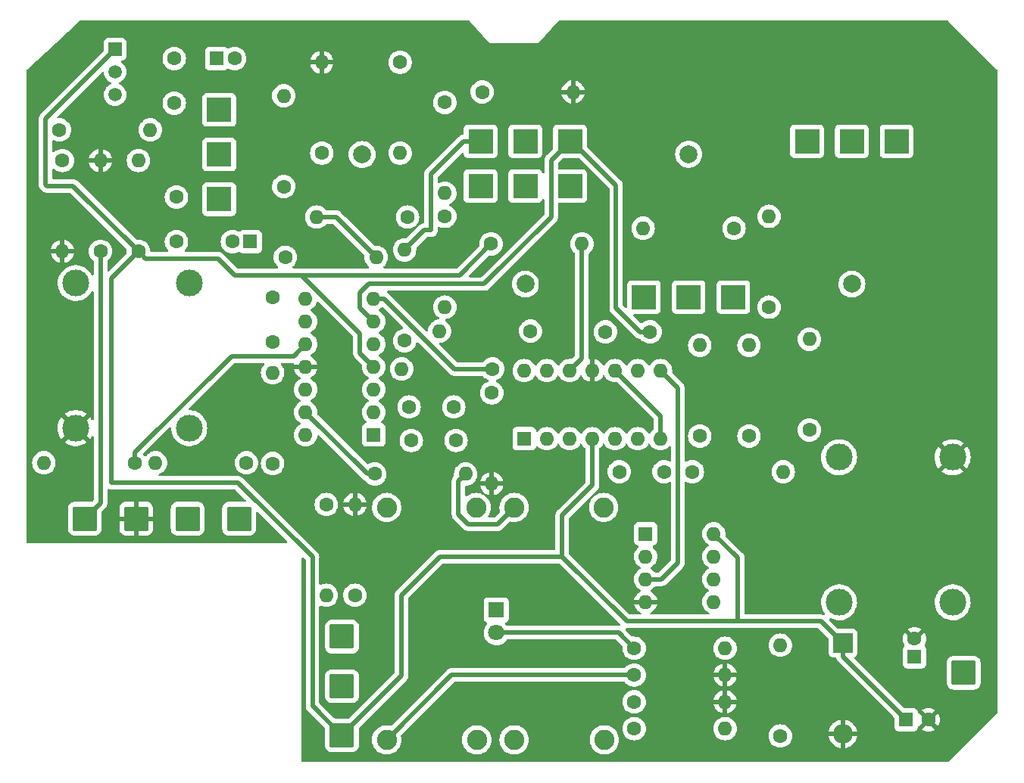
<source format=gbr>
%TF.GenerationSoftware,KiCad,Pcbnew,(6.0.5)*%
%TF.CreationDate,2022-05-28T17:09:23-07:00*%
%TF.ProjectId,HT_1590BB,48545f31-3539-4304-9242-2e6b69636164,rev?*%
%TF.SameCoordinates,Original*%
%TF.FileFunction,Copper,L2,Bot*%
%TF.FilePolarity,Positive*%
%FSLAX46Y46*%
G04 Gerber Fmt 4.6, Leading zero omitted, Abs format (unit mm)*
G04 Created by KiCad (PCBNEW (6.0.5)) date 2022-05-28 17:09:23*
%MOMM*%
%LPD*%
G01*
G04 APERTURE LIST*
G04 Aperture macros list*
%AMRoundRect*
0 Rectangle with rounded corners*
0 $1 Rounding radius*
0 $2 $3 $4 $5 $6 $7 $8 $9 X,Y pos of 4 corners*
0 Add a 4 corners polygon primitive as box body*
4,1,4,$2,$3,$4,$5,$6,$7,$8,$9,$2,$3,0*
0 Add four circle primitives for the rounded corners*
1,1,$1+$1,$2,$3*
1,1,$1+$1,$4,$5*
1,1,$1+$1,$6,$7*
1,1,$1+$1,$8,$9*
0 Add four rect primitives between the rounded corners*
20,1,$1+$1,$2,$3,$4,$5,0*
20,1,$1+$1,$4,$5,$6,$7,0*
20,1,$1+$1,$6,$7,$8,$9,0*
20,1,$1+$1,$8,$9,$2,$3,0*%
G04 Aperture macros list end*
%TA.AperFunction,ComponentPad*%
%ADD10R,2.750000X2.750000*%
%TD*%
%TA.AperFunction,ComponentPad*%
%ADD11RoundRect,0.250000X-1.125000X-1.125000X1.125000X-1.125000X1.125000X1.125000X-1.125000X1.125000X0*%
%TD*%
%TA.AperFunction,ComponentPad*%
%ADD12C,1.600000*%
%TD*%
%TA.AperFunction,ComponentPad*%
%ADD13R,1.600000X1.600000*%
%TD*%
%TA.AperFunction,ComponentPad*%
%ADD14O,1.600000X1.600000*%
%TD*%
%TA.AperFunction,ComponentPad*%
%ADD15C,2.000000*%
%TD*%
%TA.AperFunction,ComponentPad*%
%ADD16C,3.000000*%
%TD*%
%TA.AperFunction,ComponentPad*%
%ADD17R,1.500000X1.500000*%
%TD*%
%TA.AperFunction,ComponentPad*%
%ADD18C,1.500000*%
%TD*%
%TA.AperFunction,ComponentPad*%
%ADD19C,2.250000*%
%TD*%
%TA.AperFunction,ComponentPad*%
%ADD20R,2.200000X2.200000*%
%TD*%
%TA.AperFunction,ComponentPad*%
%ADD21O,2.200000X2.200000*%
%TD*%
%TA.AperFunction,ComponentPad*%
%ADD22R,1.800000X1.800000*%
%TD*%
%TA.AperFunction,ComponentPad*%
%ADD23C,1.800000*%
%TD*%
%TA.AperFunction,Conductor*%
%ADD24C,0.500000*%
%TD*%
G04 APERTURE END LIST*
D10*
%TO.P,RV1,1,1*%
%TO.N,Net-(C3-Pad1)*%
X150250000Y-63782500D03*
%TO.P,RV1,2,2*%
%TO.N,Net-(R12-Pad2)*%
X145250000Y-63782500D03*
%TO.P,RV1,3,3*%
X140250000Y-63782500D03*
%TO.P,RV1,4,4*%
%TO.N,Net-(C4-Pad1)*%
X150250000Y-68782500D03*
%TO.P,RV1,5,5*%
%TO.N,Net-(R34-Pad2)*%
X145250000Y-68782500D03*
%TO.P,RV1,6,6*%
X140250000Y-68782500D03*
%TD*%
%TO.P,RV3,1,1*%
%TO.N,Net-(R1-Pad2)*%
X111032500Y-60250000D03*
%TO.P,RV3,2,2*%
%TO.N,FX_OUT*%
X111032500Y-65250000D03*
%TO.P,RV3,3,3*%
%TO.N,Net-(C2-Pad2)*%
X111032500Y-70250000D03*
%TD*%
%TO.P,Waveform1,1,1*%
%TO.N,Net-(R22-Pad2)*%
X158500000Y-81217500D03*
%TO.P,Waveform1,2,2*%
X163500000Y-81217500D03*
%TO.P,Waveform1,3,3*%
%TO.N,Net-(R24-Pad2)*%
X168500000Y-81217500D03*
%TD*%
%TO.P,Rate1,1,1*%
%TO.N,Net-(R27-Pad1)*%
X186750000Y-63782500D03*
%TO.P,Rate1,2,2*%
%TO.N,Net-(R25-Pad2)*%
X181750000Y-63782500D03*
%TO.P,Rate1,3,3*%
X176750000Y-63782500D03*
%TD*%
D11*
%TO.P,LED1,1,Pin_1*%
%TO.N,Net-(D2-Pad1)*%
X124750000Y-124750000D03*
%TD*%
%TO.P,LED2,1,Pin_1*%
%TO.N,Net-(R30-Pad1)*%
X124750000Y-119200000D03*
%TD*%
D12*
%TO.P,C9,1*%
%TO.N,Net-(C9-Pad1)*%
X160750000Y-100750000D03*
%TO.P,C9,2*%
%TO.N,Net-(C9-Pad2)*%
X155750000Y-100750000D03*
%TD*%
D13*
%TO.P,U3,1*%
%TO.N,Net-(U3-Pad1)*%
X158700000Y-107700000D03*
D14*
%TO.P,U3,2,-*%
X158700000Y-110240000D03*
%TO.P,U3,3,+*%
%TO.N,Net-(D2-Pad2)*%
X158700000Y-112780000D03*
%TO.P,U3,4,V-*%
%TO.N,GND*%
X158700000Y-115320000D03*
%TO.P,U3,5,+*%
%TO.N,Net-(R33-Pad2)*%
X166320000Y-115320000D03*
%TO.P,U3,6,-*%
%TO.N,Net-(R31-Pad1)*%
X166320000Y-112780000D03*
%TO.P,U3,7*%
%TO.N,Net-(R31-Pad2)*%
X166320000Y-110240000D03*
%TO.P,U3,8,V+*%
%TO.N,+9V*%
X166320000Y-107700000D03*
%TD*%
D13*
%TO.P,U1,1*%
%TO.N,Net-(R12-Pad1)*%
X128300000Y-96625000D03*
D14*
%TO.P,U1,2,-*%
%TO.N,Net-(R2-Pad2)*%
X128300000Y-94085000D03*
%TO.P,U1,3,+*%
%TO.N,Net-(R19-Pad2)*%
X128300000Y-91545000D03*
%TO.P,U1,4,V+*%
%TO.N,+9V*%
X128300000Y-89005000D03*
%TO.P,U1,5,+*%
%TO.N,Net-(R17-Pad2)*%
X128300000Y-86465000D03*
%TO.P,U1,6,-*%
%TO.N,Net-(C3-Pad1)*%
X128300000Y-83925000D03*
%TO.P,U1,7*%
%TO.N,Net-(C3-Pad2)*%
X128300000Y-81385000D03*
%TO.P,U1,8*%
%TO.N,Net-(C4-Pad2)*%
X120680000Y-81385000D03*
%TO.P,U1,9,-*%
%TO.N,Net-(C4-Pad1)*%
X120680000Y-83925000D03*
%TO.P,U1,10,+*%
%TO.N,Net-(R18-Pad1)*%
X120680000Y-86465000D03*
%TO.P,U1,11,V-*%
%TO.N,GND*%
X120680000Y-89005000D03*
%TO.P,U1,12,+*%
%TO.N,Net-(R11-Pad1)*%
X120680000Y-91545000D03*
%TO.P,U1,13,-*%
%TO.N,Net-(R4-Pad1)*%
X120680000Y-94085000D03*
%TO.P,U1,14*%
%TO.N,Net-(C2-Pad1)*%
X120680000Y-96625000D03*
%TD*%
D12*
%TO.P,R19,1*%
%TO.N,Net-(C3-Pad2)*%
X141580000Y-89250000D03*
D14*
%TO.P,R19,2*%
%TO.N,Net-(R19-Pad2)*%
X131420000Y-89250000D03*
%TD*%
D12*
%TO.P,R12,1*%
%TO.N,Net-(R12-Pad1)*%
X131750000Y-86080000D03*
D14*
%TO.P,R12,2*%
%TO.N,Net-(R12-Pad2)*%
X131750000Y-75920000D03*
%TD*%
D12*
%TO.P,C11,1*%
%TO.N,Net-(C4-Pad2)*%
X132500000Y-97250000D03*
%TO.P,C11,2*%
%TO.N,Low*%
X137500000Y-97250000D03*
%TD*%
%TO.P,C10,1*%
%TO.N,Net-(R12-Pad1)*%
X132250000Y-93500000D03*
%TO.P,C10,2*%
%TO.N,High*%
X137250000Y-93500000D03*
%TD*%
D15*
%TO.P,DRL1,1*%
%TO.N,N/C*%
X145250000Y-79750000D03*
%TD*%
D12*
%TO.P,R34,1*%
%TO.N,Net-(C3-Pad2)*%
X145830000Y-85000000D03*
D14*
%TO.P,R34,2*%
%TO.N,Net-(R34-Pad2)*%
X135670000Y-85000000D03*
%TD*%
D12*
%TO.P,R10,1*%
%TO.N,Net-(C5-Pad1)*%
X93170000Y-62500000D03*
D14*
%TO.P,R10,2*%
%TO.N,Net-(Q1-Pad3)*%
X103330000Y-62500000D03*
%TD*%
D11*
%TO.P,OUTPUT,1,Pin_1*%
%TO.N,Net-(J8-PadT)*%
X107500000Y-106000000D03*
%TD*%
D13*
%TO.P,C8,1*%
%TO.N,4.5V*%
X188750000Y-121455113D03*
D12*
%TO.P,C8,2*%
%TO.N,GND*%
X188750000Y-119455113D03*
%TD*%
%TO.P,R2,1*%
%TO.N,Net-(C4-Pad2)*%
X118420000Y-76750000D03*
D14*
%TO.P,R2,2*%
%TO.N,Net-(R2-Pad2)*%
X128580000Y-76750000D03*
%TD*%
D12*
%TO.P,R8,1*%
%TO.N,Net-(R4-Pad1)*%
X123000000Y-104420000D03*
D14*
%TO.P,R8,2*%
%TO.N,ModH*%
X123000000Y-114580000D03*
%TD*%
D13*
%TO.P,C1,1*%
%TO.N,Net-(C1-Pad1)*%
X110750000Y-54500000D03*
D12*
%TO.P,C1,2*%
%TO.N,Net-(C1-Pad2)*%
X112750000Y-54500000D03*
%TD*%
D15*
%TO.P,DRL1,1*%
%TO.N,N/C*%
X163500000Y-65217500D03*
%TD*%
D12*
%TO.P,R21,1*%
%TO.N,Net-(C9-Pad1)*%
X163920000Y-100750000D03*
D14*
%TO.P,R21,2*%
%TO.N,Net-(R21-Pad2)*%
X174080000Y-100750000D03*
%TD*%
D12*
%TO.P,C4,1*%
%TO.N,Net-(C4-Pad1)*%
X117000000Y-86250000D03*
%TO.P,C4,2*%
%TO.N,Net-(C4-Pad2)*%
X117000000Y-81250000D03*
%TD*%
D16*
%TO.P,J8,S*%
%TO.N,GND*%
X94985000Y-95865000D03*
%TO.P,J8,SN*%
%TO.N,Net-(J8-PadSN)*%
X94985000Y-79635000D03*
%TO.P,J8,T*%
%TO.N,Net-(J8-PadT)*%
X107685000Y-95865000D03*
%TO.P,J8,TN*%
%TO.N,Net-(J8-PadSN)*%
X107685000Y-79635000D03*
%TD*%
D12*
%TO.P,R20,1*%
%TO.N,+9V*%
X141420000Y-75250000D03*
D14*
%TO.P,R20,2*%
%TO.N,Net-(R20-Pad2)*%
X151580000Y-75250000D03*
%TD*%
D17*
%TO.P,Q1,1,D*%
%TO.N,+9V*%
X99390000Y-53460000D03*
D18*
%TO.P,Q1,2,S*%
%TO.N,Net-(C1-Pad1)*%
X99390000Y-56000000D03*
%TO.P,Q1,3,G*%
%TO.N,Net-(Q1-Pad3)*%
X99390000Y-58540000D03*
%TD*%
D19*
%TO.P,U4,4*%
%TO.N,High*%
X139750000Y-104750000D03*
%TO.P,U4,3*%
%TO.N,ModH*%
X129750000Y-104750000D03*
%TO.P,U4,2,+*%
%TO.N,Net-(U3-Pad1)*%
X139830000Y-130750000D03*
%TO.P,U4,1,-*%
%TO.N,Net-(R28-Pad1)*%
X129750000Y-130750000D03*
%TD*%
D12*
%TO.P,R25,1*%
%TO.N,Net-(C9-Pad2)*%
X164750000Y-96750000D03*
D14*
%TO.P,R25,2*%
%TO.N,Net-(R25-Pad2)*%
X164750000Y-86590000D03*
%TD*%
D12*
%TO.P,R29,1*%
%TO.N,Net-(R29-Pad1)*%
X157420000Y-126500000D03*
D14*
%TO.P,R29,2*%
%TO.N,GND*%
X167580000Y-126500000D03*
%TD*%
D16*
%TO.P,J7,S*%
%TO.N,GND*%
X193015000Y-99135000D03*
%TO.P,J7,SN*%
%TO.N,Net-(J7-PadSN)*%
X193015000Y-115365000D03*
%TO.P,J7,T*%
%TO.N,Net-(INPUT1-Pad1)*%
X180315000Y-99135000D03*
%TO.P,J7,TN*%
%TO.N,Net-(J7-PadSN)*%
X180315000Y-115365000D03*
%TD*%
D14*
%TO.P,R14,2*%
%TO.N,GND*%
X93500000Y-76080000D03*
D12*
%TO.P,R14,1*%
%TO.N,Net-(C5-Pad1)*%
X93500000Y-65920000D03*
%TD*%
D11*
%TO.P,FX_OUT,1,Pin_1*%
%TO.N,FX_OUT*%
X113250000Y-106000000D03*
%TD*%
D13*
%TO.P,U2,1*%
%TO.N,Net-(R27-Pad1)*%
X145125000Y-97050000D03*
D14*
%TO.P,U2,2,-*%
%TO.N,4.5V*%
X147665000Y-97050000D03*
%TO.P,U2,3,+*%
%TO.N,Net-(R21-Pad2)*%
X150205000Y-97050000D03*
%TO.P,U2,4,V+*%
%TO.N,+9V*%
X152745000Y-97050000D03*
%TO.P,U2,5,+*%
%TO.N,Net-(R26-Pad1)*%
X155285000Y-97050000D03*
%TO.P,U2,6,-*%
%TO.N,Net-(C9-Pad2)*%
X157825000Y-97050000D03*
%TO.P,U2,7*%
%TO.N,Net-(C9-Pad1)*%
X160365000Y-97050000D03*
%TO.P,U2,8*%
%TO.N,Net-(D2-Pad2)*%
X160365000Y-89430000D03*
%TO.P,U2,9,-*%
%TO.N,Net-(R24-Pad2)*%
X157825000Y-89430000D03*
%TO.P,U2,10,+*%
%TO.N,Net-(C9-Pad1)*%
X155285000Y-89430000D03*
%TO.P,U2,11,V-*%
%TO.N,GND*%
X152745000Y-89430000D03*
%TO.P,U2,12,+*%
%TO.N,Net-(R20-Pad2)*%
X150205000Y-89430000D03*
%TO.P,U2,13,-*%
%TO.N,4.5V*%
X147665000Y-89430000D03*
%TO.P,U2,14*%
X145125000Y-89430000D03*
%TD*%
D12*
%TO.P,R26,1*%
%TO.N,Net-(R26-Pad1)*%
X170250000Y-96750000D03*
D14*
%TO.P,R26,2*%
%TO.N,4.5V*%
X170250000Y-86590000D03*
%TD*%
D12*
%TO.P,C3,1*%
%TO.N,Net-(C3-Pad1)*%
X159200000Y-85100000D03*
%TO.P,C3,2*%
%TO.N,Net-(C3-Pad2)*%
X154200000Y-85100000D03*
%TD*%
%TO.P,R6,1*%
%TO.N,Net-(R12-Pad1)*%
X132080000Y-72250000D03*
D14*
%TO.P,R6,2*%
%TO.N,Net-(R2-Pad2)*%
X121920000Y-72250000D03*
%TD*%
%TO.P,R23,2*%
%TO.N,GND*%
X141500000Y-102080000D03*
D12*
%TO.P,R23,1*%
%TO.N,Net-(R20-Pad2)*%
X141500000Y-91920000D03*
%TD*%
%TO.P,R18,1*%
%TO.N,Net-(R18-Pad1)*%
X101580000Y-99750000D03*
D14*
%TO.P,R18,2*%
%TO.N,4.5V*%
X91420000Y-99750000D03*
%TD*%
%TO.P,R27,2*%
%TO.N,Net-(R21-Pad2)*%
X177000000Y-85920000D03*
D12*
%TO.P,R27,1*%
%TO.N,Net-(R27-Pad1)*%
X177000000Y-96080000D03*
%TD*%
%TO.P,R30,1*%
%TO.N,Net-(R30-Pad1)*%
X126200000Y-114580000D03*
D14*
%TO.P,R30,2*%
%TO.N,GND*%
X126200000Y-104420000D03*
%TD*%
D12*
%TO.P,R1,1*%
%TO.N,Net-(C1-Pad2)*%
X131250000Y-54920000D03*
D14*
%TO.P,R1,2*%
%TO.N,Net-(R1-Pad2)*%
X131250000Y-65080000D03*
%TD*%
D12*
%TO.P,R4,1*%
%TO.N,Net-(R4-Pad1)*%
X128420000Y-101000000D03*
D14*
%TO.P,R4,2*%
%TO.N,ModL*%
X138580000Y-101000000D03*
%TD*%
D12*
%TO.P,R13,1*%
%TO.N,FX_IN*%
X97750000Y-76080000D03*
D14*
%TO.P,R13,2*%
%TO.N,GND*%
X97750000Y-65920000D03*
%TD*%
D12*
%TO.P,R3,1*%
%TO.N,+9V*%
X102000000Y-76080000D03*
D14*
%TO.P,R3,2*%
%TO.N,Net-(C5-Pad1)*%
X102000000Y-65920000D03*
%TD*%
D12*
%TO.P,R31,1*%
%TO.N,Net-(R31-Pad1)*%
X157420000Y-129500000D03*
D14*
%TO.P,R31,2*%
%TO.N,Net-(R31-Pad2)*%
X167580000Y-129500000D03*
%TD*%
D19*
%TO.P,U5,4*%
%TO.N,Low*%
X154000000Y-104750000D03*
%TO.P,U5,3*%
%TO.N,ModL*%
X144000000Y-104750000D03*
%TO.P,U5,2,+*%
%TO.N,Net-(R31-Pad2)*%
X154080000Y-130750000D03*
%TO.P,U5,1,-*%
%TO.N,Net-(R29-Pad1)*%
X144000000Y-130750000D03*
%TD*%
D12*
%TO.P,R33,1*%
%TO.N,4.5V*%
X173750000Y-130330000D03*
D14*
%TO.P,R33,2*%
%TO.N,Net-(R33-Pad2)*%
X173750000Y-120170000D03*
%TD*%
D15*
%TO.P,DRL2,1*%
%TO.N,N/C*%
X181750000Y-79750000D03*
%TD*%
D12*
%TO.P,R5,1*%
%TO.N,Net-(C2-Pad1)*%
X117000000Y-99830000D03*
D14*
%TO.P,R5,2*%
%TO.N,Net-(R4-Pad1)*%
X117000000Y-89670000D03*
%TD*%
D12*
%TO.P,R22,1*%
%TO.N,4.5V*%
X168580000Y-73500000D03*
D14*
%TO.P,R22,2*%
%TO.N,Net-(R22-Pad2)*%
X158420000Y-73500000D03*
%TD*%
D11*
%TO.P,FX_IN,1,Pin_1*%
%TO.N,FX_IN*%
X96000000Y-106000000D03*
%TD*%
D12*
%TO.P,R9,1*%
%TO.N,Net-(R2-Pad2)*%
X118250000Y-68830000D03*
D14*
%TO.P,R9,2*%
%TO.N,Net-(C6-Pad1)*%
X118250000Y-58670000D03*
%TD*%
D11*
%TO.P,INPUT,1,Pin_1*%
%TO.N,Net-(INPUT1-Pad1)*%
X194250000Y-123250000D03*
%TD*%
D15*
%TO.P,DRL3,1*%
%TO.N,N/C*%
X127000000Y-65250000D03*
%TD*%
D11*
%TO.P,9V1,1,Pin_1*%
%TO.N,+9V*%
X124750000Y-130250000D03*
%TD*%
D12*
%TO.P,R15,1*%
%TO.N,Net-(C1-Pad1)*%
X140420000Y-58250000D03*
D14*
%TO.P,R15,2*%
%TO.N,GND*%
X150580000Y-58250000D03*
%TD*%
D12*
%TO.P,R7,1*%
%TO.N,Net-(C2-Pad2)*%
X122500000Y-65080000D03*
D14*
%TO.P,R7,2*%
%TO.N,GND*%
X122500000Y-54920000D03*
%TD*%
D12*
%TO.P,R28,1*%
%TO.N,Net-(R28-Pad1)*%
X157420000Y-123500000D03*
D14*
%TO.P,R28,2*%
%TO.N,GND*%
X167580000Y-123500000D03*
%TD*%
D12*
%TO.P,C5,1*%
%TO.N,Net-(C5-Pad1)*%
X106250000Y-70000000D03*
%TO.P,C5,2*%
%TO.N,FX_IN*%
X106250000Y-75000000D03*
%TD*%
%TO.P,C6,2*%
%TO.N,Net-(C1-Pad1)*%
X106000000Y-54500000D03*
%TO.P,C6,1*%
%TO.N,Net-(C6-Pad1)*%
X106000000Y-59500000D03*
%TD*%
D14*
%TO.P,R17,2*%
%TO.N,Net-(R17-Pad2)*%
X136250000Y-82330000D03*
D12*
%TO.P,R17,1*%
%TO.N,4.5V*%
X136250000Y-72170000D03*
%TD*%
%TO.P,R16,1*%
%TO.N,Net-(C6-Pad1)*%
X136250000Y-59420000D03*
D14*
%TO.P,R16,2*%
%TO.N,4.5V*%
X136250000Y-69580000D03*
%TD*%
D20*
%TO.P,D1,1,K*%
%TO.N,+9V*%
X180750000Y-119920000D03*
D21*
%TO.P,D1,2,A*%
%TO.N,GND*%
X180750000Y-130080000D03*
%TD*%
D13*
%TO.P,C7,1*%
%TO.N,+9V*%
X187817621Y-128500000D03*
D12*
%TO.P,C7,2*%
%TO.N,GND*%
X190317621Y-128500000D03*
%TD*%
D13*
%TO.P,C2,1*%
%TO.N,Net-(C2-Pad1)*%
X114500000Y-75000000D03*
D12*
%TO.P,C2,2*%
%TO.N,Net-(C2-Pad2)*%
X112500000Y-75000000D03*
%TD*%
D14*
%TO.P,R11,2*%
%TO.N,4.5V*%
X103920000Y-99750000D03*
D12*
%TO.P,R11,1*%
%TO.N,Net-(R11-Pad1)*%
X114080000Y-99750000D03*
%TD*%
D22*
%TO.P,D2,1,K*%
%TO.N,Net-(D2-Pad1)*%
X142000000Y-116225000D03*
D23*
%TO.P,D2,2,A*%
%TO.N,Net-(D2-Pad2)*%
X142000000Y-118765000D03*
%TD*%
D12*
%TO.P,R32,1*%
%TO.N,Net-(D2-Pad2)*%
X157420000Y-120500000D03*
D14*
%TO.P,R32,2*%
%TO.N,Net-(R31-Pad1)*%
X167580000Y-120500000D03*
%TD*%
D11*
%TO.P,GND,1,Pin_1*%
%TO.N,GND*%
X101750000Y-106000000D03*
%TD*%
D12*
%TO.P,R24,1*%
%TO.N,Net-(D2-Pad2)*%
X172500000Y-82330000D03*
D14*
%TO.P,R24,2*%
%TO.N,Net-(R24-Pad2)*%
X172500000Y-72170000D03*
%TD*%
D24*
%TO.N,+9V*%
X91620489Y-68620489D02*
X91620489Y-61229511D01*
X91750000Y-68750000D02*
X91620489Y-68620489D01*
X91620489Y-61229511D02*
X99390000Y-53460000D01*
X94670000Y-68750000D02*
X91750000Y-68750000D01*
X102000000Y-76080000D02*
X94670000Y-68750000D01*
X99000000Y-79080000D02*
X102000000Y-76080000D01*
X99000000Y-102000000D02*
X99000000Y-79080000D01*
X113150978Y-102000000D02*
X99000000Y-102000000D01*
X121450489Y-110299511D02*
X113150978Y-102000000D01*
X121450489Y-126950489D02*
X121450489Y-110299511D01*
X124750000Y-130250000D02*
X121450489Y-126950489D01*
X102799999Y-76879999D02*
X102000000Y-76080000D01*
X110879999Y-76879999D02*
X102799999Y-76879999D01*
%TO.N,Net-(R12-Pad2)*%
X133950489Y-73719511D02*
X134700489Y-73719511D01*
X131750000Y-75920000D02*
X133950489Y-73719511D01*
%TO.N,Net-(C3-Pad1)*%
X140657491Y-79749520D02*
X148125489Y-72281522D01*
X148125489Y-72281522D02*
X148125489Y-65907011D01*
X148125489Y-65907011D02*
X150250000Y-63782500D01*
X127744139Y-79749520D02*
X140657491Y-79749520D01*
X126750489Y-80743170D02*
X127744139Y-79749520D01*
X126750489Y-82375489D02*
X126750489Y-80743170D01*
X128300000Y-83925000D02*
X126750489Y-82375489D01*
%TO.N,+9V*%
X131400000Y-114600000D02*
X135736341Y-110263659D01*
X131400000Y-123600000D02*
X131400000Y-114600000D01*
X124750000Y-130250000D02*
X131400000Y-123600000D01*
X135736341Y-110263659D02*
X149375000Y-110263659D01*
%TO.N,Net-(C3-Pad1)*%
X155400000Y-68700000D02*
X150482500Y-63782500D01*
X150482500Y-63782500D02*
X150250000Y-63782500D01*
X155400000Y-82431370D02*
X155400000Y-68700000D01*
X158068630Y-85100000D02*
X155400000Y-82431370D01*
X159200000Y-85100000D02*
X158068630Y-85100000D01*
%TO.N,+9V*%
X180750000Y-121432379D02*
X187817621Y-128500000D01*
X180750000Y-119920000D02*
X180750000Y-121432379D01*
X178330000Y-117500000D02*
X180750000Y-119920000D01*
X169000000Y-117500000D02*
X178330000Y-117500000D01*
%TO.N,Net-(R12-Pad2)*%
X138375000Y-63782500D02*
X140250000Y-63782500D01*
X134700489Y-67457011D02*
X138375000Y-63782500D01*
X134700489Y-73719511D02*
X134700489Y-67457011D01*
%TO.N,Net-(D2-Pad2)*%
X155685000Y-118765000D02*
X157420000Y-120500000D01*
X142000000Y-118765000D02*
X155685000Y-118765000D01*
X160450000Y-112780000D02*
X162299511Y-110930489D01*
X158700000Y-112780000D02*
X160450000Y-112780000D01*
%TO.N,+9V*%
X169000000Y-117500000D02*
X169000000Y-110380000D01*
X149375000Y-105625000D02*
X149375000Y-110263659D01*
X156611341Y-117500000D02*
X169000000Y-117500000D01*
X149375000Y-105625000D02*
X152745000Y-102255000D01*
X149375000Y-110263659D02*
X156611341Y-117500000D01*
X169000000Y-110380000D02*
X166320000Y-107700000D01*
X152745000Y-102255000D02*
X152745000Y-97050000D01*
%TO.N,Net-(R28-Pad1)*%
X137000000Y-123500000D02*
X157420000Y-123500000D01*
X129750000Y-130750000D02*
X137000000Y-123500000D01*
%TO.N,Net-(D2-Pad2)*%
X162299511Y-91364511D02*
X162299511Y-110930489D01*
X160365000Y-89430000D02*
X162299511Y-91364511D01*
%TO.N,+9V*%
X137920000Y-78750000D02*
X141420000Y-75250000D01*
X120236341Y-78750000D02*
X137920000Y-78750000D01*
%TO.N,Net-(R20-Pad2)*%
X151580000Y-88055000D02*
X150205000Y-89430000D01*
X151580000Y-75250000D02*
X151580000Y-88055000D01*
%TO.N,FX_IN*%
X97750000Y-104250000D02*
X96000000Y-106000000D01*
X97750000Y-76080000D02*
X97750000Y-104250000D01*
%TO.N,ModL*%
X137780001Y-101799999D02*
X138580000Y-101000000D01*
X138874511Y-106624511D02*
X137780001Y-105530001D01*
X137780001Y-105530001D02*
X137780001Y-101799999D01*
X142125489Y-106624511D02*
X138874511Y-106624511D01*
X144000000Y-104750000D02*
X142125489Y-106624511D01*
%TO.N,Net-(C9-Pad1)*%
X160365000Y-94510000D02*
X155285000Y-89430000D01*
X160365000Y-97050000D02*
X160365000Y-94510000D01*
%TO.N,Net-(C3-Pad2)*%
X137296370Y-89250000D02*
X141580000Y-89250000D01*
X128300000Y-81385000D02*
X129431370Y-81385000D01*
X129431370Y-81385000D02*
X137296370Y-89250000D01*
%TO.N,+9V*%
X126750489Y-87455489D02*
X128300000Y-89005000D01*
X126750489Y-85264148D02*
X126750489Y-87455489D01*
X120236341Y-78750000D02*
X126750489Y-85264148D01*
X112750000Y-78750000D02*
X120236341Y-78750000D01*
X110879999Y-76879999D02*
X112750000Y-78750000D01*
%TO.N,Net-(R4-Pad1)*%
X127595000Y-101000000D02*
X128420000Y-101000000D01*
X120680000Y-94085000D02*
X127595000Y-101000000D01*
%TO.N,Net-(R18-Pad1)*%
X112399119Y-87799511D02*
X119345489Y-87799511D01*
X101580000Y-98618630D02*
X112399119Y-87799511D01*
X119345489Y-87799511D02*
X120680000Y-86465000D01*
X101580000Y-99750000D02*
X101580000Y-98618630D01*
%TO.N,Net-(R2-Pad2)*%
X121920000Y-72250000D02*
X124080000Y-72250000D01*
X124080000Y-72250000D02*
X128580000Y-76750000D01*
%TD*%
%TA.AperFunction,Conductor*%
%TO.N,GND*%
G36*
X139012005Y-50270002D02*
G01*
X139037539Y-50291710D01*
X141250000Y-52750000D01*
X146750000Y-52750000D01*
X148962461Y-50291710D01*
X149022899Y-50254457D01*
X149056116Y-50250000D01*
X192447810Y-50250000D01*
X192515931Y-50270002D01*
X192536905Y-50286905D01*
X197963095Y-55713095D01*
X197997121Y-55775407D01*
X198000000Y-55802190D01*
X198000000Y-127697810D01*
X197979998Y-127765931D01*
X197963095Y-127786905D01*
X192536905Y-133213095D01*
X192474593Y-133247121D01*
X192447810Y-133250000D01*
X120376000Y-133250000D01*
X120307879Y-133229998D01*
X120261386Y-133176342D01*
X120250000Y-133124000D01*
X120250000Y-110475893D01*
X120270002Y-110407772D01*
X120323658Y-110361279D01*
X120393932Y-110351175D01*
X120458512Y-110380669D01*
X120465095Y-110386798D01*
X120655084Y-110576787D01*
X120689110Y-110639099D01*
X120691989Y-110665882D01*
X120691989Y-126883419D01*
X120690556Y-126902369D01*
X120687290Y-126923838D01*
X120687883Y-126931130D01*
X120687883Y-126931133D01*
X120691574Y-126976507D01*
X120691989Y-126986722D01*
X120691989Y-126994782D01*
X120692414Y-126998426D01*
X120695278Y-127022996D01*
X120695711Y-127027371D01*
X120701629Y-127100126D01*
X120703885Y-127107090D01*
X120705076Y-127113049D01*
X120706460Y-127118904D01*
X120707307Y-127126170D01*
X120732224Y-127194816D01*
X120733641Y-127198944D01*
X120751727Y-127254771D01*
X120756138Y-127268388D01*
X120759934Y-127274643D01*
X120762440Y-127280117D01*
X120765159Y-127285547D01*
X120767656Y-127292426D01*
X120771669Y-127298546D01*
X120771669Y-127298547D01*
X120807675Y-127353465D01*
X120810012Y-127357169D01*
X120847894Y-127419596D01*
X120851610Y-127423804D01*
X120851611Y-127423805D01*
X120855292Y-127427973D01*
X120855265Y-127427997D01*
X120857918Y-127430989D01*
X120860621Y-127434222D01*
X120864633Y-127440341D01*
X120887183Y-127461703D01*
X120920872Y-127493617D01*
X120923314Y-127495995D01*
X122829595Y-129402276D01*
X122863621Y-129464588D01*
X122866500Y-129491371D01*
X122866500Y-131425400D01*
X122866837Y-131428646D01*
X122866837Y-131428650D01*
X122870871Y-131467523D01*
X122877474Y-131531166D01*
X122879655Y-131537702D01*
X122879655Y-131537704D01*
X122923168Y-131668128D01*
X122933450Y-131698946D01*
X123026522Y-131849348D01*
X123151697Y-131974305D01*
X123157927Y-131978145D01*
X123157928Y-131978146D01*
X123295090Y-132062694D01*
X123302262Y-132067115D01*
X123382005Y-132093564D01*
X123463611Y-132120632D01*
X123463613Y-132120632D01*
X123470139Y-132122797D01*
X123476975Y-132123497D01*
X123476978Y-132123498D01*
X123520031Y-132127909D01*
X123574600Y-132133500D01*
X125925400Y-132133500D01*
X125928646Y-132133163D01*
X125928650Y-132133163D01*
X126024308Y-132123238D01*
X126024312Y-132123237D01*
X126031166Y-132122526D01*
X126037702Y-132120345D01*
X126037704Y-132120345D01*
X126181411Y-132072400D01*
X126198946Y-132066550D01*
X126349348Y-131973478D01*
X126474305Y-131848303D01*
X126567115Y-131697738D01*
X126607580Y-131575740D01*
X126620632Y-131536389D01*
X126620632Y-131536387D01*
X126622797Y-131529861D01*
X126623904Y-131519064D01*
X126629184Y-131467523D01*
X126633500Y-131425400D01*
X126633500Y-130750000D01*
X128111449Y-130750000D01*
X128131622Y-131006326D01*
X128191645Y-131256340D01*
X128193538Y-131260911D01*
X128193539Y-131260913D01*
X128279120Y-131467523D01*
X128290040Y-131493887D01*
X128424384Y-131713116D01*
X128591369Y-131908631D01*
X128786884Y-132075616D01*
X129006113Y-132209960D01*
X129010683Y-132211853D01*
X129010687Y-132211855D01*
X129239087Y-132306461D01*
X129243660Y-132308355D01*
X129330502Y-132329204D01*
X129488861Y-132367223D01*
X129488867Y-132367224D01*
X129493674Y-132368378D01*
X129750000Y-132388551D01*
X130006326Y-132368378D01*
X130011133Y-132367224D01*
X130011139Y-132367223D01*
X130169498Y-132329204D01*
X130256340Y-132308355D01*
X130260913Y-132306461D01*
X130489313Y-132211855D01*
X130489317Y-132211853D01*
X130493887Y-132209960D01*
X130713116Y-132075616D01*
X130908631Y-131908631D01*
X131075616Y-131713116D01*
X131209960Y-131493887D01*
X131220881Y-131467523D01*
X131306461Y-131260913D01*
X131306462Y-131260911D01*
X131308355Y-131256340D01*
X131368378Y-131006326D01*
X131388551Y-130750000D01*
X138191449Y-130750000D01*
X138211622Y-131006326D01*
X138271645Y-131256340D01*
X138273538Y-131260911D01*
X138273539Y-131260913D01*
X138359120Y-131467523D01*
X138370040Y-131493887D01*
X138504384Y-131713116D01*
X138671369Y-131908631D01*
X138866884Y-132075616D01*
X139086113Y-132209960D01*
X139090683Y-132211853D01*
X139090687Y-132211855D01*
X139319087Y-132306461D01*
X139323660Y-132308355D01*
X139410502Y-132329204D01*
X139568861Y-132367223D01*
X139568867Y-132367224D01*
X139573674Y-132368378D01*
X139830000Y-132388551D01*
X140086326Y-132368378D01*
X140091133Y-132367224D01*
X140091139Y-132367223D01*
X140249498Y-132329204D01*
X140336340Y-132308355D01*
X140340913Y-132306461D01*
X140569313Y-132211855D01*
X140569317Y-132211853D01*
X140573887Y-132209960D01*
X140793116Y-132075616D01*
X140988631Y-131908631D01*
X141155616Y-131713116D01*
X141289960Y-131493887D01*
X141300881Y-131467523D01*
X141386461Y-131260913D01*
X141386462Y-131260911D01*
X141388355Y-131256340D01*
X141448378Y-131006326D01*
X141468551Y-130750000D01*
X142361449Y-130750000D01*
X142381622Y-131006326D01*
X142441645Y-131256340D01*
X142443538Y-131260911D01*
X142443539Y-131260913D01*
X142529120Y-131467523D01*
X142540040Y-131493887D01*
X142674384Y-131713116D01*
X142841369Y-131908631D01*
X143036884Y-132075616D01*
X143256113Y-132209960D01*
X143260683Y-132211853D01*
X143260687Y-132211855D01*
X143489087Y-132306461D01*
X143493660Y-132308355D01*
X143580502Y-132329204D01*
X143738861Y-132367223D01*
X143738867Y-132367224D01*
X143743674Y-132368378D01*
X144000000Y-132388551D01*
X144256326Y-132368378D01*
X144261133Y-132367224D01*
X144261139Y-132367223D01*
X144419498Y-132329204D01*
X144506340Y-132308355D01*
X144510913Y-132306461D01*
X144739313Y-132211855D01*
X144739317Y-132211853D01*
X144743887Y-132209960D01*
X144963116Y-132075616D01*
X145158631Y-131908631D01*
X145325616Y-131713116D01*
X145459960Y-131493887D01*
X145470881Y-131467523D01*
X145556461Y-131260913D01*
X145556462Y-131260911D01*
X145558355Y-131256340D01*
X145618378Y-131006326D01*
X145638551Y-130750000D01*
X152441449Y-130750000D01*
X152461622Y-131006326D01*
X152521645Y-131256340D01*
X152523538Y-131260911D01*
X152523539Y-131260913D01*
X152609120Y-131467523D01*
X152620040Y-131493887D01*
X152754384Y-131713116D01*
X152921369Y-131908631D01*
X153116884Y-132075616D01*
X153336113Y-132209960D01*
X153340683Y-132211853D01*
X153340687Y-132211855D01*
X153569087Y-132306461D01*
X153573660Y-132308355D01*
X153660502Y-132329204D01*
X153818861Y-132367223D01*
X153818867Y-132367224D01*
X153823674Y-132368378D01*
X154080000Y-132388551D01*
X154336326Y-132368378D01*
X154341133Y-132367224D01*
X154341139Y-132367223D01*
X154499498Y-132329204D01*
X154586340Y-132308355D01*
X154590913Y-132306461D01*
X154819313Y-132211855D01*
X154819317Y-132211853D01*
X154823887Y-132209960D01*
X155043116Y-132075616D01*
X155238631Y-131908631D01*
X155405616Y-131713116D01*
X155539960Y-131493887D01*
X155550881Y-131467523D01*
X155636461Y-131260913D01*
X155636462Y-131260911D01*
X155638355Y-131256340D01*
X155698378Y-131006326D01*
X155718551Y-130750000D01*
X155698378Y-130493674D01*
X155638355Y-130243660D01*
X155636461Y-130239087D01*
X155541855Y-130010687D01*
X155541853Y-130010683D01*
X155539960Y-130006113D01*
X155405616Y-129786884D01*
X155238631Y-129591369D01*
X155131651Y-129500000D01*
X156106502Y-129500000D01*
X156126457Y-129728087D01*
X156127881Y-129733400D01*
X156127881Y-129733402D01*
X156179131Y-129924666D01*
X156185716Y-129949243D01*
X156188039Y-129954224D01*
X156188039Y-129954225D01*
X156280151Y-130151762D01*
X156280154Y-130151767D01*
X156282477Y-130156749D01*
X156285634Y-130161257D01*
X156409372Y-130337973D01*
X156413802Y-130344300D01*
X156575700Y-130506198D01*
X156580208Y-130509355D01*
X156580211Y-130509357D01*
X156641979Y-130552607D01*
X156763251Y-130637523D01*
X156768233Y-130639846D01*
X156768238Y-130639849D01*
X156965775Y-130731961D01*
X156970757Y-130734284D01*
X156976065Y-130735706D01*
X156976067Y-130735707D01*
X157186598Y-130792119D01*
X157186600Y-130792119D01*
X157191913Y-130793543D01*
X157420000Y-130813498D01*
X157648087Y-130793543D01*
X157653400Y-130792119D01*
X157653402Y-130792119D01*
X157863933Y-130735707D01*
X157863935Y-130735706D01*
X157869243Y-130734284D01*
X157874225Y-130731961D01*
X158071762Y-130639849D01*
X158071767Y-130639846D01*
X158076749Y-130637523D01*
X158198021Y-130552607D01*
X158259789Y-130509357D01*
X158259792Y-130509355D01*
X158264300Y-130506198D01*
X158426198Y-130344300D01*
X158430629Y-130337973D01*
X158554366Y-130161257D01*
X158557523Y-130156749D01*
X158559846Y-130151767D01*
X158559849Y-130151762D01*
X158651961Y-129954225D01*
X158651961Y-129954224D01*
X158654284Y-129949243D01*
X158660870Y-129924666D01*
X158712119Y-129733402D01*
X158712119Y-129733400D01*
X158713543Y-129728087D01*
X158733498Y-129500000D01*
X166266502Y-129500000D01*
X166286457Y-129728087D01*
X166287881Y-129733400D01*
X166287881Y-129733402D01*
X166339131Y-129924666D01*
X166345716Y-129949243D01*
X166348039Y-129954224D01*
X166348039Y-129954225D01*
X166440151Y-130151762D01*
X166440154Y-130151767D01*
X166442477Y-130156749D01*
X166445634Y-130161257D01*
X166569372Y-130337973D01*
X166573802Y-130344300D01*
X166735700Y-130506198D01*
X166740208Y-130509355D01*
X166740211Y-130509357D01*
X166801979Y-130552607D01*
X166923251Y-130637523D01*
X166928233Y-130639846D01*
X166928238Y-130639849D01*
X167125775Y-130731961D01*
X167130757Y-130734284D01*
X167136065Y-130735706D01*
X167136067Y-130735707D01*
X167346598Y-130792119D01*
X167346600Y-130792119D01*
X167351913Y-130793543D01*
X167580000Y-130813498D01*
X167808087Y-130793543D01*
X167813400Y-130792119D01*
X167813402Y-130792119D01*
X168023933Y-130735707D01*
X168023935Y-130735706D01*
X168029243Y-130734284D01*
X168034225Y-130731961D01*
X168231762Y-130639849D01*
X168231767Y-130639846D01*
X168236749Y-130637523D01*
X168358021Y-130552607D01*
X168419789Y-130509357D01*
X168419792Y-130509355D01*
X168424300Y-130506198D01*
X168586198Y-130344300D01*
X168590629Y-130337973D01*
X168596212Y-130330000D01*
X172436502Y-130330000D01*
X172456457Y-130558087D01*
X172515716Y-130779243D01*
X172518039Y-130784224D01*
X172518039Y-130784225D01*
X172610151Y-130981762D01*
X172610154Y-130981767D01*
X172612477Y-130986749D01*
X172743802Y-131174300D01*
X172905700Y-131336198D01*
X172910208Y-131339355D01*
X172910211Y-131339357D01*
X172970699Y-131381711D01*
X173093251Y-131467523D01*
X173098233Y-131469846D01*
X173098238Y-131469849D01*
X173295775Y-131561961D01*
X173300757Y-131564284D01*
X173306065Y-131565706D01*
X173306067Y-131565707D01*
X173516598Y-131622119D01*
X173516600Y-131622119D01*
X173521913Y-131623543D01*
X173750000Y-131643498D01*
X173978087Y-131623543D01*
X173983400Y-131622119D01*
X173983402Y-131622119D01*
X174193933Y-131565707D01*
X174193935Y-131565706D01*
X174199243Y-131564284D01*
X174204225Y-131561961D01*
X174401762Y-131469849D01*
X174401767Y-131469846D01*
X174406749Y-131467523D01*
X174529301Y-131381711D01*
X174589789Y-131339357D01*
X174589792Y-131339355D01*
X174594300Y-131336198D01*
X174756198Y-131174300D01*
X174887523Y-130986749D01*
X174889846Y-130981767D01*
X174889849Y-130981762D01*
X174981961Y-130784225D01*
X174981961Y-130784224D01*
X174984284Y-130779243D01*
X175043543Y-130558087D01*
X175061973Y-130347431D01*
X179160512Y-130347431D01*
X179214817Y-130573624D01*
X179217866Y-130583009D01*
X179310936Y-130807700D01*
X179315417Y-130816494D01*
X179442496Y-131023867D01*
X179448289Y-131031840D01*
X179606249Y-131216787D01*
X179613213Y-131223751D01*
X179798160Y-131381711D01*
X179806133Y-131387504D01*
X180013506Y-131514583D01*
X180022300Y-131519064D01*
X180246991Y-131612134D01*
X180256376Y-131615183D01*
X180478385Y-131668483D01*
X180492470Y-131667778D01*
X180496000Y-131658899D01*
X180496000Y-131654597D01*
X181004000Y-131654597D01*
X181007973Y-131668128D01*
X181017431Y-131669488D01*
X181243624Y-131615183D01*
X181253009Y-131612134D01*
X181477700Y-131519064D01*
X181486494Y-131514583D01*
X181693867Y-131387504D01*
X181701840Y-131381711D01*
X181886787Y-131223751D01*
X181893751Y-131216787D01*
X182051711Y-131031840D01*
X182057504Y-131023867D01*
X182184583Y-130816494D01*
X182189064Y-130807700D01*
X182282134Y-130583009D01*
X182285183Y-130573624D01*
X182338483Y-130351615D01*
X182337778Y-130337530D01*
X182328899Y-130334000D01*
X181022115Y-130334000D01*
X181006876Y-130338475D01*
X181005671Y-130339865D01*
X181004000Y-130347548D01*
X181004000Y-131654597D01*
X180496000Y-131654597D01*
X180496000Y-130352115D01*
X180491525Y-130336876D01*
X180490135Y-130335671D01*
X180482452Y-130334000D01*
X179175403Y-130334000D01*
X179161872Y-130337973D01*
X179160512Y-130347431D01*
X175061973Y-130347431D01*
X175063498Y-130330000D01*
X175043543Y-130101913D01*
X175001212Y-129943933D01*
X174985707Y-129886067D01*
X174985706Y-129886065D01*
X174984284Y-129880757D01*
X174958751Y-129826000D01*
X174950537Y-129808385D01*
X179161517Y-129808385D01*
X179162222Y-129822470D01*
X179171101Y-129826000D01*
X180477885Y-129826000D01*
X180493124Y-129821525D01*
X180494329Y-129820135D01*
X180496000Y-129812452D01*
X180496000Y-129807885D01*
X181004000Y-129807885D01*
X181008475Y-129823124D01*
X181009865Y-129824329D01*
X181017548Y-129826000D01*
X182324597Y-129826000D01*
X182338128Y-129822027D01*
X182339488Y-129812569D01*
X182285183Y-129586376D01*
X182282134Y-129576991D01*
X182189064Y-129352300D01*
X182184583Y-129343506D01*
X182057504Y-129136133D01*
X182051711Y-129128160D01*
X181893751Y-128943213D01*
X181886787Y-128936249D01*
X181701840Y-128778289D01*
X181693867Y-128772496D01*
X181486494Y-128645417D01*
X181477700Y-128640936D01*
X181253009Y-128547866D01*
X181243624Y-128544817D01*
X181021615Y-128491517D01*
X181007530Y-128492222D01*
X181004000Y-128501101D01*
X181004000Y-129807885D01*
X180496000Y-129807885D01*
X180496000Y-128505403D01*
X180492027Y-128491872D01*
X180482569Y-128490512D01*
X180256376Y-128544817D01*
X180246991Y-128547866D01*
X180022300Y-128640936D01*
X180013506Y-128645417D01*
X179806133Y-128772496D01*
X179798160Y-128778289D01*
X179613213Y-128936249D01*
X179606249Y-128943213D01*
X179448289Y-129128160D01*
X179442496Y-129136133D01*
X179315417Y-129343506D01*
X179310936Y-129352300D01*
X179217866Y-129576991D01*
X179214817Y-129586376D01*
X179161517Y-129808385D01*
X174950537Y-129808385D01*
X174889849Y-129678238D01*
X174889846Y-129678233D01*
X174887523Y-129673251D01*
X174766211Y-129500000D01*
X174759357Y-129490211D01*
X174759355Y-129490208D01*
X174756198Y-129485700D01*
X174594300Y-129323802D01*
X174589792Y-129320645D01*
X174589789Y-129320643D01*
X174477755Y-129242196D01*
X174406749Y-129192477D01*
X174401767Y-129190154D01*
X174401762Y-129190151D01*
X174204225Y-129098039D01*
X174204224Y-129098039D01*
X174199243Y-129095716D01*
X174193935Y-129094294D01*
X174193933Y-129094293D01*
X173983402Y-129037881D01*
X173983400Y-129037881D01*
X173978087Y-129036457D01*
X173750000Y-129016502D01*
X173521913Y-129036457D01*
X173516600Y-129037881D01*
X173516598Y-129037881D01*
X173306067Y-129094293D01*
X173306065Y-129094294D01*
X173300757Y-129095716D01*
X173295776Y-129098039D01*
X173295775Y-129098039D01*
X173098238Y-129190151D01*
X173098233Y-129190154D01*
X173093251Y-129192477D01*
X173022245Y-129242196D01*
X172910211Y-129320643D01*
X172910208Y-129320645D01*
X172905700Y-129323802D01*
X172743802Y-129485700D01*
X172740645Y-129490208D01*
X172740643Y-129490211D01*
X172733789Y-129500000D01*
X172612477Y-129673251D01*
X172610154Y-129678233D01*
X172610151Y-129678238D01*
X172541249Y-129826000D01*
X172515716Y-129880757D01*
X172514294Y-129886065D01*
X172514293Y-129886067D01*
X172498788Y-129943933D01*
X172456457Y-130101913D01*
X172436502Y-130330000D01*
X168596212Y-130330000D01*
X168714366Y-130161257D01*
X168717523Y-130156749D01*
X168719846Y-130151767D01*
X168719849Y-130151762D01*
X168811961Y-129954225D01*
X168811961Y-129954224D01*
X168814284Y-129949243D01*
X168820870Y-129924666D01*
X168872119Y-129733402D01*
X168872119Y-129733400D01*
X168873543Y-129728087D01*
X168893498Y-129500000D01*
X168873543Y-129271913D01*
X168846711Y-129171774D01*
X168815707Y-129056067D01*
X168815706Y-129056065D01*
X168814284Y-129050757D01*
X168807616Y-129036457D01*
X168719849Y-128848238D01*
X168719846Y-128848233D01*
X168717523Y-128843251D01*
X168586198Y-128655700D01*
X168424300Y-128493802D01*
X168419792Y-128490645D01*
X168419789Y-128490643D01*
X168242494Y-128366500D01*
X168236749Y-128362477D01*
X168231767Y-128360154D01*
X168231762Y-128360151D01*
X168034225Y-128268039D01*
X168034224Y-128268039D01*
X168029243Y-128265716D01*
X168023935Y-128264294D01*
X168023933Y-128264293D01*
X167813402Y-128207881D01*
X167813400Y-128207881D01*
X167808087Y-128206457D01*
X167580000Y-128186502D01*
X167351913Y-128206457D01*
X167346600Y-128207881D01*
X167346598Y-128207881D01*
X167136067Y-128264293D01*
X167136065Y-128264294D01*
X167130757Y-128265716D01*
X167125776Y-128268039D01*
X167125775Y-128268039D01*
X166928238Y-128360151D01*
X166928233Y-128360154D01*
X166923251Y-128362477D01*
X166917506Y-128366500D01*
X166740211Y-128490643D01*
X166740208Y-128490645D01*
X166735700Y-128493802D01*
X166573802Y-128655700D01*
X166442477Y-128843251D01*
X166440154Y-128848233D01*
X166440151Y-128848238D01*
X166352384Y-129036457D01*
X166345716Y-129050757D01*
X166344294Y-129056065D01*
X166344293Y-129056067D01*
X166313289Y-129171774D01*
X166286457Y-129271913D01*
X166266502Y-129500000D01*
X158733498Y-129500000D01*
X158713543Y-129271913D01*
X158686711Y-129171774D01*
X158655707Y-129056067D01*
X158655706Y-129056065D01*
X158654284Y-129050757D01*
X158647616Y-129036457D01*
X158559849Y-128848238D01*
X158559846Y-128848233D01*
X158557523Y-128843251D01*
X158426198Y-128655700D01*
X158264300Y-128493802D01*
X158259792Y-128490645D01*
X158259789Y-128490643D01*
X158082494Y-128366500D01*
X158076749Y-128362477D01*
X158071767Y-128360154D01*
X158071762Y-128360151D01*
X157874225Y-128268039D01*
X157874224Y-128268039D01*
X157869243Y-128265716D01*
X157863935Y-128264294D01*
X157863933Y-128264293D01*
X157653402Y-128207881D01*
X157653400Y-128207881D01*
X157648087Y-128206457D01*
X157420000Y-128186502D01*
X157191913Y-128206457D01*
X157186600Y-128207881D01*
X157186598Y-128207881D01*
X156976067Y-128264293D01*
X156976065Y-128264294D01*
X156970757Y-128265716D01*
X156965776Y-128268039D01*
X156965775Y-128268039D01*
X156768238Y-128360151D01*
X156768233Y-128360154D01*
X156763251Y-128362477D01*
X156757506Y-128366500D01*
X156580211Y-128490643D01*
X156580208Y-128490645D01*
X156575700Y-128493802D01*
X156413802Y-128655700D01*
X156282477Y-128843251D01*
X156280154Y-128848233D01*
X156280151Y-128848238D01*
X156192384Y-129036457D01*
X156185716Y-129050757D01*
X156184294Y-129056065D01*
X156184293Y-129056067D01*
X156153289Y-129171774D01*
X156126457Y-129271913D01*
X156106502Y-129500000D01*
X155131651Y-129500000D01*
X155043116Y-129424384D01*
X154823887Y-129290040D01*
X154819317Y-129288147D01*
X154819313Y-129288145D01*
X154590913Y-129193539D01*
X154590911Y-129193538D01*
X154586340Y-129191645D01*
X154499498Y-129170796D01*
X154341139Y-129132777D01*
X154341133Y-129132776D01*
X154336326Y-129131622D01*
X154080000Y-129111449D01*
X153823674Y-129131622D01*
X153818867Y-129132776D01*
X153818861Y-129132777D01*
X153660502Y-129170796D01*
X153573660Y-129191645D01*
X153569089Y-129193538D01*
X153569087Y-129193539D01*
X153340687Y-129288145D01*
X153340683Y-129288147D01*
X153336113Y-129290040D01*
X153116884Y-129424384D01*
X152921369Y-129591369D01*
X152754384Y-129786884D01*
X152620040Y-130006113D01*
X152618147Y-130010683D01*
X152618145Y-130010687D01*
X152523539Y-130239087D01*
X152521645Y-130243660D01*
X152461622Y-130493674D01*
X152441449Y-130750000D01*
X145638551Y-130750000D01*
X145618378Y-130493674D01*
X145558355Y-130243660D01*
X145556461Y-130239087D01*
X145461855Y-130010687D01*
X145461853Y-130010683D01*
X145459960Y-130006113D01*
X145325616Y-129786884D01*
X145158631Y-129591369D01*
X144963116Y-129424384D01*
X144743887Y-129290040D01*
X144739317Y-129288147D01*
X144739313Y-129288145D01*
X144510913Y-129193539D01*
X144510911Y-129193538D01*
X144506340Y-129191645D01*
X144419498Y-129170796D01*
X144261139Y-129132777D01*
X144261133Y-129132776D01*
X144256326Y-129131622D01*
X144000000Y-129111449D01*
X143743674Y-129131622D01*
X143738867Y-129132776D01*
X143738861Y-129132777D01*
X143580502Y-129170796D01*
X143493660Y-129191645D01*
X143489089Y-129193538D01*
X143489087Y-129193539D01*
X143260687Y-129288145D01*
X143260683Y-129288147D01*
X143256113Y-129290040D01*
X143036884Y-129424384D01*
X142841369Y-129591369D01*
X142674384Y-129786884D01*
X142540040Y-130006113D01*
X142538147Y-130010683D01*
X142538145Y-130010687D01*
X142443539Y-130239087D01*
X142441645Y-130243660D01*
X142381622Y-130493674D01*
X142361449Y-130750000D01*
X141468551Y-130750000D01*
X141448378Y-130493674D01*
X141388355Y-130243660D01*
X141386461Y-130239087D01*
X141291855Y-130010687D01*
X141291853Y-130010683D01*
X141289960Y-130006113D01*
X141155616Y-129786884D01*
X140988631Y-129591369D01*
X140793116Y-129424384D01*
X140573887Y-129290040D01*
X140569317Y-129288147D01*
X140569313Y-129288145D01*
X140340913Y-129193539D01*
X140340911Y-129193538D01*
X140336340Y-129191645D01*
X140249498Y-129170796D01*
X140091139Y-129132777D01*
X140091133Y-129132776D01*
X140086326Y-129131622D01*
X139830000Y-129111449D01*
X139573674Y-129131622D01*
X139568867Y-129132776D01*
X139568861Y-129132777D01*
X139410502Y-129170796D01*
X139323660Y-129191645D01*
X139319089Y-129193538D01*
X139319087Y-129193539D01*
X139090687Y-129288145D01*
X139090683Y-129288147D01*
X139086113Y-129290040D01*
X138866884Y-129424384D01*
X138671369Y-129591369D01*
X138504384Y-129786884D01*
X138370040Y-130006113D01*
X138368147Y-130010683D01*
X138368145Y-130010687D01*
X138273539Y-130239087D01*
X138271645Y-130243660D01*
X138211622Y-130493674D01*
X138191449Y-130750000D01*
X131388551Y-130750000D01*
X131368378Y-130493674D01*
X131328828Y-130328936D01*
X131332375Y-130258030D01*
X131362252Y-130210429D01*
X135072681Y-126500000D01*
X156106502Y-126500000D01*
X156126457Y-126728087D01*
X156127881Y-126733400D01*
X156127881Y-126733402D01*
X156137031Y-126767548D01*
X156185716Y-126949243D01*
X156188039Y-126954224D01*
X156188039Y-126954225D01*
X156280151Y-127151762D01*
X156280154Y-127151767D01*
X156282477Y-127156749D01*
X156317294Y-127206472D01*
X156408508Y-127336739D01*
X156413802Y-127344300D01*
X156575700Y-127506198D01*
X156580208Y-127509355D01*
X156580211Y-127509357D01*
X156658389Y-127564098D01*
X156763251Y-127637523D01*
X156768233Y-127639846D01*
X156768238Y-127639849D01*
X156964765Y-127731490D01*
X156970757Y-127734284D01*
X156976065Y-127735706D01*
X156976067Y-127735707D01*
X157186598Y-127792119D01*
X157186600Y-127792119D01*
X157191913Y-127793543D01*
X157420000Y-127813498D01*
X157648087Y-127793543D01*
X157653400Y-127792119D01*
X157653402Y-127792119D01*
X157863933Y-127735707D01*
X157863935Y-127735706D01*
X157869243Y-127734284D01*
X157875235Y-127731490D01*
X158071762Y-127639849D01*
X158071767Y-127639846D01*
X158076749Y-127637523D01*
X158181611Y-127564098D01*
X158259789Y-127509357D01*
X158259792Y-127509355D01*
X158264300Y-127506198D01*
X158426198Y-127344300D01*
X158431493Y-127336739D01*
X158522706Y-127206472D01*
X158557523Y-127156749D01*
X158559846Y-127151767D01*
X158559849Y-127151762D01*
X158651961Y-126954225D01*
X158651961Y-126954224D01*
X158654284Y-126949243D01*
X158702970Y-126767548D01*
X158703245Y-126766522D01*
X166297273Y-126766522D01*
X166344764Y-126943761D01*
X166348510Y-126954053D01*
X166440586Y-127151511D01*
X166446069Y-127161007D01*
X166571028Y-127339467D01*
X166578084Y-127347875D01*
X166732125Y-127501916D01*
X166740533Y-127508972D01*
X166918993Y-127633931D01*
X166928489Y-127639414D01*
X167125947Y-127731490D01*
X167136239Y-127735236D01*
X167308503Y-127781394D01*
X167322599Y-127781058D01*
X167326000Y-127773116D01*
X167326000Y-127767967D01*
X167834000Y-127767967D01*
X167837973Y-127781498D01*
X167846522Y-127782727D01*
X168023761Y-127735236D01*
X168034053Y-127731490D01*
X168231511Y-127639414D01*
X168241007Y-127633931D01*
X168419467Y-127508972D01*
X168427875Y-127501916D01*
X168581916Y-127347875D01*
X168588972Y-127339467D01*
X168713931Y-127161007D01*
X168719414Y-127151511D01*
X168811490Y-126954053D01*
X168815236Y-126943761D01*
X168861394Y-126771497D01*
X168861058Y-126757401D01*
X168853116Y-126754000D01*
X167852115Y-126754000D01*
X167836876Y-126758475D01*
X167835671Y-126759865D01*
X167834000Y-126767548D01*
X167834000Y-127767967D01*
X167326000Y-127767967D01*
X167326000Y-126772115D01*
X167321525Y-126756876D01*
X167320135Y-126755671D01*
X167312452Y-126754000D01*
X166312033Y-126754000D01*
X166298502Y-126757973D01*
X166297273Y-126766522D01*
X158703245Y-126766522D01*
X158712119Y-126733402D01*
X158712119Y-126733400D01*
X158713543Y-126728087D01*
X158733498Y-126500000D01*
X158713543Y-126271913D01*
X158703244Y-126233478D01*
X158701911Y-126228503D01*
X166298606Y-126228503D01*
X166298942Y-126242599D01*
X166306884Y-126246000D01*
X167307885Y-126246000D01*
X167323124Y-126241525D01*
X167324329Y-126240135D01*
X167326000Y-126232452D01*
X167326000Y-126227885D01*
X167834000Y-126227885D01*
X167838475Y-126243124D01*
X167839865Y-126244329D01*
X167847548Y-126246000D01*
X168847967Y-126246000D01*
X168861498Y-126242027D01*
X168862727Y-126233478D01*
X168815236Y-126056239D01*
X168811490Y-126045947D01*
X168719414Y-125848489D01*
X168713931Y-125838993D01*
X168588972Y-125660533D01*
X168581916Y-125652125D01*
X168427875Y-125498084D01*
X168419467Y-125491028D01*
X168241007Y-125366069D01*
X168231511Y-125360586D01*
X168034053Y-125268510D01*
X168023761Y-125264764D01*
X167851497Y-125218606D01*
X167837401Y-125218942D01*
X167834000Y-125226884D01*
X167834000Y-126227885D01*
X167326000Y-126227885D01*
X167326000Y-125232033D01*
X167322027Y-125218502D01*
X167313478Y-125217273D01*
X167136239Y-125264764D01*
X167125947Y-125268510D01*
X166928489Y-125360586D01*
X166918993Y-125366069D01*
X166740533Y-125491028D01*
X166732125Y-125498084D01*
X166578084Y-125652125D01*
X166571028Y-125660533D01*
X166446069Y-125838993D01*
X166440586Y-125848489D01*
X166348510Y-126045947D01*
X166344764Y-126056239D01*
X166298606Y-126228503D01*
X158701911Y-126228503D01*
X158655707Y-126056067D01*
X158655706Y-126056065D01*
X158654284Y-126050757D01*
X158597321Y-125928598D01*
X158559849Y-125848238D01*
X158559846Y-125848233D01*
X158557523Y-125843251D01*
X158426198Y-125655700D01*
X158264300Y-125493802D01*
X158259792Y-125490645D01*
X158259789Y-125490643D01*
X158181611Y-125435902D01*
X158076749Y-125362477D01*
X158071767Y-125360154D01*
X158071762Y-125360151D01*
X157874225Y-125268039D01*
X157874224Y-125268039D01*
X157869243Y-125265716D01*
X157863935Y-125264294D01*
X157863933Y-125264293D01*
X157653402Y-125207881D01*
X157653400Y-125207881D01*
X157648087Y-125206457D01*
X157420000Y-125186502D01*
X157191913Y-125206457D01*
X157186600Y-125207881D01*
X157186598Y-125207881D01*
X156976067Y-125264293D01*
X156976065Y-125264294D01*
X156970757Y-125265716D01*
X156965776Y-125268039D01*
X156965775Y-125268039D01*
X156768238Y-125360151D01*
X156768233Y-125360154D01*
X156763251Y-125362477D01*
X156658389Y-125435902D01*
X156580211Y-125490643D01*
X156580208Y-125490645D01*
X156575700Y-125493802D01*
X156413802Y-125655700D01*
X156282477Y-125843251D01*
X156280154Y-125848233D01*
X156280151Y-125848238D01*
X156242679Y-125928598D01*
X156185716Y-126050757D01*
X156184294Y-126056065D01*
X156184293Y-126056067D01*
X156136756Y-126233478D01*
X156126457Y-126271913D01*
X156106502Y-126500000D01*
X135072681Y-126500000D01*
X137277276Y-124295405D01*
X137339588Y-124261379D01*
X137366371Y-124258500D01*
X156288133Y-124258500D01*
X156356254Y-124278502D01*
X156391345Y-124312228D01*
X156413802Y-124344300D01*
X156575700Y-124506198D01*
X156580208Y-124509355D01*
X156580211Y-124509357D01*
X156609494Y-124529861D01*
X156763251Y-124637523D01*
X156768233Y-124639846D01*
X156768238Y-124639849D01*
X156908334Y-124705176D01*
X156970757Y-124734284D01*
X156976065Y-124735706D01*
X156976067Y-124735707D01*
X157186598Y-124792119D01*
X157186600Y-124792119D01*
X157191913Y-124793543D01*
X157420000Y-124813498D01*
X157648087Y-124793543D01*
X157653400Y-124792119D01*
X157653402Y-124792119D01*
X157863933Y-124735707D01*
X157863935Y-124735706D01*
X157869243Y-124734284D01*
X157931666Y-124705176D01*
X158071762Y-124639849D01*
X158071767Y-124639846D01*
X158076749Y-124637523D01*
X158230506Y-124529861D01*
X158259789Y-124509357D01*
X158259792Y-124509355D01*
X158264300Y-124506198D01*
X158426198Y-124344300D01*
X158557523Y-124156749D01*
X158559846Y-124151767D01*
X158559849Y-124151762D01*
X158651961Y-123954225D01*
X158651961Y-123954224D01*
X158654284Y-123949243D01*
X158680025Y-123853179D01*
X158703245Y-123766522D01*
X166297273Y-123766522D01*
X166344764Y-123943761D01*
X166348510Y-123954053D01*
X166440586Y-124151511D01*
X166446069Y-124161007D01*
X166571028Y-124339467D01*
X166578084Y-124347875D01*
X166732125Y-124501916D01*
X166740533Y-124508972D01*
X166918993Y-124633931D01*
X166928489Y-124639414D01*
X167125947Y-124731490D01*
X167136239Y-124735236D01*
X167308503Y-124781394D01*
X167322599Y-124781058D01*
X167326000Y-124773116D01*
X167326000Y-124767967D01*
X167834000Y-124767967D01*
X167837973Y-124781498D01*
X167846522Y-124782727D01*
X168023761Y-124735236D01*
X168034053Y-124731490D01*
X168231511Y-124639414D01*
X168241007Y-124633931D01*
X168419467Y-124508972D01*
X168427875Y-124501916D01*
X168581916Y-124347875D01*
X168588972Y-124339467D01*
X168713931Y-124161007D01*
X168719414Y-124151511D01*
X168811490Y-123954053D01*
X168815236Y-123943761D01*
X168861394Y-123771497D01*
X168861058Y-123757401D01*
X168853116Y-123754000D01*
X167852115Y-123754000D01*
X167836876Y-123758475D01*
X167835671Y-123759865D01*
X167834000Y-123767548D01*
X167834000Y-124767967D01*
X167326000Y-124767967D01*
X167326000Y-123772115D01*
X167321525Y-123756876D01*
X167320135Y-123755671D01*
X167312452Y-123754000D01*
X166312033Y-123754000D01*
X166298502Y-123757973D01*
X166297273Y-123766522D01*
X158703245Y-123766522D01*
X158712119Y-123733402D01*
X158712119Y-123733400D01*
X158713543Y-123728087D01*
X158733498Y-123500000D01*
X158713543Y-123271913D01*
X158703244Y-123233478D01*
X158701911Y-123228503D01*
X166298606Y-123228503D01*
X166298942Y-123242599D01*
X166306884Y-123246000D01*
X167307885Y-123246000D01*
X167323124Y-123241525D01*
X167324329Y-123240135D01*
X167326000Y-123232452D01*
X167326000Y-123227885D01*
X167834000Y-123227885D01*
X167838475Y-123243124D01*
X167839865Y-123244329D01*
X167847548Y-123246000D01*
X168847967Y-123246000D01*
X168861498Y-123242027D01*
X168862727Y-123233478D01*
X168815236Y-123056239D01*
X168811490Y-123045947D01*
X168719414Y-122848489D01*
X168713931Y-122838993D01*
X168588972Y-122660533D01*
X168581916Y-122652125D01*
X168427875Y-122498084D01*
X168419467Y-122491028D01*
X168241007Y-122366069D01*
X168231511Y-122360586D01*
X168034053Y-122268510D01*
X168023761Y-122264764D01*
X167851497Y-122218606D01*
X167837401Y-122218942D01*
X167834000Y-122226884D01*
X167834000Y-123227885D01*
X167326000Y-123227885D01*
X167326000Y-122232033D01*
X167322027Y-122218502D01*
X167313478Y-122217273D01*
X167136239Y-122264764D01*
X167125947Y-122268510D01*
X166928489Y-122360586D01*
X166918993Y-122366069D01*
X166740533Y-122491028D01*
X166732125Y-122498084D01*
X166578084Y-122652125D01*
X166571028Y-122660533D01*
X166446069Y-122838993D01*
X166440586Y-122848489D01*
X166348510Y-123045947D01*
X166344764Y-123056239D01*
X166298606Y-123228503D01*
X158701911Y-123228503D01*
X158655707Y-123056067D01*
X158655706Y-123056065D01*
X158654284Y-123050757D01*
X158651961Y-123045775D01*
X158559849Y-122848238D01*
X158559846Y-122848233D01*
X158557523Y-122843251D01*
X158426198Y-122655700D01*
X158264300Y-122493802D01*
X158259792Y-122490645D01*
X158259789Y-122490643D01*
X158181611Y-122435902D01*
X158076749Y-122362477D01*
X158071767Y-122360154D01*
X158071762Y-122360151D01*
X157874225Y-122268039D01*
X157874224Y-122268039D01*
X157869243Y-122265716D01*
X157863935Y-122264294D01*
X157863933Y-122264293D01*
X157653402Y-122207881D01*
X157653400Y-122207881D01*
X157648087Y-122206457D01*
X157420000Y-122186502D01*
X157191913Y-122206457D01*
X157186600Y-122207881D01*
X157186598Y-122207881D01*
X156976067Y-122264293D01*
X156976065Y-122264294D01*
X156970757Y-122265716D01*
X156965776Y-122268039D01*
X156965775Y-122268039D01*
X156768238Y-122360151D01*
X156768233Y-122360154D01*
X156763251Y-122362477D01*
X156658389Y-122435902D01*
X156580211Y-122490643D01*
X156580208Y-122490645D01*
X156575700Y-122493802D01*
X156413802Y-122655700D01*
X156391345Y-122687771D01*
X156335890Y-122732099D01*
X156288133Y-122741500D01*
X137067069Y-122741500D01*
X137048121Y-122740067D01*
X137040780Y-122738950D01*
X137033883Y-122737901D01*
X137033881Y-122737901D01*
X137026651Y-122736801D01*
X137019359Y-122737394D01*
X137019356Y-122737394D01*
X136973982Y-122741085D01*
X136963767Y-122741500D01*
X136955707Y-122741500D01*
X136942417Y-122743049D01*
X136927493Y-122744789D01*
X136923118Y-122745222D01*
X136857661Y-122750546D01*
X136857658Y-122750547D01*
X136850363Y-122751140D01*
X136843399Y-122753396D01*
X136837440Y-122754587D01*
X136831585Y-122755971D01*
X136824319Y-122756818D01*
X136755673Y-122781735D01*
X136751545Y-122783152D01*
X136689064Y-122803393D01*
X136689062Y-122803394D01*
X136682101Y-122805649D01*
X136675846Y-122809445D01*
X136670372Y-122811951D01*
X136664942Y-122814670D01*
X136658063Y-122817167D01*
X136597016Y-122857191D01*
X136593327Y-122859518D01*
X136581267Y-122866837D01*
X136535693Y-122894491D01*
X136535688Y-122894495D01*
X136530892Y-122897405D01*
X136522516Y-122904803D01*
X136522493Y-122904777D01*
X136519503Y-122907426D01*
X136516264Y-122910134D01*
X136510148Y-122914144D01*
X136505121Y-122919451D01*
X136505117Y-122919454D01*
X136456872Y-122970383D01*
X136454494Y-122972825D01*
X130289571Y-129137748D01*
X130227259Y-129171774D01*
X130171064Y-129171172D01*
X130089170Y-129151511D01*
X130011139Y-129132777D01*
X130011133Y-129132776D01*
X130006326Y-129131622D01*
X129750000Y-129111449D01*
X129493674Y-129131622D01*
X129488867Y-129132776D01*
X129488861Y-129132777D01*
X129330502Y-129170796D01*
X129243660Y-129191645D01*
X129239089Y-129193538D01*
X129239087Y-129193539D01*
X129010687Y-129288145D01*
X129010683Y-129288147D01*
X129006113Y-129290040D01*
X128786884Y-129424384D01*
X128591369Y-129591369D01*
X128424384Y-129786884D01*
X128290040Y-130006113D01*
X128288147Y-130010683D01*
X128288145Y-130010687D01*
X128193539Y-130239087D01*
X128191645Y-130243660D01*
X128131622Y-130493674D01*
X128111449Y-130750000D01*
X126633500Y-130750000D01*
X126633500Y-129491371D01*
X126653502Y-129423250D01*
X126670405Y-129402276D01*
X131888911Y-124183770D01*
X131903323Y-124171384D01*
X131914918Y-124162851D01*
X131914923Y-124162846D01*
X131920818Y-124158508D01*
X131925557Y-124152930D01*
X131925560Y-124152927D01*
X131955035Y-124118232D01*
X131961965Y-124110716D01*
X131967660Y-124105021D01*
X131985281Y-124082749D01*
X131988072Y-124079345D01*
X132030591Y-124029297D01*
X132030592Y-124029295D01*
X132035333Y-124023715D01*
X132038661Y-124017199D01*
X132042028Y-124012150D01*
X132045195Y-124007021D01*
X132049734Y-124001284D01*
X132080655Y-123935125D01*
X132082561Y-123931225D01*
X132115769Y-123866192D01*
X132117508Y-123859084D01*
X132119607Y-123853441D01*
X132121524Y-123847678D01*
X132124622Y-123841050D01*
X132139487Y-123769583D01*
X132140457Y-123765299D01*
X132148262Y-123733402D01*
X132157808Y-123694390D01*
X132158500Y-123683236D01*
X132158536Y-123683238D01*
X132158775Y-123679245D01*
X132159149Y-123675053D01*
X132160640Y-123667885D01*
X132158546Y-123590479D01*
X132158500Y-123587072D01*
X132158500Y-114966371D01*
X132178502Y-114898250D01*
X132195405Y-114877276D01*
X136013617Y-111059064D01*
X136075929Y-111025038D01*
X136102712Y-111022159D01*
X149008629Y-111022159D01*
X149076750Y-111042161D01*
X149097724Y-111059064D01*
X155828250Y-117789590D01*
X155862276Y-117851902D01*
X155857211Y-117922717D01*
X155814664Y-117979553D01*
X155742563Y-118004639D01*
X155679769Y-118006338D01*
X155675479Y-118006454D01*
X155672072Y-118006500D01*
X143255493Y-118006500D01*
X143187372Y-117986498D01*
X143149701Y-117948941D01*
X143122571Y-117907004D01*
X143119764Y-117902665D01*
X143091704Y-117871827D01*
X143029848Y-117803848D01*
X142998796Y-117740002D01*
X143007192Y-117669504D01*
X143052369Y-117614736D01*
X143078812Y-117601067D01*
X143138297Y-117578767D01*
X143146705Y-117575615D01*
X143263261Y-117488261D01*
X143350615Y-117371705D01*
X143401745Y-117235316D01*
X143408500Y-117173134D01*
X143408500Y-115276866D01*
X143401745Y-115214684D01*
X143350615Y-115078295D01*
X143263261Y-114961739D01*
X143146705Y-114874385D01*
X143010316Y-114823255D01*
X142948134Y-114816500D01*
X141051866Y-114816500D01*
X140989684Y-114823255D01*
X140853295Y-114874385D01*
X140736739Y-114961739D01*
X140649385Y-115078295D01*
X140598255Y-115214684D01*
X140591500Y-115276866D01*
X140591500Y-117173134D01*
X140598255Y-117235316D01*
X140649385Y-117371705D01*
X140736739Y-117488261D01*
X140853295Y-117575615D01*
X140861704Y-117578767D01*
X140861705Y-117578768D01*
X140921164Y-117601058D01*
X140977929Y-117643699D01*
X141002629Y-117710261D01*
X140987422Y-117779609D01*
X140968029Y-117806091D01*
X140901639Y-117875564D01*
X140898725Y-117879836D01*
X140898724Y-117879837D01*
X140883152Y-117902665D01*
X140771119Y-118066899D01*
X140673602Y-118276981D01*
X140611707Y-118500169D01*
X140587095Y-118730469D01*
X140587392Y-118735622D01*
X140587392Y-118735625D01*
X140594362Y-118856502D01*
X140600427Y-118961697D01*
X140601564Y-118966743D01*
X140601565Y-118966749D01*
X140611617Y-119011352D01*
X140651346Y-119187642D01*
X140653288Y-119192424D01*
X140653289Y-119192428D01*
X140722339Y-119362477D01*
X140738484Y-119402237D01*
X140859501Y-119599719D01*
X141011147Y-119774784D01*
X141189349Y-119922730D01*
X141389322Y-120039584D01*
X141394147Y-120041426D01*
X141394148Y-120041427D01*
X141418581Y-120050757D01*
X141605694Y-120122209D01*
X141610760Y-120123240D01*
X141610761Y-120123240D01*
X141663846Y-120134040D01*
X141832656Y-120168385D01*
X141963324Y-120173176D01*
X142058949Y-120176683D01*
X142058953Y-120176683D01*
X142064113Y-120176872D01*
X142069233Y-120176216D01*
X142069235Y-120176216D01*
X142160495Y-120164525D01*
X142293847Y-120147442D01*
X142298795Y-120145957D01*
X142298802Y-120145956D01*
X142510747Y-120082369D01*
X142515690Y-120080886D01*
X142566352Y-120056067D01*
X142719049Y-119981262D01*
X142719052Y-119981260D01*
X142723684Y-119978991D01*
X142912243Y-119844494D01*
X143076303Y-119681005D01*
X143151777Y-119575973D01*
X143207770Y-119532326D01*
X143254098Y-119523500D01*
X155318629Y-119523500D01*
X155386750Y-119543502D01*
X155407724Y-119560405D01*
X156084329Y-120237010D01*
X156118355Y-120299322D01*
X156120755Y-120337087D01*
X156106502Y-120500000D01*
X156126457Y-120728087D01*
X156127881Y-120733400D01*
X156127881Y-120733402D01*
X156154102Y-120831257D01*
X156185716Y-120949243D01*
X156188039Y-120954224D01*
X156188039Y-120954225D01*
X156280151Y-121151762D01*
X156280154Y-121151767D01*
X156282477Y-121156749D01*
X156413802Y-121344300D01*
X156575700Y-121506198D01*
X156580208Y-121509355D01*
X156580211Y-121509357D01*
X156607023Y-121528131D01*
X156763251Y-121637523D01*
X156768233Y-121639846D01*
X156768238Y-121639849D01*
X156856132Y-121680834D01*
X156970757Y-121734284D01*
X156976065Y-121735706D01*
X156976067Y-121735707D01*
X157186598Y-121792119D01*
X157186600Y-121792119D01*
X157191913Y-121793543D01*
X157420000Y-121813498D01*
X157648087Y-121793543D01*
X157653400Y-121792119D01*
X157653402Y-121792119D01*
X157863933Y-121735707D01*
X157863935Y-121735706D01*
X157869243Y-121734284D01*
X157983868Y-121680834D01*
X158071762Y-121639849D01*
X158071767Y-121639846D01*
X158076749Y-121637523D01*
X158232977Y-121528131D01*
X158259789Y-121509357D01*
X158259792Y-121509355D01*
X158264300Y-121506198D01*
X158426198Y-121344300D01*
X158557523Y-121156749D01*
X158559846Y-121151767D01*
X158559849Y-121151762D01*
X158651961Y-120954225D01*
X158651961Y-120954224D01*
X158654284Y-120949243D01*
X158685899Y-120831257D01*
X158712119Y-120733402D01*
X158712119Y-120733400D01*
X158713543Y-120728087D01*
X158733498Y-120500000D01*
X166266502Y-120500000D01*
X166286457Y-120728087D01*
X166287881Y-120733400D01*
X166287881Y-120733402D01*
X166314102Y-120831257D01*
X166345716Y-120949243D01*
X166348039Y-120954224D01*
X166348039Y-120954225D01*
X166440151Y-121151762D01*
X166440154Y-121151767D01*
X166442477Y-121156749D01*
X166573802Y-121344300D01*
X166735700Y-121506198D01*
X166740208Y-121509355D01*
X166740211Y-121509357D01*
X166767023Y-121528131D01*
X166923251Y-121637523D01*
X166928233Y-121639846D01*
X166928238Y-121639849D01*
X167016132Y-121680834D01*
X167130757Y-121734284D01*
X167136065Y-121735706D01*
X167136067Y-121735707D01*
X167346598Y-121792119D01*
X167346600Y-121792119D01*
X167351913Y-121793543D01*
X167580000Y-121813498D01*
X167808087Y-121793543D01*
X167813400Y-121792119D01*
X167813402Y-121792119D01*
X168023933Y-121735707D01*
X168023935Y-121735706D01*
X168029243Y-121734284D01*
X168143868Y-121680834D01*
X168231762Y-121639849D01*
X168231767Y-121639846D01*
X168236749Y-121637523D01*
X168392977Y-121528131D01*
X168419789Y-121509357D01*
X168419792Y-121509355D01*
X168424300Y-121506198D01*
X168586198Y-121344300D01*
X168717523Y-121156749D01*
X168719846Y-121151767D01*
X168719849Y-121151762D01*
X168811961Y-120954225D01*
X168811961Y-120954224D01*
X168814284Y-120949243D01*
X168845899Y-120831257D01*
X168872119Y-120733402D01*
X168872119Y-120733400D01*
X168873543Y-120728087D01*
X168893498Y-120500000D01*
X168873543Y-120271913D01*
X168846236Y-120170000D01*
X172436502Y-120170000D01*
X172456457Y-120398087D01*
X172457881Y-120403400D01*
X172457881Y-120403402D01*
X172511520Y-120603582D01*
X172515716Y-120619243D01*
X172518039Y-120624224D01*
X172518039Y-120624225D01*
X172610151Y-120821762D01*
X172610154Y-120821767D01*
X172612477Y-120826749D01*
X172743802Y-121014300D01*
X172905700Y-121176198D01*
X172910208Y-121179355D01*
X172910211Y-121179357D01*
X172988389Y-121234098D01*
X173093251Y-121307523D01*
X173098233Y-121309846D01*
X173098238Y-121309849D01*
X173267212Y-121388642D01*
X173300757Y-121404284D01*
X173306065Y-121405706D01*
X173306067Y-121405707D01*
X173516598Y-121462119D01*
X173516600Y-121462119D01*
X173521913Y-121463543D01*
X173750000Y-121483498D01*
X173978087Y-121463543D01*
X173983400Y-121462119D01*
X173983402Y-121462119D01*
X174193933Y-121405707D01*
X174193935Y-121405706D01*
X174199243Y-121404284D01*
X174232788Y-121388642D01*
X174401762Y-121309849D01*
X174401767Y-121309846D01*
X174406749Y-121307523D01*
X174511611Y-121234098D01*
X174589789Y-121179357D01*
X174589792Y-121179355D01*
X174594300Y-121176198D01*
X174756198Y-121014300D01*
X174887523Y-120826749D01*
X174889846Y-120821767D01*
X174889849Y-120821762D01*
X174981961Y-120624225D01*
X174981961Y-120624224D01*
X174984284Y-120619243D01*
X174988481Y-120603582D01*
X175042119Y-120403402D01*
X175042119Y-120403400D01*
X175043543Y-120398087D01*
X175063498Y-120170000D01*
X175043543Y-119941913D01*
X175037517Y-119919425D01*
X174985707Y-119726067D01*
X174985706Y-119726065D01*
X174984284Y-119720757D01*
X174981961Y-119715775D01*
X174889849Y-119518238D01*
X174889846Y-119518233D01*
X174887523Y-119513251D01*
X174756198Y-119325700D01*
X174594300Y-119163802D01*
X174589792Y-119160645D01*
X174589789Y-119160643D01*
X174479033Y-119083091D01*
X174406749Y-119032477D01*
X174401767Y-119030154D01*
X174401762Y-119030151D01*
X174204225Y-118938039D01*
X174204224Y-118938039D01*
X174199243Y-118935716D01*
X174193935Y-118934294D01*
X174193933Y-118934293D01*
X173983402Y-118877881D01*
X173983400Y-118877881D01*
X173978087Y-118876457D01*
X173750000Y-118856502D01*
X173521913Y-118876457D01*
X173516600Y-118877881D01*
X173516598Y-118877881D01*
X173306067Y-118934293D01*
X173306065Y-118934294D01*
X173300757Y-118935716D01*
X173295776Y-118938039D01*
X173295775Y-118938039D01*
X173098238Y-119030151D01*
X173098233Y-119030154D01*
X173093251Y-119032477D01*
X173020967Y-119083091D01*
X172910211Y-119160643D01*
X172910208Y-119160645D01*
X172905700Y-119163802D01*
X172743802Y-119325700D01*
X172612477Y-119513251D01*
X172610154Y-119518233D01*
X172610151Y-119518238D01*
X172518039Y-119715775D01*
X172515716Y-119720757D01*
X172514294Y-119726065D01*
X172514293Y-119726067D01*
X172462483Y-119919425D01*
X172456457Y-119941913D01*
X172436502Y-120170000D01*
X168846236Y-120170000D01*
X168833430Y-120122209D01*
X168815707Y-120056067D01*
X168815706Y-120056065D01*
X168814284Y-120050757D01*
X168811961Y-120045775D01*
X168719849Y-119848238D01*
X168719846Y-119848233D01*
X168717523Y-119843251D01*
X168628263Y-119715775D01*
X168589357Y-119660211D01*
X168589355Y-119660208D01*
X168586198Y-119655700D01*
X168424300Y-119493802D01*
X168419792Y-119490645D01*
X168419789Y-119490643D01*
X168304030Y-119409588D01*
X168236749Y-119362477D01*
X168231767Y-119360154D01*
X168231762Y-119360151D01*
X168034225Y-119268039D01*
X168034224Y-119268039D01*
X168029243Y-119265716D01*
X168023935Y-119264294D01*
X168023933Y-119264293D01*
X167813402Y-119207881D01*
X167813400Y-119207881D01*
X167808087Y-119206457D01*
X167580000Y-119186502D01*
X167351913Y-119206457D01*
X167346600Y-119207881D01*
X167346598Y-119207881D01*
X167136067Y-119264293D01*
X167136065Y-119264294D01*
X167130757Y-119265716D01*
X167125776Y-119268039D01*
X167125775Y-119268039D01*
X166928238Y-119360151D01*
X166928233Y-119360154D01*
X166923251Y-119362477D01*
X166855970Y-119409588D01*
X166740211Y-119490643D01*
X166740208Y-119490645D01*
X166735700Y-119493802D01*
X166573802Y-119655700D01*
X166570645Y-119660208D01*
X166570643Y-119660211D01*
X166531737Y-119715775D01*
X166442477Y-119843251D01*
X166440154Y-119848233D01*
X166440151Y-119848238D01*
X166348039Y-120045775D01*
X166345716Y-120050757D01*
X166344294Y-120056065D01*
X166344293Y-120056067D01*
X166326570Y-120122209D01*
X166286457Y-120271913D01*
X166266502Y-120500000D01*
X158733498Y-120500000D01*
X158713543Y-120271913D01*
X158673430Y-120122209D01*
X158655707Y-120056067D01*
X158655706Y-120056065D01*
X158654284Y-120050757D01*
X158651961Y-120045775D01*
X158559849Y-119848238D01*
X158559846Y-119848233D01*
X158557523Y-119843251D01*
X158468263Y-119715775D01*
X158429357Y-119660211D01*
X158429355Y-119660208D01*
X158426198Y-119655700D01*
X158264300Y-119493802D01*
X158259792Y-119490645D01*
X158259789Y-119490643D01*
X158144030Y-119409588D01*
X158076749Y-119362477D01*
X158071767Y-119360154D01*
X158071762Y-119360151D01*
X157874225Y-119268039D01*
X157874224Y-119268039D01*
X157869243Y-119265716D01*
X157863935Y-119264294D01*
X157863933Y-119264293D01*
X157653402Y-119207881D01*
X157653400Y-119207881D01*
X157648087Y-119206457D01*
X157420000Y-119186502D01*
X157414525Y-119186981D01*
X157257087Y-119200755D01*
X157187482Y-119186766D01*
X157157010Y-119164329D01*
X156468092Y-118475411D01*
X156434066Y-118413099D01*
X156439131Y-118342284D01*
X156481678Y-118285448D01*
X156553778Y-118260362D01*
X156615509Y-118258691D01*
X156620884Y-118258546D01*
X156624291Y-118258500D01*
X168972165Y-118258500D01*
X168979966Y-118258742D01*
X169041298Y-118262547D01*
X169054260Y-118260320D01*
X169075596Y-118258500D01*
X177963629Y-118258500D01*
X178031750Y-118278502D01*
X178052724Y-118295405D01*
X179104595Y-119347276D01*
X179138621Y-119409588D01*
X179141500Y-119436371D01*
X179141500Y-121068134D01*
X179148255Y-121130316D01*
X179199385Y-121266705D01*
X179286739Y-121383261D01*
X179403295Y-121470615D01*
X179539684Y-121521745D01*
X179601866Y-121528500D01*
X179889631Y-121528500D01*
X179957752Y-121548502D01*
X180004245Y-121602158D01*
X180008066Y-121611499D01*
X180031735Y-121676706D01*
X180033152Y-121680834D01*
X180050929Y-121735707D01*
X180055649Y-121750278D01*
X180059445Y-121756533D01*
X180061951Y-121762007D01*
X180064670Y-121767437D01*
X180067167Y-121774316D01*
X180071180Y-121780436D01*
X180071180Y-121780437D01*
X180107186Y-121835355D01*
X180109523Y-121839059D01*
X180147405Y-121901486D01*
X180151121Y-121905694D01*
X180151122Y-121905695D01*
X180154803Y-121909863D01*
X180154776Y-121909887D01*
X180157429Y-121912879D01*
X180160132Y-121916112D01*
X180164144Y-121922231D01*
X180169456Y-121927263D01*
X180220383Y-121975507D01*
X180222825Y-121977885D01*
X186472216Y-128227276D01*
X186506242Y-128289588D01*
X186509121Y-128316371D01*
X186509121Y-129348134D01*
X186515876Y-129410316D01*
X186567006Y-129546705D01*
X186654360Y-129663261D01*
X186770916Y-129750615D01*
X186907305Y-129801745D01*
X186969487Y-129808500D01*
X188665755Y-129808500D01*
X188727937Y-129801745D01*
X188864326Y-129750615D01*
X188980882Y-129663261D01*
X189038740Y-129586062D01*
X189596114Y-129586062D01*
X189605410Y-129598077D01*
X189656615Y-129633931D01*
X189666110Y-129639414D01*
X189863568Y-129731490D01*
X189873860Y-129735236D01*
X190084309Y-129791625D01*
X190095102Y-129793528D01*
X190312146Y-129812517D01*
X190323096Y-129812517D01*
X190540140Y-129793528D01*
X190550933Y-129791625D01*
X190761382Y-129735236D01*
X190771674Y-129731490D01*
X190969132Y-129639414D01*
X190978627Y-129633931D01*
X191030669Y-129597491D01*
X191039045Y-129587012D01*
X191031977Y-129573566D01*
X190330433Y-128872022D01*
X190316489Y-128864408D01*
X190314656Y-128864539D01*
X190308041Y-128868790D01*
X189602544Y-129574287D01*
X189596114Y-129586062D01*
X189038740Y-129586062D01*
X189068236Y-129546705D01*
X189119366Y-129410316D01*
X189124099Y-129366748D01*
X189125754Y-129351514D01*
X189125754Y-129351511D01*
X189126121Y-129348134D01*
X189126121Y-129344815D01*
X189149774Y-129277890D01*
X189195777Y-129242196D01*
X189194762Y-129240266D01*
X189205621Y-129234558D01*
X189205866Y-129234368D01*
X189206024Y-129234347D01*
X189244055Y-129214356D01*
X189945599Y-128512812D01*
X189951977Y-128501132D01*
X190682029Y-128501132D01*
X190682160Y-128502965D01*
X190686411Y-128509580D01*
X191391908Y-129215077D01*
X191403683Y-129221507D01*
X191415698Y-129212211D01*
X191451552Y-129161006D01*
X191457035Y-129151511D01*
X191549111Y-128954053D01*
X191552857Y-128943761D01*
X191609246Y-128733312D01*
X191611149Y-128722519D01*
X191630138Y-128505475D01*
X191630138Y-128494525D01*
X191611149Y-128277481D01*
X191609246Y-128266688D01*
X191552857Y-128056239D01*
X191549111Y-128045947D01*
X191457035Y-127848489D01*
X191451552Y-127838994D01*
X191415112Y-127786952D01*
X191404633Y-127778576D01*
X191391187Y-127785644D01*
X190689643Y-128487188D01*
X190682029Y-128501132D01*
X189951977Y-128501132D01*
X189953213Y-128498868D01*
X189953082Y-128497035D01*
X189948831Y-128490420D01*
X189243334Y-127784923D01*
X189201592Y-127762129D01*
X189191592Y-127759953D01*
X189141394Y-127709747D01*
X189126170Y-127656186D01*
X189126121Y-127655281D01*
X189126121Y-127651866D01*
X189119366Y-127589684D01*
X189068236Y-127453295D01*
X189038028Y-127412988D01*
X189596197Y-127412988D01*
X189603265Y-127426434D01*
X190304809Y-128127978D01*
X190318753Y-128135592D01*
X190320586Y-128135461D01*
X190327201Y-128131210D01*
X191032698Y-127425713D01*
X191039128Y-127413938D01*
X191029832Y-127401923D01*
X190978627Y-127366069D01*
X190969132Y-127360586D01*
X190771674Y-127268510D01*
X190761382Y-127264764D01*
X190550933Y-127208375D01*
X190540140Y-127206472D01*
X190323096Y-127187483D01*
X190312146Y-127187483D01*
X190095102Y-127206472D01*
X190084309Y-127208375D01*
X189873860Y-127264764D01*
X189863568Y-127268510D01*
X189666110Y-127360586D01*
X189656615Y-127366069D01*
X189604573Y-127402509D01*
X189596197Y-127412988D01*
X189038028Y-127412988D01*
X188980882Y-127336739D01*
X188864326Y-127249385D01*
X188727937Y-127198255D01*
X188665755Y-127191500D01*
X187633992Y-127191500D01*
X187565871Y-127171498D01*
X187544897Y-127154595D01*
X184815702Y-124425400D01*
X192366500Y-124425400D01*
X192377474Y-124531166D01*
X192433450Y-124698946D01*
X192526522Y-124849348D01*
X192651697Y-124974305D01*
X192657927Y-124978145D01*
X192657928Y-124978146D01*
X192795090Y-125062694D01*
X192802262Y-125067115D01*
X192882005Y-125093564D01*
X192963611Y-125120632D01*
X192963613Y-125120632D01*
X192970139Y-125122797D01*
X192976975Y-125123497D01*
X192976978Y-125123498D01*
X193020031Y-125127909D01*
X193074600Y-125133500D01*
X195425400Y-125133500D01*
X195428646Y-125133163D01*
X195428650Y-125133163D01*
X195524308Y-125123238D01*
X195524312Y-125123237D01*
X195531166Y-125122526D01*
X195537702Y-125120345D01*
X195537704Y-125120345D01*
X195669806Y-125076272D01*
X195698946Y-125066550D01*
X195849348Y-124973478D01*
X195974305Y-124848303D01*
X195995759Y-124813498D01*
X196063275Y-124703968D01*
X196063276Y-124703966D01*
X196067115Y-124697738D01*
X196122797Y-124529861D01*
X196125222Y-124506198D01*
X196133172Y-124428598D01*
X196133500Y-124425400D01*
X196133500Y-122074600D01*
X196133163Y-122071350D01*
X196123238Y-121975692D01*
X196123237Y-121975688D01*
X196122526Y-121968834D01*
X196104046Y-121913441D01*
X196068868Y-121808002D01*
X196066550Y-121801054D01*
X195973478Y-121650652D01*
X195932420Y-121609665D01*
X195853483Y-121530866D01*
X195848303Y-121525695D01*
X195750213Y-121465231D01*
X195703968Y-121436725D01*
X195703966Y-121436724D01*
X195697738Y-121432885D01*
X195611508Y-121404284D01*
X195536389Y-121379368D01*
X195536387Y-121379368D01*
X195529861Y-121377203D01*
X195523025Y-121376503D01*
X195523022Y-121376502D01*
X195479969Y-121372091D01*
X195425400Y-121366500D01*
X193074600Y-121366500D01*
X193071354Y-121366837D01*
X193071350Y-121366837D01*
X192975692Y-121376762D01*
X192975688Y-121376763D01*
X192968834Y-121377474D01*
X192962298Y-121379655D01*
X192962296Y-121379655D01*
X192830194Y-121423728D01*
X192801054Y-121433450D01*
X192650652Y-121526522D01*
X192525695Y-121651697D01*
X192521855Y-121657927D01*
X192521854Y-121657928D01*
X192457699Y-121762007D01*
X192432885Y-121802262D01*
X192430581Y-121809209D01*
X192397196Y-121909863D01*
X192377203Y-121970139D01*
X192366500Y-122074600D01*
X192366500Y-124425400D01*
X184815702Y-124425400D01*
X182062279Y-121671977D01*
X182028253Y-121609665D01*
X182033318Y-121538850D01*
X182075865Y-121482014D01*
X182089217Y-121473422D01*
X182096705Y-121470615D01*
X182213261Y-121383261D01*
X182300615Y-121266705D01*
X182351745Y-121130316D01*
X182358500Y-121068134D01*
X182358500Y-119460588D01*
X187437483Y-119460588D01*
X187456472Y-119677632D01*
X187458375Y-119688425D01*
X187514764Y-119898874D01*
X187518510Y-119909166D01*
X187610586Y-120106624D01*
X187616071Y-120116124D01*
X187616701Y-120117023D01*
X187616856Y-120117483D01*
X187618818Y-120120881D01*
X187618135Y-120121275D01*
X187639388Y-120184297D01*
X187622102Y-120253157D01*
X187599066Y-120278916D01*
X187600270Y-120280120D01*
X187593919Y-120286471D01*
X187586739Y-120291852D01*
X187581358Y-120299032D01*
X187581355Y-120299035D01*
X187552837Y-120337087D01*
X187499385Y-120408408D01*
X187448255Y-120544797D01*
X187441500Y-120606979D01*
X187441500Y-122303247D01*
X187448255Y-122365429D01*
X187499385Y-122501818D01*
X187586739Y-122618374D01*
X187703295Y-122705728D01*
X187839684Y-122756858D01*
X187901866Y-122763613D01*
X189598134Y-122763613D01*
X189660316Y-122756858D01*
X189796705Y-122705728D01*
X189913261Y-122618374D01*
X190000615Y-122501818D01*
X190051745Y-122365429D01*
X190058500Y-122303247D01*
X190058500Y-120606979D01*
X190051745Y-120544797D01*
X190000615Y-120408408D01*
X189947163Y-120337087D01*
X189918645Y-120299035D01*
X189918642Y-120299032D01*
X189913261Y-120291852D01*
X189906081Y-120286471D01*
X189899730Y-120280120D01*
X189901872Y-120277978D01*
X189868436Y-120233267D01*
X189863406Y-120162449D01*
X189881523Y-120121078D01*
X189881182Y-120120881D01*
X189882952Y-120117815D01*
X189883299Y-120117023D01*
X189883929Y-120116124D01*
X189889414Y-120106624D01*
X189981490Y-119909166D01*
X189985236Y-119898874D01*
X190041625Y-119688425D01*
X190043528Y-119677632D01*
X190062517Y-119460588D01*
X190062517Y-119449638D01*
X190043528Y-119232594D01*
X190041625Y-119221801D01*
X189985236Y-119011352D01*
X189981490Y-119001060D01*
X189889414Y-118803602D01*
X189883931Y-118794107D01*
X189847491Y-118742065D01*
X189837012Y-118733689D01*
X189823566Y-118740757D01*
X188839095Y-119725228D01*
X188776783Y-119759254D01*
X188705968Y-119754189D01*
X188660905Y-119725228D01*
X187675713Y-118740036D01*
X187663938Y-118733606D01*
X187651923Y-118742902D01*
X187616069Y-118794107D01*
X187610586Y-118803602D01*
X187518510Y-119001060D01*
X187514764Y-119011352D01*
X187458375Y-119221801D01*
X187456472Y-119232594D01*
X187437483Y-119449638D01*
X187437483Y-119460588D01*
X182358500Y-119460588D01*
X182358500Y-118771866D01*
X182351745Y-118709684D01*
X182300615Y-118573295D01*
X182213261Y-118456739D01*
X182096705Y-118369385D01*
X182093280Y-118368101D01*
X188028576Y-118368101D01*
X188035644Y-118381547D01*
X188737188Y-119083091D01*
X188751132Y-119090705D01*
X188752965Y-119090574D01*
X188759580Y-119086323D01*
X189465077Y-118380826D01*
X189471507Y-118369051D01*
X189462211Y-118357036D01*
X189411006Y-118321182D01*
X189401511Y-118315699D01*
X189204053Y-118223623D01*
X189193761Y-118219877D01*
X188983312Y-118163488D01*
X188972519Y-118161585D01*
X188755475Y-118142596D01*
X188744525Y-118142596D01*
X188527481Y-118161585D01*
X188516688Y-118163488D01*
X188306239Y-118219877D01*
X188295947Y-118223623D01*
X188098489Y-118315699D01*
X188088994Y-118321182D01*
X188036952Y-118357622D01*
X188028576Y-118368101D01*
X182093280Y-118368101D01*
X181960316Y-118318255D01*
X181898134Y-118311500D01*
X180266371Y-118311500D01*
X180198250Y-118291498D01*
X180177276Y-118274595D01*
X179264887Y-117362206D01*
X179230861Y-117299894D01*
X179235926Y-117229079D01*
X179278473Y-117172243D01*
X179344993Y-117147432D01*
X179405833Y-117158274D01*
X179427907Y-117168241D01*
X179609345Y-117250164D01*
X179609349Y-117250166D01*
X179613257Y-117251930D01*
X179617377Y-117253150D01*
X179617376Y-117253150D01*
X179871723Y-117328491D01*
X179871727Y-117328492D01*
X179875836Y-117329709D01*
X179880070Y-117330357D01*
X179880075Y-117330358D01*
X180142298Y-117370483D01*
X180142300Y-117370483D01*
X180146540Y-117371132D01*
X180285912Y-117373322D01*
X180416071Y-117375367D01*
X180416077Y-117375367D01*
X180420362Y-117375434D01*
X180692235Y-117342534D01*
X180957127Y-117273041D01*
X180961087Y-117271401D01*
X180961092Y-117271399D01*
X181083631Y-117220641D01*
X181210136Y-117168241D01*
X181446582Y-117030073D01*
X181662089Y-116861094D01*
X181703434Y-116818430D01*
X181813747Y-116704595D01*
X181852669Y-116664431D01*
X181855202Y-116660983D01*
X181855206Y-116660978D01*
X182012257Y-116447178D01*
X182014795Y-116443723D01*
X182042154Y-116393334D01*
X182143418Y-116206830D01*
X182143419Y-116206828D01*
X182145468Y-116203054D01*
X182229278Y-115981257D01*
X182240751Y-115950895D01*
X182240752Y-115950891D01*
X182242269Y-115946877D01*
X182281851Y-115774053D01*
X182302449Y-115684117D01*
X182302450Y-115684113D01*
X182303407Y-115679933D01*
X182308443Y-115623511D01*
X182327531Y-115409627D01*
X182327531Y-115409625D01*
X182327751Y-115407161D01*
X182328193Y-115365000D01*
X182326756Y-115343918D01*
X191001917Y-115343918D01*
X191017682Y-115617320D01*
X191018507Y-115621525D01*
X191018508Y-115621533D01*
X191046412Y-115763761D01*
X191070405Y-115886053D01*
X191071792Y-115890103D01*
X191071793Y-115890108D01*
X191157723Y-116141088D01*
X191159112Y-116145144D01*
X191186217Y-116199036D01*
X191248019Y-116321916D01*
X191282160Y-116389799D01*
X191284586Y-116393328D01*
X191284589Y-116393334D01*
X191391042Y-116548222D01*
X191437274Y-116615490D01*
X191440161Y-116618663D01*
X191440162Y-116618664D01*
X191551683Y-116741225D01*
X191621582Y-116818043D01*
X191831675Y-116993707D01*
X191835316Y-116995991D01*
X192060024Y-117136951D01*
X192060028Y-117136953D01*
X192063664Y-117139234D01*
X192188461Y-117195582D01*
X192309345Y-117250164D01*
X192309349Y-117250166D01*
X192313257Y-117251930D01*
X192317377Y-117253150D01*
X192317376Y-117253150D01*
X192571723Y-117328491D01*
X192571727Y-117328492D01*
X192575836Y-117329709D01*
X192580070Y-117330357D01*
X192580075Y-117330358D01*
X192842298Y-117370483D01*
X192842300Y-117370483D01*
X192846540Y-117371132D01*
X192985912Y-117373322D01*
X193116071Y-117375367D01*
X193116077Y-117375367D01*
X193120362Y-117375434D01*
X193392235Y-117342534D01*
X193657127Y-117273041D01*
X193661087Y-117271401D01*
X193661092Y-117271399D01*
X193783631Y-117220641D01*
X193910136Y-117168241D01*
X194146582Y-117030073D01*
X194362089Y-116861094D01*
X194403434Y-116818430D01*
X194513747Y-116704595D01*
X194552669Y-116664431D01*
X194555202Y-116660983D01*
X194555206Y-116660978D01*
X194712257Y-116447178D01*
X194714795Y-116443723D01*
X194742154Y-116393334D01*
X194843418Y-116206830D01*
X194843419Y-116206828D01*
X194845468Y-116203054D01*
X194929278Y-115981257D01*
X194940751Y-115950895D01*
X194940752Y-115950891D01*
X194942269Y-115946877D01*
X194981851Y-115774053D01*
X195002449Y-115684117D01*
X195002450Y-115684113D01*
X195003407Y-115679933D01*
X195008443Y-115623511D01*
X195027531Y-115409627D01*
X195027531Y-115409625D01*
X195027751Y-115407161D01*
X195028193Y-115365000D01*
X195021953Y-115273469D01*
X195009859Y-115096055D01*
X195009858Y-115096049D01*
X195009567Y-115091778D01*
X195001636Y-115053478D01*
X194962799Y-114865947D01*
X194954032Y-114823612D01*
X194862617Y-114565465D01*
X194755223Y-114357393D01*
X194738978Y-114325919D01*
X194738978Y-114325918D01*
X194737013Y-114322112D01*
X194728953Y-114310643D01*
X194594235Y-114118959D01*
X194579545Y-114098057D01*
X194429028Y-113936081D01*
X194396046Y-113900588D01*
X194396043Y-113900585D01*
X194393125Y-113897445D01*
X194389810Y-113894731D01*
X194389806Y-113894728D01*
X194195512Y-113735700D01*
X194181205Y-113723990D01*
X193947704Y-113580901D01*
X193940410Y-113577699D01*
X193700873Y-113472549D01*
X193700869Y-113472548D01*
X193696945Y-113470825D01*
X193433566Y-113395800D01*
X193429324Y-113395196D01*
X193429318Y-113395195D01*
X193223171Y-113365856D01*
X193162443Y-113357213D01*
X193018589Y-113356460D01*
X192892877Y-113355802D01*
X192892871Y-113355802D01*
X192888591Y-113355780D01*
X192884347Y-113356339D01*
X192884343Y-113356339D01*
X192812055Y-113365856D01*
X192617078Y-113391525D01*
X192612938Y-113392658D01*
X192612936Y-113392658D01*
X192574474Y-113403180D01*
X192352928Y-113463788D01*
X192342938Y-113468049D01*
X192104982Y-113569546D01*
X192104978Y-113569548D01*
X192101030Y-113571232D01*
X192012359Y-113624300D01*
X191869725Y-113709664D01*
X191869721Y-113709667D01*
X191866043Y-113711868D01*
X191652318Y-113883094D01*
X191609478Y-113928238D01*
X191471589Y-114073543D01*
X191463808Y-114081742D01*
X191304002Y-114304136D01*
X191175857Y-114546161D01*
X191174385Y-114550184D01*
X191174383Y-114550188D01*
X191131091Y-114668489D01*
X191081743Y-114803337D01*
X191023404Y-115070907D01*
X191012671Y-115207285D01*
X191003369Y-115325475D01*
X191001917Y-115343918D01*
X182326756Y-115343918D01*
X182321953Y-115273469D01*
X182309859Y-115096055D01*
X182309858Y-115096049D01*
X182309567Y-115091778D01*
X182301636Y-115053478D01*
X182262799Y-114865947D01*
X182254032Y-114823612D01*
X182162617Y-114565465D01*
X182055223Y-114357393D01*
X182038978Y-114325919D01*
X182038978Y-114325918D01*
X182037013Y-114322112D01*
X182028953Y-114310643D01*
X181894235Y-114118959D01*
X181879545Y-114098057D01*
X181729028Y-113936081D01*
X181696046Y-113900588D01*
X181696043Y-113900585D01*
X181693125Y-113897445D01*
X181689810Y-113894731D01*
X181689806Y-113894728D01*
X181495512Y-113735700D01*
X181481205Y-113723990D01*
X181247704Y-113580901D01*
X181240410Y-113577699D01*
X181000873Y-113472549D01*
X181000869Y-113472548D01*
X180996945Y-113470825D01*
X180733566Y-113395800D01*
X180729324Y-113395196D01*
X180729318Y-113395195D01*
X180523171Y-113365856D01*
X180462443Y-113357213D01*
X180318589Y-113356460D01*
X180192877Y-113355802D01*
X180192871Y-113355802D01*
X180188591Y-113355780D01*
X180184347Y-113356339D01*
X180184343Y-113356339D01*
X180112055Y-113365856D01*
X179917078Y-113391525D01*
X179912938Y-113392658D01*
X179912936Y-113392658D01*
X179874474Y-113403180D01*
X179652928Y-113463788D01*
X179642938Y-113468049D01*
X179404982Y-113569546D01*
X179404978Y-113569548D01*
X179401030Y-113571232D01*
X179312359Y-113624300D01*
X179169725Y-113709664D01*
X179169721Y-113709667D01*
X179166043Y-113711868D01*
X178952318Y-113883094D01*
X178909478Y-113928238D01*
X178771589Y-114073543D01*
X178763808Y-114081742D01*
X178604002Y-114304136D01*
X178475857Y-114546161D01*
X178474385Y-114550184D01*
X178474383Y-114550188D01*
X178431091Y-114668489D01*
X178381743Y-114803337D01*
X178323404Y-115070907D01*
X178312671Y-115207285D01*
X178303369Y-115325475D01*
X178301917Y-115343918D01*
X178317682Y-115617320D01*
X178318507Y-115621525D01*
X178318508Y-115621533D01*
X178346412Y-115763761D01*
X178370405Y-115886053D01*
X178371792Y-115890103D01*
X178371793Y-115890108D01*
X178457723Y-116141088D01*
X178459112Y-116145144D01*
X178486217Y-116199036D01*
X178548019Y-116321916D01*
X178582160Y-116389799D01*
X178584586Y-116393328D01*
X178584589Y-116393334D01*
X178717118Y-116586163D01*
X178739218Y-116653632D01*
X178721333Y-116722339D01*
X178669141Y-116770469D01*
X178599213Y-116782743D01*
X178575779Y-116777588D01*
X178571050Y-116775378D01*
X178499583Y-116760513D01*
X178495299Y-116759543D01*
X178424390Y-116742192D01*
X178418788Y-116741844D01*
X178418785Y-116741844D01*
X178413236Y-116741500D01*
X178413238Y-116741464D01*
X178409245Y-116741225D01*
X178405053Y-116740851D01*
X178397885Y-116739360D01*
X178331675Y-116741151D01*
X178320479Y-116741454D01*
X178317072Y-116741500D01*
X169884500Y-116741500D01*
X169816379Y-116721498D01*
X169769886Y-116667842D01*
X169758500Y-116615500D01*
X169758500Y-110447063D01*
X169759933Y-110428114D01*
X169762097Y-110413886D01*
X169763198Y-110406651D01*
X169761584Y-110386798D01*
X169758915Y-110353991D01*
X169758500Y-110343777D01*
X169758500Y-110335707D01*
X169758078Y-110332087D01*
X169758077Y-110332069D01*
X169755208Y-110307461D01*
X169754775Y-110303086D01*
X169754656Y-110301615D01*
X169750882Y-110255218D01*
X169749454Y-110237661D01*
X169749453Y-110237658D01*
X169748860Y-110230363D01*
X169746604Y-110223399D01*
X169745413Y-110217440D01*
X169744029Y-110211585D01*
X169743182Y-110204319D01*
X169718265Y-110135673D01*
X169716848Y-110131545D01*
X169696607Y-110069064D01*
X169696606Y-110069062D01*
X169694351Y-110062101D01*
X169690555Y-110055846D01*
X169688049Y-110050372D01*
X169685330Y-110044942D01*
X169682833Y-110038063D01*
X169642809Y-109977016D01*
X169640472Y-109973312D01*
X169638392Y-109969883D01*
X169626010Y-109949478D01*
X169605509Y-109915693D01*
X169605505Y-109915688D01*
X169602595Y-109910892D01*
X169595197Y-109902516D01*
X169595223Y-109902493D01*
X169592574Y-109899503D01*
X169589866Y-109896264D01*
X169585856Y-109890148D01*
X169580549Y-109885121D01*
X169580546Y-109885117D01*
X169529617Y-109836872D01*
X169527175Y-109834494D01*
X167655671Y-107962990D01*
X167621645Y-107900678D01*
X167619245Y-107862913D01*
X167633019Y-107705475D01*
X167633498Y-107700000D01*
X167613543Y-107471913D01*
X167589722Y-107383011D01*
X167555707Y-107256067D01*
X167555706Y-107256065D01*
X167554284Y-107250757D01*
X167551961Y-107245775D01*
X167459849Y-107048238D01*
X167459846Y-107048233D01*
X167457523Y-107043251D01*
X167326198Y-106855700D01*
X167164300Y-106693802D01*
X167159792Y-106690645D01*
X167159789Y-106690643D01*
X167081611Y-106635902D01*
X166976749Y-106562477D01*
X166971767Y-106560154D01*
X166971762Y-106560151D01*
X166774225Y-106468039D01*
X166774224Y-106468039D01*
X166769243Y-106465716D01*
X166763935Y-106464294D01*
X166763933Y-106464293D01*
X166553402Y-106407881D01*
X166553400Y-106407881D01*
X166548087Y-106406457D01*
X166320000Y-106386502D01*
X166091913Y-106406457D01*
X166086600Y-106407881D01*
X166086598Y-106407881D01*
X165876067Y-106464293D01*
X165876065Y-106464294D01*
X165870757Y-106465716D01*
X165865776Y-106468039D01*
X165865775Y-106468039D01*
X165668238Y-106560151D01*
X165668233Y-106560154D01*
X165663251Y-106562477D01*
X165558389Y-106635902D01*
X165480211Y-106690643D01*
X165480208Y-106690645D01*
X165475700Y-106693802D01*
X165313802Y-106855700D01*
X165182477Y-107043251D01*
X165180154Y-107048233D01*
X165180151Y-107048238D01*
X165088039Y-107245775D01*
X165085716Y-107250757D01*
X165084294Y-107256065D01*
X165084293Y-107256067D01*
X165050278Y-107383011D01*
X165026457Y-107471913D01*
X165006502Y-107700000D01*
X165026457Y-107928087D01*
X165085716Y-108149243D01*
X165088039Y-108154224D01*
X165088039Y-108154225D01*
X165180151Y-108351762D01*
X165180154Y-108351767D01*
X165182477Y-108356749D01*
X165185634Y-108361257D01*
X165307224Y-108534905D01*
X165313802Y-108544300D01*
X165475700Y-108706198D01*
X165480208Y-108709355D01*
X165480211Y-108709357D01*
X165543812Y-108753891D01*
X165663251Y-108837523D01*
X165668233Y-108839846D01*
X165668238Y-108839849D01*
X165702457Y-108855805D01*
X165755742Y-108902722D01*
X165775203Y-108970999D01*
X165754661Y-109038959D01*
X165702457Y-109084195D01*
X165668238Y-109100151D01*
X165668233Y-109100154D01*
X165663251Y-109102477D01*
X165558389Y-109175902D01*
X165480211Y-109230643D01*
X165480208Y-109230645D01*
X165475700Y-109233802D01*
X165313802Y-109395700D01*
X165182477Y-109583251D01*
X165180154Y-109588233D01*
X165180151Y-109588238D01*
X165102281Y-109755232D01*
X165085716Y-109790757D01*
X165084294Y-109796065D01*
X165084293Y-109796067D01*
X165035803Y-109977032D01*
X165026457Y-110011913D01*
X165006502Y-110240000D01*
X165026457Y-110468087D01*
X165027881Y-110473400D01*
X165027881Y-110473402D01*
X165052189Y-110564118D01*
X165085716Y-110689243D01*
X165088039Y-110694224D01*
X165088039Y-110694225D01*
X165180151Y-110891762D01*
X165180154Y-110891767D01*
X165182477Y-110896749D01*
X165199421Y-110920947D01*
X165296132Y-111059064D01*
X165313802Y-111084300D01*
X165475700Y-111246198D01*
X165480208Y-111249355D01*
X165480211Y-111249357D01*
X165497849Y-111261707D01*
X165663251Y-111377523D01*
X165668233Y-111379846D01*
X165668238Y-111379849D01*
X165702457Y-111395805D01*
X165755742Y-111442722D01*
X165775203Y-111510999D01*
X165754661Y-111578959D01*
X165702457Y-111624195D01*
X165668238Y-111640151D01*
X165668233Y-111640154D01*
X165663251Y-111642477D01*
X165558389Y-111715902D01*
X165480211Y-111770643D01*
X165480208Y-111770645D01*
X165475700Y-111773802D01*
X165313802Y-111935700D01*
X165182477Y-112123251D01*
X165180154Y-112128233D01*
X165180151Y-112128238D01*
X165088039Y-112325775D01*
X165085716Y-112330757D01*
X165026457Y-112551913D01*
X165006502Y-112780000D01*
X165026457Y-113008087D01*
X165085716Y-113229243D01*
X165088039Y-113234224D01*
X165088039Y-113234225D01*
X165180151Y-113431762D01*
X165180154Y-113431767D01*
X165182477Y-113436749D01*
X165251421Y-113535211D01*
X165283414Y-113580901D01*
X165313802Y-113624300D01*
X165475700Y-113786198D01*
X165480208Y-113789355D01*
X165480211Y-113789357D01*
X165558389Y-113844098D01*
X165663251Y-113917523D01*
X165668233Y-113919846D01*
X165668238Y-113919849D01*
X165702457Y-113935805D01*
X165755742Y-113982722D01*
X165775203Y-114050999D01*
X165754661Y-114118959D01*
X165702457Y-114164195D01*
X165668238Y-114180151D01*
X165668233Y-114180154D01*
X165663251Y-114182477D01*
X165630598Y-114205341D01*
X165480211Y-114310643D01*
X165480208Y-114310645D01*
X165475700Y-114313802D01*
X165313802Y-114475700D01*
X165310645Y-114480208D01*
X165310643Y-114480211D01*
X165261645Y-114550188D01*
X165182477Y-114663251D01*
X165180154Y-114668233D01*
X165180151Y-114668238D01*
X165114939Y-114808087D01*
X165085716Y-114870757D01*
X165084294Y-114876065D01*
X165084293Y-114876067D01*
X165032031Y-115071109D01*
X165026457Y-115091913D01*
X165006502Y-115320000D01*
X165026457Y-115548087D01*
X165027881Y-115553400D01*
X165027881Y-115553402D01*
X165077479Y-115738501D01*
X165085716Y-115769243D01*
X165088039Y-115774224D01*
X165088039Y-115774225D01*
X165180151Y-115971762D01*
X165180154Y-115971767D01*
X165182477Y-115976749D01*
X165185634Y-115981257D01*
X165300389Y-116145144D01*
X165313802Y-116164300D01*
X165475700Y-116326198D01*
X165480208Y-116329355D01*
X165480211Y-116329357D01*
X165558389Y-116384098D01*
X165663251Y-116457523D01*
X165668233Y-116459846D01*
X165668238Y-116459849D01*
X165757142Y-116501305D01*
X165810427Y-116548222D01*
X165829888Y-116616499D01*
X165809346Y-116684459D01*
X165755323Y-116730525D01*
X165703892Y-116741500D01*
X159314925Y-116741500D01*
X159246804Y-116721498D01*
X159200311Y-116667842D01*
X159190207Y-116597568D01*
X159219701Y-116532988D01*
X159261675Y-116501305D01*
X159351511Y-116459414D01*
X159361007Y-116453931D01*
X159539467Y-116328972D01*
X159547875Y-116321916D01*
X159701916Y-116167875D01*
X159708972Y-116159467D01*
X159833931Y-115981007D01*
X159839414Y-115971511D01*
X159931490Y-115774053D01*
X159935236Y-115763761D01*
X159981394Y-115591497D01*
X159981058Y-115577401D01*
X159973116Y-115574000D01*
X157432033Y-115574000D01*
X157418502Y-115577973D01*
X157417273Y-115586522D01*
X157464764Y-115763761D01*
X157468510Y-115774053D01*
X157560586Y-115971511D01*
X157566069Y-115981007D01*
X157691028Y-116159467D01*
X157698084Y-116167875D01*
X157852125Y-116321916D01*
X157860533Y-116328972D01*
X158038993Y-116453931D01*
X158048489Y-116459414D01*
X158138325Y-116501305D01*
X158191610Y-116548223D01*
X158211071Y-116616500D01*
X158190529Y-116684460D01*
X158136506Y-116730525D01*
X158085075Y-116741500D01*
X156977712Y-116741500D01*
X156909591Y-116721498D01*
X156888617Y-116704595D01*
X150170405Y-109986383D01*
X150136379Y-109924071D01*
X150133500Y-109897288D01*
X150133500Y-105991371D01*
X150153502Y-105923250D01*
X150170405Y-105902276D01*
X151322681Y-104750000D01*
X152361449Y-104750000D01*
X152381622Y-105006326D01*
X152382776Y-105011133D01*
X152382777Y-105011139D01*
X152414255Y-105142251D01*
X152441645Y-105256340D01*
X152443538Y-105260911D01*
X152443539Y-105260913D01*
X152527218Y-105462931D01*
X152540040Y-105493887D01*
X152674384Y-105713116D01*
X152841369Y-105908631D01*
X153036884Y-106075616D01*
X153256113Y-106209960D01*
X153260683Y-106211853D01*
X153260687Y-106211855D01*
X153489087Y-106306461D01*
X153493660Y-106308355D01*
X153576429Y-106328226D01*
X153738861Y-106367223D01*
X153738867Y-106367224D01*
X153743674Y-106368378D01*
X154000000Y-106388551D01*
X154256326Y-106368378D01*
X154261133Y-106367224D01*
X154261139Y-106367223D01*
X154423571Y-106328226D01*
X154506340Y-106308355D01*
X154510913Y-106306461D01*
X154739313Y-106211855D01*
X154739317Y-106211853D01*
X154743887Y-106209960D01*
X154963116Y-106075616D01*
X155158631Y-105908631D01*
X155325616Y-105713116D01*
X155459960Y-105493887D01*
X155472783Y-105462931D01*
X155556461Y-105260913D01*
X155556462Y-105260911D01*
X155558355Y-105256340D01*
X155585745Y-105142251D01*
X155617223Y-105011139D01*
X155617224Y-105011133D01*
X155618378Y-105006326D01*
X155638551Y-104750000D01*
X155618378Y-104493674D01*
X155600691Y-104420000D01*
X155567583Y-104282099D01*
X155558355Y-104243660D01*
X155535201Y-104187761D01*
X155461855Y-104010687D01*
X155461853Y-104010683D01*
X155459960Y-104006113D01*
X155325616Y-103786884D01*
X155158631Y-103591369D01*
X154963116Y-103424384D01*
X154743887Y-103290040D01*
X154739317Y-103288147D01*
X154739313Y-103288145D01*
X154510913Y-103193539D01*
X154510911Y-103193538D01*
X154506340Y-103191645D01*
X154419498Y-103170796D01*
X154261139Y-103132777D01*
X154261133Y-103132776D01*
X154256326Y-103131622D01*
X154000000Y-103111449D01*
X153743674Y-103131622D01*
X153738867Y-103132776D01*
X153738861Y-103132777D01*
X153580502Y-103170796D01*
X153493660Y-103191645D01*
X153489089Y-103193538D01*
X153489087Y-103193539D01*
X153260687Y-103288145D01*
X153260683Y-103288147D01*
X153256113Y-103290040D01*
X153036884Y-103424384D01*
X152841369Y-103591369D01*
X152674384Y-103786884D01*
X152540040Y-104006113D01*
X152538147Y-104010683D01*
X152538145Y-104010687D01*
X152464799Y-104187761D01*
X152441645Y-104243660D01*
X152432417Y-104282099D01*
X152399310Y-104420000D01*
X152381622Y-104493674D01*
X152361449Y-104750000D01*
X151322681Y-104750000D01*
X153233911Y-102838770D01*
X153248323Y-102826384D01*
X153259918Y-102817851D01*
X153259923Y-102817846D01*
X153265818Y-102813508D01*
X153270557Y-102807930D01*
X153270560Y-102807927D01*
X153300035Y-102773232D01*
X153306965Y-102765716D01*
X153312661Y-102760020D01*
X153314924Y-102757159D01*
X153314929Y-102757154D01*
X153330293Y-102737734D01*
X153333082Y-102734333D01*
X153361973Y-102700326D01*
X153380333Y-102678715D01*
X153383659Y-102672202D01*
X153387020Y-102667163D01*
X153390196Y-102662021D01*
X153394734Y-102656284D01*
X153425655Y-102590125D01*
X153427561Y-102586225D01*
X153431129Y-102579237D01*
X153460769Y-102521192D01*
X153462508Y-102514083D01*
X153464604Y-102508449D01*
X153466523Y-102502679D01*
X153469622Y-102496050D01*
X153484491Y-102424565D01*
X153485461Y-102420282D01*
X153501473Y-102354844D01*
X153502808Y-102349390D01*
X153503500Y-102338236D01*
X153503535Y-102338238D01*
X153503775Y-102334266D01*
X153504152Y-102330045D01*
X153505641Y-102322885D01*
X153503546Y-102245458D01*
X153503500Y-102242050D01*
X153503500Y-100750000D01*
X154436502Y-100750000D01*
X154456457Y-100978087D01*
X154457881Y-100983400D01*
X154457881Y-100983402D01*
X154501160Y-101144918D01*
X154515716Y-101199243D01*
X154518039Y-101204224D01*
X154518039Y-101204225D01*
X154610151Y-101401762D01*
X154610154Y-101401767D01*
X154612477Y-101406749D01*
X154680099Y-101503323D01*
X154721161Y-101561965D01*
X154743802Y-101594300D01*
X154905700Y-101756198D01*
X154910208Y-101759355D01*
X154910211Y-101759357D01*
X154958988Y-101793511D01*
X155093251Y-101887523D01*
X155098233Y-101889846D01*
X155098238Y-101889849D01*
X155286689Y-101977724D01*
X155300757Y-101984284D01*
X155306065Y-101985706D01*
X155306067Y-101985707D01*
X155516598Y-102042119D01*
X155516600Y-102042119D01*
X155521913Y-102043543D01*
X155750000Y-102063498D01*
X155978087Y-102043543D01*
X155983400Y-102042119D01*
X155983402Y-102042119D01*
X156193933Y-101985707D01*
X156193935Y-101985706D01*
X156199243Y-101984284D01*
X156213311Y-101977724D01*
X156401762Y-101889849D01*
X156401767Y-101889846D01*
X156406749Y-101887523D01*
X156541012Y-101793511D01*
X156589789Y-101759357D01*
X156589792Y-101759355D01*
X156594300Y-101756198D01*
X156756198Y-101594300D01*
X156778840Y-101561965D01*
X156819901Y-101503323D01*
X156887523Y-101406749D01*
X156889846Y-101401767D01*
X156889849Y-101401762D01*
X156981961Y-101204225D01*
X156981961Y-101204224D01*
X156984284Y-101199243D01*
X156998841Y-101144918D01*
X157042119Y-100983402D01*
X157042119Y-100983400D01*
X157043543Y-100978087D01*
X157063498Y-100750000D01*
X157043543Y-100521913D01*
X157042119Y-100516598D01*
X156985707Y-100306067D01*
X156985706Y-100306065D01*
X156984284Y-100300757D01*
X156936948Y-100199243D01*
X156889849Y-100098238D01*
X156889846Y-100098233D01*
X156887523Y-100093251D01*
X156803047Y-99972607D01*
X156759357Y-99910211D01*
X156759355Y-99910208D01*
X156756198Y-99905700D01*
X156594300Y-99743802D01*
X156589792Y-99740645D01*
X156589789Y-99740643D01*
X156474773Y-99660108D01*
X156406749Y-99612477D01*
X156401767Y-99610154D01*
X156401762Y-99610151D01*
X156204225Y-99518039D01*
X156204224Y-99518039D01*
X156199243Y-99515716D01*
X156193935Y-99514294D01*
X156193933Y-99514293D01*
X155983402Y-99457881D01*
X155983400Y-99457881D01*
X155978087Y-99456457D01*
X155750000Y-99436502D01*
X155521913Y-99456457D01*
X155516600Y-99457881D01*
X155516598Y-99457881D01*
X155306067Y-99514293D01*
X155306065Y-99514294D01*
X155300757Y-99515716D01*
X155295776Y-99518039D01*
X155295775Y-99518039D01*
X155098238Y-99610151D01*
X155098233Y-99610154D01*
X155093251Y-99612477D01*
X155025227Y-99660108D01*
X154910211Y-99740643D01*
X154910208Y-99740645D01*
X154905700Y-99743802D01*
X154743802Y-99905700D01*
X154740645Y-99910208D01*
X154740643Y-99910211D01*
X154696953Y-99972607D01*
X154612477Y-100093251D01*
X154610154Y-100098233D01*
X154610151Y-100098238D01*
X154563052Y-100199243D01*
X154515716Y-100300757D01*
X154514294Y-100306065D01*
X154514293Y-100306067D01*
X154457881Y-100516598D01*
X154456457Y-100521913D01*
X154436502Y-100750000D01*
X153503500Y-100750000D01*
X153503500Y-98181867D01*
X153523502Y-98113746D01*
X153557228Y-98078655D01*
X153589300Y-98056198D01*
X153751198Y-97894300D01*
X153755944Y-97887523D01*
X153821680Y-97793642D01*
X153882523Y-97706749D01*
X153884846Y-97701767D01*
X153884849Y-97701762D01*
X153900805Y-97667543D01*
X153947722Y-97614258D01*
X154015999Y-97594797D01*
X154083959Y-97615339D01*
X154129195Y-97667543D01*
X154145151Y-97701762D01*
X154145154Y-97701767D01*
X154147477Y-97706749D01*
X154208320Y-97793642D01*
X154274057Y-97887523D01*
X154278802Y-97894300D01*
X154440700Y-98056198D01*
X154445208Y-98059355D01*
X154445211Y-98059357D01*
X154514558Y-98107914D01*
X154628251Y-98187523D01*
X154633233Y-98189846D01*
X154633238Y-98189849D01*
X154830775Y-98281961D01*
X154835757Y-98284284D01*
X154841065Y-98285706D01*
X154841067Y-98285707D01*
X155051598Y-98342119D01*
X155051600Y-98342119D01*
X155056913Y-98343543D01*
X155285000Y-98363498D01*
X155513087Y-98343543D01*
X155518400Y-98342119D01*
X155518402Y-98342119D01*
X155728933Y-98285707D01*
X155728935Y-98285706D01*
X155734243Y-98284284D01*
X155739225Y-98281961D01*
X155936762Y-98189849D01*
X155936767Y-98189846D01*
X155941749Y-98187523D01*
X156055442Y-98107914D01*
X156124789Y-98059357D01*
X156124792Y-98059355D01*
X156129300Y-98056198D01*
X156291198Y-97894300D01*
X156295944Y-97887523D01*
X156361680Y-97793642D01*
X156422523Y-97706749D01*
X156424846Y-97701767D01*
X156424849Y-97701762D01*
X156440805Y-97667543D01*
X156487722Y-97614258D01*
X156555999Y-97594797D01*
X156623959Y-97615339D01*
X156669195Y-97667543D01*
X156685151Y-97701762D01*
X156685154Y-97701767D01*
X156687477Y-97706749D01*
X156748320Y-97793642D01*
X156814057Y-97887523D01*
X156818802Y-97894300D01*
X156980700Y-98056198D01*
X156985208Y-98059355D01*
X156985211Y-98059357D01*
X157054558Y-98107914D01*
X157168251Y-98187523D01*
X157173233Y-98189846D01*
X157173238Y-98189849D01*
X157370775Y-98281961D01*
X157375757Y-98284284D01*
X157381065Y-98285706D01*
X157381067Y-98285707D01*
X157591598Y-98342119D01*
X157591600Y-98342119D01*
X157596913Y-98343543D01*
X157825000Y-98363498D01*
X158053087Y-98343543D01*
X158058400Y-98342119D01*
X158058402Y-98342119D01*
X158268933Y-98285707D01*
X158268935Y-98285706D01*
X158274243Y-98284284D01*
X158279225Y-98281961D01*
X158476762Y-98189849D01*
X158476767Y-98189846D01*
X158481749Y-98187523D01*
X158595442Y-98107914D01*
X158664789Y-98059357D01*
X158664792Y-98059355D01*
X158669300Y-98056198D01*
X158831198Y-97894300D01*
X158835944Y-97887523D01*
X158901680Y-97793642D01*
X158962523Y-97706749D01*
X158964846Y-97701767D01*
X158964849Y-97701762D01*
X158980805Y-97667543D01*
X159027722Y-97614258D01*
X159095999Y-97594797D01*
X159163959Y-97615339D01*
X159209195Y-97667543D01*
X159225151Y-97701762D01*
X159225154Y-97701767D01*
X159227477Y-97706749D01*
X159288320Y-97793642D01*
X159354057Y-97887523D01*
X159358802Y-97894300D01*
X159520700Y-98056198D01*
X159525208Y-98059355D01*
X159525211Y-98059357D01*
X159594558Y-98107914D01*
X159708251Y-98187523D01*
X159713233Y-98189846D01*
X159713238Y-98189849D01*
X159910775Y-98281961D01*
X159915757Y-98284284D01*
X159921065Y-98285706D01*
X159921067Y-98285707D01*
X160131598Y-98342119D01*
X160131600Y-98342119D01*
X160136913Y-98343543D01*
X160365000Y-98363498D01*
X160593087Y-98343543D01*
X160598400Y-98342119D01*
X160598402Y-98342119D01*
X160808933Y-98285707D01*
X160808935Y-98285706D01*
X160814243Y-98284284D01*
X160819225Y-98281961D01*
X161016762Y-98189849D01*
X161016767Y-98189846D01*
X161021749Y-98187523D01*
X161135442Y-98107914D01*
X161204789Y-98059357D01*
X161204792Y-98059355D01*
X161209300Y-98056198D01*
X161325916Y-97939582D01*
X161388228Y-97905556D01*
X161459043Y-97910621D01*
X161515879Y-97953168D01*
X161540690Y-98019688D01*
X161541011Y-98028677D01*
X161541011Y-99477304D01*
X161521009Y-99545425D01*
X161467353Y-99591918D01*
X161397079Y-99602022D01*
X161361761Y-99591499D01*
X161204225Y-99518039D01*
X161204224Y-99518039D01*
X161199243Y-99515716D01*
X161193935Y-99514294D01*
X161193933Y-99514293D01*
X160983402Y-99457881D01*
X160983400Y-99457881D01*
X160978087Y-99456457D01*
X160750000Y-99436502D01*
X160521913Y-99456457D01*
X160516600Y-99457881D01*
X160516598Y-99457881D01*
X160306067Y-99514293D01*
X160306065Y-99514294D01*
X160300757Y-99515716D01*
X160295776Y-99518039D01*
X160295775Y-99518039D01*
X160098238Y-99610151D01*
X160098233Y-99610154D01*
X160093251Y-99612477D01*
X160025227Y-99660108D01*
X159910211Y-99740643D01*
X159910208Y-99740645D01*
X159905700Y-99743802D01*
X159743802Y-99905700D01*
X159740645Y-99910208D01*
X159740643Y-99910211D01*
X159696953Y-99972607D01*
X159612477Y-100093251D01*
X159610154Y-100098233D01*
X159610151Y-100098238D01*
X159563052Y-100199243D01*
X159515716Y-100300757D01*
X159514294Y-100306065D01*
X159514293Y-100306067D01*
X159457881Y-100516598D01*
X159456457Y-100521913D01*
X159436502Y-100750000D01*
X159456457Y-100978087D01*
X159457881Y-100983400D01*
X159457881Y-100983402D01*
X159501160Y-101144918D01*
X159515716Y-101199243D01*
X159518039Y-101204224D01*
X159518039Y-101204225D01*
X159610151Y-101401762D01*
X159610154Y-101401767D01*
X159612477Y-101406749D01*
X159680099Y-101503323D01*
X159721161Y-101561965D01*
X159743802Y-101594300D01*
X159905700Y-101756198D01*
X159910208Y-101759355D01*
X159910211Y-101759357D01*
X159958988Y-101793511D01*
X160093251Y-101887523D01*
X160098233Y-101889846D01*
X160098238Y-101889849D01*
X160286689Y-101977724D01*
X160300757Y-101984284D01*
X160306065Y-101985706D01*
X160306067Y-101985707D01*
X160516598Y-102042119D01*
X160516600Y-102042119D01*
X160521913Y-102043543D01*
X160750000Y-102063498D01*
X160978087Y-102043543D01*
X160983400Y-102042119D01*
X160983402Y-102042119D01*
X161193933Y-101985707D01*
X161193935Y-101985706D01*
X161199243Y-101984284D01*
X161361761Y-101908501D01*
X161431953Y-101897840D01*
X161496766Y-101926820D01*
X161535622Y-101986240D01*
X161541011Y-102022696D01*
X161541011Y-110564118D01*
X161521009Y-110632239D01*
X161504106Y-110653213D01*
X160172724Y-111984595D01*
X160110412Y-112018621D01*
X160083629Y-112021500D01*
X159831867Y-112021500D01*
X159763746Y-112001498D01*
X159728655Y-111967772D01*
X159706198Y-111935700D01*
X159544300Y-111773802D01*
X159539792Y-111770645D01*
X159539789Y-111770643D01*
X159461611Y-111715902D01*
X159356749Y-111642477D01*
X159351767Y-111640154D01*
X159351762Y-111640151D01*
X159317543Y-111624195D01*
X159264258Y-111577278D01*
X159244797Y-111509001D01*
X159265339Y-111441041D01*
X159317543Y-111395805D01*
X159351762Y-111379849D01*
X159351767Y-111379846D01*
X159356749Y-111377523D01*
X159522151Y-111261707D01*
X159539789Y-111249357D01*
X159539792Y-111249355D01*
X159544300Y-111246198D01*
X159706198Y-111084300D01*
X159723869Y-111059064D01*
X159820579Y-110920947D01*
X159837523Y-110896749D01*
X159839846Y-110891767D01*
X159839849Y-110891762D01*
X159931961Y-110694225D01*
X159931961Y-110694224D01*
X159934284Y-110689243D01*
X159967812Y-110564118D01*
X159992119Y-110473402D01*
X159992119Y-110473400D01*
X159993543Y-110468087D01*
X160013498Y-110240000D01*
X159993543Y-110011913D01*
X159984197Y-109977032D01*
X159935707Y-109796067D01*
X159935706Y-109796065D01*
X159934284Y-109790757D01*
X159917719Y-109755232D01*
X159839849Y-109588238D01*
X159839846Y-109588233D01*
X159837523Y-109583251D01*
X159706198Y-109395700D01*
X159544300Y-109233802D01*
X159539789Y-109230643D01*
X159535576Y-109227108D01*
X159536527Y-109225974D01*
X159496529Y-109175929D01*
X159489224Y-109105310D01*
X159521258Y-109041951D01*
X159582462Y-109005970D01*
X159599517Y-109002918D01*
X159610316Y-109001745D01*
X159746705Y-108950615D01*
X159863261Y-108863261D01*
X159950615Y-108746705D01*
X160001745Y-108610316D01*
X160008500Y-108548134D01*
X160008500Y-106851866D01*
X160001745Y-106789684D01*
X159950615Y-106653295D01*
X159863261Y-106536739D01*
X159746705Y-106449385D01*
X159610316Y-106398255D01*
X159548134Y-106391500D01*
X157851866Y-106391500D01*
X157789684Y-106398255D01*
X157653295Y-106449385D01*
X157536739Y-106536739D01*
X157449385Y-106653295D01*
X157398255Y-106789684D01*
X157391500Y-106851866D01*
X157391500Y-108548134D01*
X157398255Y-108610316D01*
X157449385Y-108746705D01*
X157536739Y-108863261D01*
X157653295Y-108950615D01*
X157789684Y-109001745D01*
X157800474Y-109002917D01*
X157802606Y-109003803D01*
X157805222Y-109004425D01*
X157805121Y-109004848D01*
X157866035Y-109030155D01*
X157906463Y-109088517D01*
X157908922Y-109159471D01*
X157872629Y-109220490D01*
X157863969Y-109227489D01*
X157860207Y-109230646D01*
X157855700Y-109233802D01*
X157693802Y-109395700D01*
X157562477Y-109583251D01*
X157560154Y-109588233D01*
X157560151Y-109588238D01*
X157482281Y-109755232D01*
X157465716Y-109790757D01*
X157464294Y-109796065D01*
X157464293Y-109796067D01*
X157415803Y-109977032D01*
X157406457Y-110011913D01*
X157386502Y-110240000D01*
X157406457Y-110468087D01*
X157407881Y-110473400D01*
X157407881Y-110473402D01*
X157432189Y-110564118D01*
X157465716Y-110689243D01*
X157468039Y-110694224D01*
X157468039Y-110694225D01*
X157560151Y-110891762D01*
X157560154Y-110891767D01*
X157562477Y-110896749D01*
X157579421Y-110920947D01*
X157676132Y-111059064D01*
X157693802Y-111084300D01*
X157855700Y-111246198D01*
X157860208Y-111249355D01*
X157860211Y-111249357D01*
X157877849Y-111261707D01*
X158043251Y-111377523D01*
X158048233Y-111379846D01*
X158048238Y-111379849D01*
X158082457Y-111395805D01*
X158135742Y-111442722D01*
X158155203Y-111510999D01*
X158134661Y-111578959D01*
X158082457Y-111624195D01*
X158048238Y-111640151D01*
X158048233Y-111640154D01*
X158043251Y-111642477D01*
X157938389Y-111715902D01*
X157860211Y-111770643D01*
X157860208Y-111770645D01*
X157855700Y-111773802D01*
X157693802Y-111935700D01*
X157562477Y-112123251D01*
X157560154Y-112128233D01*
X157560151Y-112128238D01*
X157468039Y-112325775D01*
X157465716Y-112330757D01*
X157406457Y-112551913D01*
X157386502Y-112780000D01*
X157406457Y-113008087D01*
X157465716Y-113229243D01*
X157468039Y-113234224D01*
X157468039Y-113234225D01*
X157560151Y-113431762D01*
X157560154Y-113431767D01*
X157562477Y-113436749D01*
X157631421Y-113535211D01*
X157663414Y-113580901D01*
X157693802Y-113624300D01*
X157855700Y-113786198D01*
X157860208Y-113789355D01*
X157860211Y-113789357D01*
X157938389Y-113844098D01*
X158043251Y-113917523D01*
X158048233Y-113919846D01*
X158048238Y-113919849D01*
X158083049Y-113936081D01*
X158136334Y-113982998D01*
X158155795Y-114051275D01*
X158135253Y-114119235D01*
X158083049Y-114164471D01*
X158048489Y-114180586D01*
X158038993Y-114186069D01*
X157860533Y-114311028D01*
X157852125Y-114318084D01*
X157698084Y-114472125D01*
X157691028Y-114480533D01*
X157566069Y-114658993D01*
X157560586Y-114668489D01*
X157468510Y-114865947D01*
X157464764Y-114876239D01*
X157418606Y-115048503D01*
X157418942Y-115062599D01*
X157426884Y-115066000D01*
X159967967Y-115066000D01*
X159981498Y-115062027D01*
X159982727Y-115053478D01*
X159935236Y-114876239D01*
X159931490Y-114865947D01*
X159839414Y-114668489D01*
X159833931Y-114658993D01*
X159708972Y-114480533D01*
X159701916Y-114472125D01*
X159547875Y-114318084D01*
X159539467Y-114311028D01*
X159361007Y-114186069D01*
X159351511Y-114180586D01*
X159316951Y-114164471D01*
X159263666Y-114117554D01*
X159244205Y-114049277D01*
X159264747Y-113981317D01*
X159316951Y-113936081D01*
X159351762Y-113919849D01*
X159351767Y-113919846D01*
X159356749Y-113917523D01*
X159461611Y-113844098D01*
X159539789Y-113789357D01*
X159539792Y-113789355D01*
X159544300Y-113786198D01*
X159706198Y-113624300D01*
X159728655Y-113592229D01*
X159784110Y-113547901D01*
X159831867Y-113538500D01*
X160382930Y-113538500D01*
X160401880Y-113539933D01*
X160416115Y-113542099D01*
X160416119Y-113542099D01*
X160423349Y-113543199D01*
X160430641Y-113542606D01*
X160430644Y-113542606D01*
X160476018Y-113538915D01*
X160486233Y-113538500D01*
X160494293Y-113538500D01*
X160511543Y-113536489D01*
X160522507Y-113535211D01*
X160526882Y-113534778D01*
X160592339Y-113529454D01*
X160592342Y-113529453D01*
X160599637Y-113528860D01*
X160606601Y-113526604D01*
X160612560Y-113525413D01*
X160618415Y-113524029D01*
X160625681Y-113523182D01*
X160694327Y-113498265D01*
X160698455Y-113496848D01*
X160760936Y-113476607D01*
X160760938Y-113476606D01*
X160767899Y-113474351D01*
X160774154Y-113470555D01*
X160779628Y-113468049D01*
X160785058Y-113465330D01*
X160791937Y-113462833D01*
X160826533Y-113440151D01*
X160852976Y-113422814D01*
X160856680Y-113420477D01*
X160919107Y-113382595D01*
X160927484Y-113375197D01*
X160927508Y-113375224D01*
X160930500Y-113372571D01*
X160933733Y-113369868D01*
X160939852Y-113365856D01*
X160993128Y-113309617D01*
X160995506Y-113307175D01*
X162788422Y-111514259D01*
X162802834Y-111501873D01*
X162814429Y-111493340D01*
X162814434Y-111493335D01*
X162820329Y-111488997D01*
X162825068Y-111483419D01*
X162825071Y-111483416D01*
X162854546Y-111448721D01*
X162861476Y-111441205D01*
X162867172Y-111435509D01*
X162869435Y-111432648D01*
X162869440Y-111432643D01*
X162884804Y-111413223D01*
X162887593Y-111409822D01*
X162930103Y-111359785D01*
X162930105Y-111359783D01*
X162934844Y-111354204D01*
X162938173Y-111347684D01*
X162941539Y-111342637D01*
X162944704Y-111337513D01*
X162949246Y-111331772D01*
X162980148Y-111265653D01*
X162982076Y-111261707D01*
X163011953Y-111203197D01*
X163011954Y-111203195D01*
X163015280Y-111196681D01*
X163017019Y-111189575D01*
X163019120Y-111183925D01*
X163021035Y-111178168D01*
X163024133Y-111171539D01*
X163039002Y-111100054D01*
X163039972Y-111095771D01*
X163057319Y-111024879D01*
X163058011Y-111013725D01*
X163058046Y-111013727D01*
X163058286Y-111009755D01*
X163058663Y-111005534D01*
X163060152Y-110998374D01*
X163058057Y-110920947D01*
X163058011Y-110917539D01*
X163058011Y-101985856D01*
X163078013Y-101917735D01*
X163131669Y-101871242D01*
X163201943Y-101861138D01*
X163253926Y-101881712D01*
X163253981Y-101881617D01*
X163254623Y-101881987D01*
X163256284Y-101882645D01*
X163258739Y-101884364D01*
X163263251Y-101887523D01*
X163268233Y-101889846D01*
X163268238Y-101889849D01*
X163456689Y-101977724D01*
X163470757Y-101984284D01*
X163476065Y-101985706D01*
X163476067Y-101985707D01*
X163686598Y-102042119D01*
X163686600Y-102042119D01*
X163691913Y-102043543D01*
X163920000Y-102063498D01*
X164148087Y-102043543D01*
X164153400Y-102042119D01*
X164153402Y-102042119D01*
X164363933Y-101985707D01*
X164363935Y-101985706D01*
X164369243Y-101984284D01*
X164383311Y-101977724D01*
X164571762Y-101889849D01*
X164571767Y-101889846D01*
X164576749Y-101887523D01*
X164711012Y-101793511D01*
X164759789Y-101759357D01*
X164759792Y-101759355D01*
X164764300Y-101756198D01*
X164926198Y-101594300D01*
X164948840Y-101561965D01*
X164989901Y-101503323D01*
X165057523Y-101406749D01*
X165059846Y-101401767D01*
X165059849Y-101401762D01*
X165151961Y-101204225D01*
X165151961Y-101204224D01*
X165154284Y-101199243D01*
X165168841Y-101144918D01*
X165212119Y-100983402D01*
X165212119Y-100983400D01*
X165213543Y-100978087D01*
X165233498Y-100750000D01*
X172766502Y-100750000D01*
X172786457Y-100978087D01*
X172787881Y-100983400D01*
X172787881Y-100983402D01*
X172831160Y-101144918D01*
X172845716Y-101199243D01*
X172848039Y-101204224D01*
X172848039Y-101204225D01*
X172940151Y-101401762D01*
X172940154Y-101401767D01*
X172942477Y-101406749D01*
X173010099Y-101503323D01*
X173051161Y-101561965D01*
X173073802Y-101594300D01*
X173235700Y-101756198D01*
X173240208Y-101759355D01*
X173240211Y-101759357D01*
X173288988Y-101793511D01*
X173423251Y-101887523D01*
X173428233Y-101889846D01*
X173428238Y-101889849D01*
X173616689Y-101977724D01*
X173630757Y-101984284D01*
X173636065Y-101985706D01*
X173636067Y-101985707D01*
X173846598Y-102042119D01*
X173846600Y-102042119D01*
X173851913Y-102043543D01*
X174080000Y-102063498D01*
X174308087Y-102043543D01*
X174313400Y-102042119D01*
X174313402Y-102042119D01*
X174523933Y-101985707D01*
X174523935Y-101985706D01*
X174529243Y-101984284D01*
X174543311Y-101977724D01*
X174731762Y-101889849D01*
X174731767Y-101889846D01*
X174736749Y-101887523D01*
X174871012Y-101793511D01*
X174919789Y-101759357D01*
X174919792Y-101759355D01*
X174924300Y-101756198D01*
X175086198Y-101594300D01*
X175108840Y-101561965D01*
X175149901Y-101503323D01*
X175217523Y-101406749D01*
X175219846Y-101401767D01*
X175219849Y-101401762D01*
X175311961Y-101204225D01*
X175311961Y-101204224D01*
X175314284Y-101199243D01*
X175328841Y-101144918D01*
X175372119Y-100983402D01*
X175372119Y-100983400D01*
X175373543Y-100978087D01*
X175393498Y-100750000D01*
X175373543Y-100521913D01*
X175372119Y-100516598D01*
X175315707Y-100306067D01*
X175315706Y-100306065D01*
X175314284Y-100300757D01*
X175266948Y-100199243D01*
X175219849Y-100098238D01*
X175219846Y-100098233D01*
X175217523Y-100093251D01*
X175133047Y-99972607D01*
X175089357Y-99910211D01*
X175089355Y-99910208D01*
X175086198Y-99905700D01*
X174924300Y-99743802D01*
X174919792Y-99740645D01*
X174919789Y-99740643D01*
X174804773Y-99660108D01*
X174736749Y-99612477D01*
X174731767Y-99610154D01*
X174731762Y-99610151D01*
X174534225Y-99518039D01*
X174534224Y-99518039D01*
X174529243Y-99515716D01*
X174523935Y-99514294D01*
X174523933Y-99514293D01*
X174313402Y-99457881D01*
X174313400Y-99457881D01*
X174308087Y-99456457D01*
X174080000Y-99436502D01*
X173851913Y-99456457D01*
X173846600Y-99457881D01*
X173846598Y-99457881D01*
X173636067Y-99514293D01*
X173636065Y-99514294D01*
X173630757Y-99515716D01*
X173625776Y-99518039D01*
X173625775Y-99518039D01*
X173428238Y-99610151D01*
X173428233Y-99610154D01*
X173423251Y-99612477D01*
X173355227Y-99660108D01*
X173240211Y-99740643D01*
X173240208Y-99740645D01*
X173235700Y-99743802D01*
X173073802Y-99905700D01*
X173070645Y-99910208D01*
X173070643Y-99910211D01*
X173026953Y-99972607D01*
X172942477Y-100093251D01*
X172940154Y-100098233D01*
X172940151Y-100098238D01*
X172893052Y-100199243D01*
X172845716Y-100300757D01*
X172844294Y-100306065D01*
X172844293Y-100306067D01*
X172787881Y-100516598D01*
X172786457Y-100521913D01*
X172766502Y-100750000D01*
X165233498Y-100750000D01*
X165213543Y-100521913D01*
X165212119Y-100516598D01*
X165155707Y-100306067D01*
X165155706Y-100306065D01*
X165154284Y-100300757D01*
X165106948Y-100199243D01*
X165059849Y-100098238D01*
X165059846Y-100098233D01*
X165057523Y-100093251D01*
X164973047Y-99972607D01*
X164929357Y-99910211D01*
X164929355Y-99910208D01*
X164926198Y-99905700D01*
X164764300Y-99743802D01*
X164759792Y-99740645D01*
X164759789Y-99740643D01*
X164644773Y-99660108D01*
X164576749Y-99612477D01*
X164571767Y-99610154D01*
X164571762Y-99610151D01*
X164374225Y-99518039D01*
X164374224Y-99518039D01*
X164369243Y-99515716D01*
X164363935Y-99514294D01*
X164363933Y-99514293D01*
X164153402Y-99457881D01*
X164153400Y-99457881D01*
X164148087Y-99456457D01*
X163920000Y-99436502D01*
X163691913Y-99456457D01*
X163686600Y-99457881D01*
X163686598Y-99457881D01*
X163476067Y-99514293D01*
X163476065Y-99514294D01*
X163470757Y-99515716D01*
X163465776Y-99518039D01*
X163465775Y-99518039D01*
X163268238Y-99610151D01*
X163268233Y-99610154D01*
X163263251Y-99612477D01*
X163258742Y-99615634D01*
X163258739Y-99615636D01*
X163256284Y-99617355D01*
X163255027Y-99617779D01*
X163253981Y-99618383D01*
X163253860Y-99618173D01*
X163189011Y-99640045D01*
X163120150Y-99622762D01*
X163071565Y-99570993D01*
X163058011Y-99514144D01*
X163058011Y-99113918D01*
X178301917Y-99113918D01*
X178317682Y-99387320D01*
X178318507Y-99391525D01*
X178318508Y-99391533D01*
X178339698Y-99499539D01*
X178370405Y-99656053D01*
X178371792Y-99660103D01*
X178371793Y-99660108D01*
X178457423Y-99910211D01*
X178459112Y-99915144D01*
X178582160Y-100159799D01*
X178584586Y-100163328D01*
X178584589Y-100163334D01*
X178713741Y-100351250D01*
X178737274Y-100385490D01*
X178740161Y-100388663D01*
X178740162Y-100388664D01*
X178892486Y-100556067D01*
X178921582Y-100588043D01*
X179131675Y-100763707D01*
X179135316Y-100765991D01*
X179360024Y-100906951D01*
X179360028Y-100906953D01*
X179363664Y-100909234D01*
X179431544Y-100939883D01*
X179609345Y-101020164D01*
X179609349Y-101020166D01*
X179613257Y-101021930D01*
X179676393Y-101040632D01*
X179871723Y-101098491D01*
X179871727Y-101098492D01*
X179875836Y-101099709D01*
X179880070Y-101100357D01*
X179880075Y-101100358D01*
X180142298Y-101140483D01*
X180142300Y-101140483D01*
X180146540Y-101141132D01*
X180285912Y-101143322D01*
X180416071Y-101145367D01*
X180416077Y-101145367D01*
X180420362Y-101145434D01*
X180692235Y-101112534D01*
X180957127Y-101043041D01*
X180961087Y-101041401D01*
X180961092Y-101041399D01*
X181127169Y-100972607D01*
X181210136Y-100938241D01*
X181384762Y-100836198D01*
X181442879Y-100802237D01*
X181442880Y-100802236D01*
X181446582Y-100800073D01*
X181542767Y-100724654D01*
X191790618Y-100724654D01*
X191797673Y-100734627D01*
X191828679Y-100760551D01*
X191835598Y-100765579D01*
X192060272Y-100906515D01*
X192067807Y-100910556D01*
X192309520Y-101019694D01*
X192317551Y-101022680D01*
X192571832Y-101098002D01*
X192580184Y-101099869D01*
X192842340Y-101139984D01*
X192850874Y-101140700D01*
X193116045Y-101144867D01*
X193124596Y-101144418D01*
X193387883Y-101112557D01*
X193396284Y-101110955D01*
X193652824Y-101043653D01*
X193660926Y-101040926D01*
X193905949Y-100939434D01*
X193913617Y-100935628D01*
X194142598Y-100801822D01*
X194149679Y-100797009D01*
X194229655Y-100734301D01*
X194238125Y-100722442D01*
X194231608Y-100710818D01*
X193027812Y-99507022D01*
X193013868Y-99499408D01*
X193012035Y-99499539D01*
X193005420Y-99503790D01*
X191797910Y-100711300D01*
X191790618Y-100724654D01*
X181542767Y-100724654D01*
X181662089Y-100631094D01*
X181693969Y-100598197D01*
X181849686Y-100437509D01*
X181852669Y-100434431D01*
X181855202Y-100430983D01*
X181855206Y-100430978D01*
X182012257Y-100217178D01*
X182014795Y-100213723D01*
X182016841Y-100209955D01*
X182143418Y-99976830D01*
X182143419Y-99976828D01*
X182145468Y-99973054D01*
X182197455Y-99835475D01*
X182240751Y-99720895D01*
X182240752Y-99720891D01*
X182242269Y-99716877D01*
X182281537Y-99545425D01*
X182302449Y-99454117D01*
X182302450Y-99454113D01*
X182303407Y-99449933D01*
X182309384Y-99382969D01*
X182327531Y-99179627D01*
X182327532Y-99179616D01*
X182327751Y-99177161D01*
X182328193Y-99135000D01*
X182327048Y-99118204D01*
X191002665Y-99118204D01*
X191017932Y-99382969D01*
X191019005Y-99391470D01*
X191070065Y-99651722D01*
X191072276Y-99659974D01*
X191158184Y-99910894D01*
X191161499Y-99918779D01*
X191280664Y-100155713D01*
X191285020Y-100163079D01*
X191414347Y-100351250D01*
X191424601Y-100359594D01*
X191438342Y-100352448D01*
X192642978Y-99147812D01*
X192649356Y-99136132D01*
X193379408Y-99136132D01*
X193379539Y-99137965D01*
X193383790Y-99144580D01*
X194590730Y-100351520D01*
X194602939Y-100358187D01*
X194614439Y-100349497D01*
X194711831Y-100216913D01*
X194716418Y-100209685D01*
X194842962Y-99976621D01*
X194846530Y-99968827D01*
X194940271Y-99720750D01*
X194942748Y-99712544D01*
X195001954Y-99454038D01*
X195003294Y-99445577D01*
X195027031Y-99179616D01*
X195027277Y-99174677D01*
X195027666Y-99137485D01*
X195027523Y-99132519D01*
X195009362Y-98866123D01*
X195008201Y-98857649D01*
X194954419Y-98597944D01*
X194952120Y-98589709D01*
X194863588Y-98339705D01*
X194860191Y-98331854D01*
X194738550Y-98096178D01*
X194734122Y-98088866D01*
X194615031Y-97919417D01*
X194604509Y-97911037D01*
X194591121Y-97918089D01*
X193387022Y-99122188D01*
X193379408Y-99136132D01*
X192649356Y-99136132D01*
X192650592Y-99133868D01*
X192650461Y-99132035D01*
X192646210Y-99125420D01*
X191438814Y-97918024D01*
X191426804Y-97911466D01*
X191415064Y-97920434D01*
X191306935Y-98070911D01*
X191302418Y-98078196D01*
X191178325Y-98312567D01*
X191174839Y-98320395D01*
X191083700Y-98569446D01*
X191081311Y-98577670D01*
X191024812Y-98836795D01*
X191023563Y-98845250D01*
X191002754Y-99109653D01*
X191002665Y-99118204D01*
X182327048Y-99118204D01*
X182325040Y-99088743D01*
X182309859Y-98866055D01*
X182309858Y-98866049D01*
X182309567Y-98861778D01*
X182301703Y-98823802D01*
X182261537Y-98629851D01*
X182254032Y-98593612D01*
X182162617Y-98335465D01*
X182037013Y-98092112D01*
X182027040Y-98077921D01*
X181949586Y-97967715D01*
X181879545Y-97868057D01*
X181792263Y-97774130D01*
X181696046Y-97670588D01*
X181696043Y-97670585D01*
X181693125Y-97667445D01*
X181689810Y-97664731D01*
X181689806Y-97664728D01*
X181546581Y-97547500D01*
X191791584Y-97547500D01*
X191797980Y-97558770D01*
X193002188Y-98762978D01*
X193016132Y-98770592D01*
X193017965Y-98770461D01*
X193024580Y-98766210D01*
X194231604Y-97559186D01*
X194238795Y-97546017D01*
X194231473Y-97535780D01*
X194184233Y-97497115D01*
X194177261Y-97492160D01*
X193951122Y-97353582D01*
X193943552Y-97349624D01*
X193700704Y-97243022D01*
X193692644Y-97240120D01*
X193437592Y-97167467D01*
X193429214Y-97165685D01*
X193166656Y-97128318D01*
X193158111Y-97127691D01*
X192892908Y-97126302D01*
X192884374Y-97126839D01*
X192621433Y-97161456D01*
X192613035Y-97163149D01*
X192357238Y-97233127D01*
X192349143Y-97235946D01*
X192105199Y-97339997D01*
X192097577Y-97343881D01*
X191870013Y-97480075D01*
X191862981Y-97484962D01*
X191800053Y-97535377D01*
X191791584Y-97547500D01*
X181546581Y-97547500D01*
X181531695Y-97535316D01*
X181481205Y-97493990D01*
X181247704Y-97350901D01*
X181243768Y-97349173D01*
X181000873Y-97242549D01*
X181000869Y-97242548D01*
X180996945Y-97240825D01*
X180733566Y-97165800D01*
X180729324Y-97165196D01*
X180729318Y-97165195D01*
X180528834Y-97136662D01*
X180462443Y-97127213D01*
X180318589Y-97126460D01*
X180192877Y-97125802D01*
X180192871Y-97125802D01*
X180188591Y-97125780D01*
X180184347Y-97126339D01*
X180184343Y-97126339D01*
X180065302Y-97142011D01*
X179917078Y-97161525D01*
X179912938Y-97162658D01*
X179912936Y-97162658D01*
X179895204Y-97167509D01*
X179652928Y-97233788D01*
X179648980Y-97235472D01*
X179404982Y-97339546D01*
X179404978Y-97339548D01*
X179401030Y-97341232D01*
X179299891Y-97401762D01*
X179169725Y-97479664D01*
X179169721Y-97479667D01*
X179166043Y-97481868D01*
X178952318Y-97653094D01*
X178860648Y-97749694D01*
X178773928Y-97841078D01*
X178763808Y-97851742D01*
X178604002Y-98074136D01*
X178475857Y-98316161D01*
X178474385Y-98320184D01*
X178474383Y-98320188D01*
X178383214Y-98569317D01*
X178381743Y-98573337D01*
X178323404Y-98840907D01*
X178323068Y-98845177D01*
X178308006Y-99036558D01*
X178301917Y-99113918D01*
X163058011Y-99113918D01*
X163058011Y-96750000D01*
X163436502Y-96750000D01*
X163456457Y-96978087D01*
X163457881Y-96983400D01*
X163457881Y-96983402D01*
X163507202Y-97167467D01*
X163515716Y-97199243D01*
X163518039Y-97204224D01*
X163518039Y-97204225D01*
X163610151Y-97401762D01*
X163610154Y-97401767D01*
X163612477Y-97406749D01*
X163671156Y-97490551D01*
X163718924Y-97558770D01*
X163743802Y-97594300D01*
X163905700Y-97756198D01*
X163910208Y-97759355D01*
X163910211Y-97759357D01*
X163959175Y-97793642D01*
X164093251Y-97887523D01*
X164098233Y-97889846D01*
X164098238Y-97889849D01*
X164234028Y-97953168D01*
X164300757Y-97984284D01*
X164306065Y-97985706D01*
X164306067Y-97985707D01*
X164516598Y-98042119D01*
X164516600Y-98042119D01*
X164521913Y-98043543D01*
X164750000Y-98063498D01*
X164978087Y-98043543D01*
X164983400Y-98042119D01*
X164983402Y-98042119D01*
X165193933Y-97985707D01*
X165193935Y-97985706D01*
X165199243Y-97984284D01*
X165265972Y-97953168D01*
X165401762Y-97889849D01*
X165401767Y-97889846D01*
X165406749Y-97887523D01*
X165540825Y-97793642D01*
X165589789Y-97759357D01*
X165589792Y-97759355D01*
X165594300Y-97756198D01*
X165756198Y-97594300D01*
X165781077Y-97558770D01*
X165828844Y-97490551D01*
X165887523Y-97406749D01*
X165889846Y-97401767D01*
X165889849Y-97401762D01*
X165981961Y-97204225D01*
X165981961Y-97204224D01*
X165984284Y-97199243D01*
X165992799Y-97167467D01*
X166042119Y-96983402D01*
X166042119Y-96983400D01*
X166043543Y-96978087D01*
X166063498Y-96750000D01*
X168936502Y-96750000D01*
X168956457Y-96978087D01*
X168957881Y-96983400D01*
X168957881Y-96983402D01*
X169007202Y-97167467D01*
X169015716Y-97199243D01*
X169018039Y-97204224D01*
X169018039Y-97204225D01*
X169110151Y-97401762D01*
X169110154Y-97401767D01*
X169112477Y-97406749D01*
X169171156Y-97490551D01*
X169218924Y-97558770D01*
X169243802Y-97594300D01*
X169405700Y-97756198D01*
X169410208Y-97759355D01*
X169410211Y-97759357D01*
X169459175Y-97793642D01*
X169593251Y-97887523D01*
X169598233Y-97889846D01*
X169598238Y-97889849D01*
X169734028Y-97953168D01*
X169800757Y-97984284D01*
X169806065Y-97985706D01*
X169806067Y-97985707D01*
X170016598Y-98042119D01*
X170016600Y-98042119D01*
X170021913Y-98043543D01*
X170250000Y-98063498D01*
X170478087Y-98043543D01*
X170483400Y-98042119D01*
X170483402Y-98042119D01*
X170693933Y-97985707D01*
X170693935Y-97985706D01*
X170699243Y-97984284D01*
X170765972Y-97953168D01*
X170901762Y-97889849D01*
X170901767Y-97889846D01*
X170906749Y-97887523D01*
X171040825Y-97793642D01*
X171089789Y-97759357D01*
X171089792Y-97759355D01*
X171094300Y-97756198D01*
X171256198Y-97594300D01*
X171281077Y-97558770D01*
X171328844Y-97490551D01*
X171387523Y-97406749D01*
X171389846Y-97401767D01*
X171389849Y-97401762D01*
X171481961Y-97204225D01*
X171481961Y-97204224D01*
X171484284Y-97199243D01*
X171492799Y-97167467D01*
X171542119Y-96983402D01*
X171542119Y-96983400D01*
X171543543Y-96978087D01*
X171563498Y-96750000D01*
X171543543Y-96521913D01*
X171512404Y-96405700D01*
X171485707Y-96306067D01*
X171485706Y-96306065D01*
X171484284Y-96300757D01*
X171465641Y-96260776D01*
X171389849Y-96098238D01*
X171389846Y-96098233D01*
X171387523Y-96093251D01*
X171378245Y-96080000D01*
X175686502Y-96080000D01*
X175706457Y-96308087D01*
X175707881Y-96313400D01*
X175707881Y-96313402D01*
X175744723Y-96450895D01*
X175765716Y-96529243D01*
X175768039Y-96534224D01*
X175768039Y-96534225D01*
X175860151Y-96731762D01*
X175860154Y-96731767D01*
X175862477Y-96736749D01*
X175903808Y-96795775D01*
X175966962Y-96885968D01*
X175993802Y-96924300D01*
X176155700Y-97086198D01*
X176160208Y-97089355D01*
X176160211Y-97089357D01*
X176192482Y-97111953D01*
X176343251Y-97217523D01*
X176348233Y-97219846D01*
X176348238Y-97219849D01*
X176545775Y-97311961D01*
X176550757Y-97314284D01*
X176556065Y-97315706D01*
X176556067Y-97315707D01*
X176766598Y-97372119D01*
X176766600Y-97372119D01*
X176771913Y-97373543D01*
X177000000Y-97393498D01*
X177228087Y-97373543D01*
X177233400Y-97372119D01*
X177233402Y-97372119D01*
X177443933Y-97315707D01*
X177443935Y-97315706D01*
X177449243Y-97314284D01*
X177454225Y-97311961D01*
X177651762Y-97219849D01*
X177651767Y-97219846D01*
X177656749Y-97217523D01*
X177807518Y-97111953D01*
X177839789Y-97089357D01*
X177839792Y-97089355D01*
X177844300Y-97086198D01*
X178006198Y-96924300D01*
X178033039Y-96885968D01*
X178096192Y-96795775D01*
X178137523Y-96736749D01*
X178139846Y-96731767D01*
X178139849Y-96731762D01*
X178231961Y-96534225D01*
X178231961Y-96534224D01*
X178234284Y-96529243D01*
X178255278Y-96450895D01*
X178292119Y-96313402D01*
X178292119Y-96313400D01*
X178293543Y-96308087D01*
X178313498Y-96080000D01*
X178293543Y-95851913D01*
X178286337Y-95825020D01*
X178235707Y-95636067D01*
X178235706Y-95636065D01*
X178234284Y-95630757D01*
X178214151Y-95587581D01*
X178139849Y-95428238D01*
X178139846Y-95428233D01*
X178137523Y-95423251D01*
X178006198Y-95235700D01*
X177844300Y-95073802D01*
X177839792Y-95070645D01*
X177839789Y-95070643D01*
X177696281Y-94970158D01*
X177656749Y-94942477D01*
X177651767Y-94940154D01*
X177651762Y-94940151D01*
X177454225Y-94848039D01*
X177454224Y-94848039D01*
X177449243Y-94845716D01*
X177443935Y-94844294D01*
X177443933Y-94844293D01*
X177233402Y-94787881D01*
X177233400Y-94787881D01*
X177228087Y-94786457D01*
X177000000Y-94766502D01*
X176771913Y-94786457D01*
X176766600Y-94787881D01*
X176766598Y-94787881D01*
X176556067Y-94844293D01*
X176556065Y-94844294D01*
X176550757Y-94845716D01*
X176545776Y-94848039D01*
X176545775Y-94848039D01*
X176348238Y-94940151D01*
X176348233Y-94940154D01*
X176343251Y-94942477D01*
X176303719Y-94970158D01*
X176160211Y-95070643D01*
X176160208Y-95070645D01*
X176155700Y-95073802D01*
X175993802Y-95235700D01*
X175862477Y-95423251D01*
X175860154Y-95428233D01*
X175860151Y-95428238D01*
X175785849Y-95587581D01*
X175765716Y-95630757D01*
X175764294Y-95636065D01*
X175764293Y-95636067D01*
X175713663Y-95825020D01*
X175706457Y-95851913D01*
X175686502Y-96080000D01*
X171378245Y-96080000D01*
X171263154Y-95915634D01*
X171259357Y-95910211D01*
X171259355Y-95910208D01*
X171256198Y-95905700D01*
X171094300Y-95743802D01*
X171089792Y-95740645D01*
X171089789Y-95740643D01*
X171011611Y-95685902D01*
X170906749Y-95612477D01*
X170901767Y-95610154D01*
X170901762Y-95610151D01*
X170704225Y-95518039D01*
X170704224Y-95518039D01*
X170699243Y-95515716D01*
X170693935Y-95514294D01*
X170693933Y-95514293D01*
X170483402Y-95457881D01*
X170483400Y-95457881D01*
X170478087Y-95456457D01*
X170250000Y-95436502D01*
X170021913Y-95456457D01*
X170016600Y-95457881D01*
X170016598Y-95457881D01*
X169806067Y-95514293D01*
X169806065Y-95514294D01*
X169800757Y-95515716D01*
X169795776Y-95518039D01*
X169795775Y-95518039D01*
X169598238Y-95610151D01*
X169598233Y-95610154D01*
X169593251Y-95612477D01*
X169488389Y-95685902D01*
X169410211Y-95740643D01*
X169410208Y-95740645D01*
X169405700Y-95743802D01*
X169243802Y-95905700D01*
X169240645Y-95910208D01*
X169240643Y-95910211D01*
X169236846Y-95915634D01*
X169112477Y-96093251D01*
X169110154Y-96098233D01*
X169110151Y-96098238D01*
X169034359Y-96260776D01*
X169015716Y-96300757D01*
X169014294Y-96306065D01*
X169014293Y-96306067D01*
X168987596Y-96405700D01*
X168956457Y-96521913D01*
X168936502Y-96750000D01*
X166063498Y-96750000D01*
X166043543Y-96521913D01*
X166012404Y-96405700D01*
X165985707Y-96306067D01*
X165985706Y-96306065D01*
X165984284Y-96300757D01*
X165965641Y-96260776D01*
X165889849Y-96098238D01*
X165889846Y-96098233D01*
X165887523Y-96093251D01*
X165763154Y-95915634D01*
X165759357Y-95910211D01*
X165759355Y-95910208D01*
X165756198Y-95905700D01*
X165594300Y-95743802D01*
X165589792Y-95740645D01*
X165589789Y-95740643D01*
X165511611Y-95685902D01*
X165406749Y-95612477D01*
X165401767Y-95610154D01*
X165401762Y-95610151D01*
X165204225Y-95518039D01*
X165204224Y-95518039D01*
X165199243Y-95515716D01*
X165193935Y-95514294D01*
X165193933Y-95514293D01*
X164983402Y-95457881D01*
X164983400Y-95457881D01*
X164978087Y-95456457D01*
X164750000Y-95436502D01*
X164521913Y-95456457D01*
X164516600Y-95457881D01*
X164516598Y-95457881D01*
X164306067Y-95514293D01*
X164306065Y-95514294D01*
X164300757Y-95515716D01*
X164295776Y-95518039D01*
X164295775Y-95518039D01*
X164098238Y-95610151D01*
X164098233Y-95610154D01*
X164093251Y-95612477D01*
X163988389Y-95685902D01*
X163910211Y-95740643D01*
X163910208Y-95740645D01*
X163905700Y-95743802D01*
X163743802Y-95905700D01*
X163740645Y-95910208D01*
X163740643Y-95910211D01*
X163736846Y-95915634D01*
X163612477Y-96093251D01*
X163610154Y-96098233D01*
X163610151Y-96098238D01*
X163534359Y-96260776D01*
X163515716Y-96300757D01*
X163514294Y-96306065D01*
X163514293Y-96306067D01*
X163487596Y-96405700D01*
X163456457Y-96521913D01*
X163436502Y-96750000D01*
X163058011Y-96750000D01*
X163058011Y-91431581D01*
X163059444Y-91412631D01*
X163061610Y-91398396D01*
X163061610Y-91398392D01*
X163062710Y-91391162D01*
X163058426Y-91338493D01*
X163058011Y-91328278D01*
X163058011Y-91320218D01*
X163054720Y-91291991D01*
X163054289Y-91287632D01*
X163048371Y-91214875D01*
X163046116Y-91207914D01*
X163044929Y-91201974D01*
X163043540Y-91196099D01*
X163042693Y-91188830D01*
X163017775Y-91120181D01*
X163016358Y-91116053D01*
X162996118Y-91053575D01*
X162996117Y-91053573D01*
X162993862Y-91046612D01*
X162990066Y-91040357D01*
X162987560Y-91034883D01*
X162984841Y-91029453D01*
X162982344Y-91022574D01*
X162978331Y-91016453D01*
X162942325Y-90961535D01*
X162939978Y-90957816D01*
X162933378Y-90946939D01*
X162902106Y-90895404D01*
X162894708Y-90887027D01*
X162894735Y-90887003D01*
X162892082Y-90884011D01*
X162889379Y-90880778D01*
X162885367Y-90874659D01*
X162829128Y-90821383D01*
X162826686Y-90819005D01*
X161700671Y-89692990D01*
X161666645Y-89630678D01*
X161664245Y-89592913D01*
X161678019Y-89435475D01*
X161678498Y-89430000D01*
X161658543Y-89201913D01*
X161599284Y-88980757D01*
X161529084Y-88830211D01*
X161504849Y-88778238D01*
X161504846Y-88778233D01*
X161502523Y-88773251D01*
X161403386Y-88631669D01*
X161374357Y-88590211D01*
X161374355Y-88590208D01*
X161371198Y-88585700D01*
X161209300Y-88423802D01*
X161204792Y-88420645D01*
X161204789Y-88420643D01*
X161094964Y-88343743D01*
X161021749Y-88292477D01*
X161016767Y-88290154D01*
X161016762Y-88290151D01*
X160819225Y-88198039D01*
X160819224Y-88198039D01*
X160814243Y-88195716D01*
X160808935Y-88194294D01*
X160808933Y-88194293D01*
X160598402Y-88137881D01*
X160598400Y-88137881D01*
X160593087Y-88136457D01*
X160365000Y-88116502D01*
X160136913Y-88136457D01*
X160131600Y-88137881D01*
X160131598Y-88137881D01*
X159921067Y-88194293D01*
X159921065Y-88194294D01*
X159915757Y-88195716D01*
X159910776Y-88198039D01*
X159910775Y-88198039D01*
X159713238Y-88290151D01*
X159713233Y-88290154D01*
X159708251Y-88292477D01*
X159635036Y-88343743D01*
X159525211Y-88420643D01*
X159525208Y-88420645D01*
X159520700Y-88423802D01*
X159358802Y-88585700D01*
X159355645Y-88590208D01*
X159355643Y-88590211D01*
X159326614Y-88631669D01*
X159227477Y-88773251D01*
X159225154Y-88778233D01*
X159225151Y-88778238D01*
X159209195Y-88812457D01*
X159162278Y-88865742D01*
X159094001Y-88885203D01*
X159026041Y-88864661D01*
X158980805Y-88812457D01*
X158964849Y-88778238D01*
X158964846Y-88778233D01*
X158962523Y-88773251D01*
X158863386Y-88631669D01*
X158834357Y-88590211D01*
X158834355Y-88590208D01*
X158831198Y-88585700D01*
X158669300Y-88423802D01*
X158664792Y-88420645D01*
X158664789Y-88420643D01*
X158554964Y-88343743D01*
X158481749Y-88292477D01*
X158476767Y-88290154D01*
X158476762Y-88290151D01*
X158279225Y-88198039D01*
X158279224Y-88198039D01*
X158274243Y-88195716D01*
X158268935Y-88194294D01*
X158268933Y-88194293D01*
X158058402Y-88137881D01*
X158058400Y-88137881D01*
X158053087Y-88136457D01*
X157825000Y-88116502D01*
X157596913Y-88136457D01*
X157591600Y-88137881D01*
X157591598Y-88137881D01*
X157381067Y-88194293D01*
X157381065Y-88194294D01*
X157375757Y-88195716D01*
X157370776Y-88198039D01*
X157370775Y-88198039D01*
X157173238Y-88290151D01*
X157173233Y-88290154D01*
X157168251Y-88292477D01*
X157095036Y-88343743D01*
X156985211Y-88420643D01*
X156985208Y-88420645D01*
X156980700Y-88423802D01*
X156818802Y-88585700D01*
X156815645Y-88590208D01*
X156815643Y-88590211D01*
X156786614Y-88631669D01*
X156687477Y-88773251D01*
X156685154Y-88778233D01*
X156685151Y-88778238D01*
X156669195Y-88812457D01*
X156622278Y-88865742D01*
X156554001Y-88885203D01*
X156486041Y-88864661D01*
X156440805Y-88812457D01*
X156424849Y-88778238D01*
X156424846Y-88778233D01*
X156422523Y-88773251D01*
X156323386Y-88631669D01*
X156294357Y-88590211D01*
X156294355Y-88590208D01*
X156291198Y-88585700D01*
X156129300Y-88423802D01*
X156124792Y-88420645D01*
X156124789Y-88420643D01*
X156014964Y-88343743D01*
X155941749Y-88292477D01*
X155936767Y-88290154D01*
X155936762Y-88290151D01*
X155739225Y-88198039D01*
X155739224Y-88198039D01*
X155734243Y-88195716D01*
X155728935Y-88194294D01*
X155728933Y-88194293D01*
X155518402Y-88137881D01*
X155518400Y-88137881D01*
X155513087Y-88136457D01*
X155285000Y-88116502D01*
X155056913Y-88136457D01*
X155051600Y-88137881D01*
X155051598Y-88137881D01*
X154841067Y-88194293D01*
X154841065Y-88194294D01*
X154835757Y-88195716D01*
X154830776Y-88198039D01*
X154830775Y-88198039D01*
X154633238Y-88290151D01*
X154633233Y-88290154D01*
X154628251Y-88292477D01*
X154555036Y-88343743D01*
X154445211Y-88420643D01*
X154445208Y-88420645D01*
X154440700Y-88423802D01*
X154278802Y-88585700D01*
X154275645Y-88590208D01*
X154275643Y-88590211D01*
X154246614Y-88631669D01*
X154147477Y-88773251D01*
X154145154Y-88778233D01*
X154145151Y-88778238D01*
X154128919Y-88813049D01*
X154082002Y-88866334D01*
X154013725Y-88885795D01*
X153945765Y-88865253D01*
X153900529Y-88813049D01*
X153884414Y-88778489D01*
X153878931Y-88768993D01*
X153753972Y-88590533D01*
X153746916Y-88582125D01*
X153592875Y-88428084D01*
X153584467Y-88421028D01*
X153406007Y-88296069D01*
X153396511Y-88290586D01*
X153199053Y-88198510D01*
X153188761Y-88194764D01*
X153016497Y-88148606D01*
X153002401Y-88148942D01*
X152999000Y-88156884D01*
X152999000Y-90697967D01*
X153002973Y-90711498D01*
X153011522Y-90712727D01*
X153188761Y-90665236D01*
X153199053Y-90661490D01*
X153396511Y-90569414D01*
X153406007Y-90563931D01*
X153584467Y-90438972D01*
X153592875Y-90431916D01*
X153746916Y-90277875D01*
X153753972Y-90269467D01*
X153878931Y-90091007D01*
X153884414Y-90081511D01*
X153900529Y-90046951D01*
X153947446Y-89993666D01*
X154015723Y-89974205D01*
X154083683Y-89994747D01*
X154128919Y-90046951D01*
X154145151Y-90081762D01*
X154145154Y-90081767D01*
X154147477Y-90086749D01*
X154199332Y-90160805D01*
X154268339Y-90259357D01*
X154278802Y-90274300D01*
X154440700Y-90436198D01*
X154445208Y-90439355D01*
X154445211Y-90439357D01*
X154506055Y-90481960D01*
X154628251Y-90567523D01*
X154633233Y-90569846D01*
X154633238Y-90569849D01*
X154754636Y-90626457D01*
X154835757Y-90664284D01*
X154841065Y-90665706D01*
X154841067Y-90665707D01*
X155051598Y-90722119D01*
X155051600Y-90722119D01*
X155056913Y-90723543D01*
X155285000Y-90743498D01*
X155290475Y-90743019D01*
X155447913Y-90729245D01*
X155517518Y-90743234D01*
X155547990Y-90765671D01*
X159569595Y-94787276D01*
X159603621Y-94849588D01*
X159606500Y-94876371D01*
X159606500Y-95918133D01*
X159586498Y-95986254D01*
X159552772Y-96021345D01*
X159520700Y-96043802D01*
X159358802Y-96205700D01*
X159355645Y-96210208D01*
X159355643Y-96210211D01*
X159329394Y-96247699D01*
X159227477Y-96393251D01*
X159225154Y-96398233D01*
X159225151Y-96398238D01*
X159209195Y-96432457D01*
X159162278Y-96485742D01*
X159094001Y-96505203D01*
X159026041Y-96484661D01*
X158980805Y-96432457D01*
X158964849Y-96398238D01*
X158964846Y-96398233D01*
X158962523Y-96393251D01*
X158860606Y-96247699D01*
X158834357Y-96210211D01*
X158834355Y-96210208D01*
X158831198Y-96205700D01*
X158669300Y-96043802D01*
X158664792Y-96040645D01*
X158664789Y-96040643D01*
X158546592Y-95957881D01*
X158481749Y-95912477D01*
X158476767Y-95910154D01*
X158476762Y-95910151D01*
X158279225Y-95818039D01*
X158279224Y-95818039D01*
X158274243Y-95815716D01*
X158268935Y-95814294D01*
X158268933Y-95814293D01*
X158058402Y-95757881D01*
X158058400Y-95757881D01*
X158053087Y-95756457D01*
X157825000Y-95736502D01*
X157596913Y-95756457D01*
X157591600Y-95757881D01*
X157591598Y-95757881D01*
X157381067Y-95814293D01*
X157381065Y-95814294D01*
X157375757Y-95815716D01*
X157370776Y-95818039D01*
X157370775Y-95818039D01*
X157173238Y-95910151D01*
X157173233Y-95910154D01*
X157168251Y-95912477D01*
X157103408Y-95957881D01*
X156985211Y-96040643D01*
X156985208Y-96040645D01*
X156980700Y-96043802D01*
X156818802Y-96205700D01*
X156815645Y-96210208D01*
X156815643Y-96210211D01*
X156789394Y-96247699D01*
X156687477Y-96393251D01*
X156685154Y-96398233D01*
X156685151Y-96398238D01*
X156669195Y-96432457D01*
X156622278Y-96485742D01*
X156554001Y-96505203D01*
X156486041Y-96484661D01*
X156440805Y-96432457D01*
X156424849Y-96398238D01*
X156424846Y-96398233D01*
X156422523Y-96393251D01*
X156320606Y-96247699D01*
X156294357Y-96210211D01*
X156294355Y-96210208D01*
X156291198Y-96205700D01*
X156129300Y-96043802D01*
X156124792Y-96040645D01*
X156124789Y-96040643D01*
X156006592Y-95957881D01*
X155941749Y-95912477D01*
X155936767Y-95910154D01*
X155936762Y-95910151D01*
X155739225Y-95818039D01*
X155739224Y-95818039D01*
X155734243Y-95815716D01*
X155728935Y-95814294D01*
X155728933Y-95814293D01*
X155518402Y-95757881D01*
X155518400Y-95757881D01*
X155513087Y-95756457D01*
X155285000Y-95736502D01*
X155056913Y-95756457D01*
X155051600Y-95757881D01*
X155051598Y-95757881D01*
X154841067Y-95814293D01*
X154841065Y-95814294D01*
X154835757Y-95815716D01*
X154830776Y-95818039D01*
X154830775Y-95818039D01*
X154633238Y-95910151D01*
X154633233Y-95910154D01*
X154628251Y-95912477D01*
X154563408Y-95957881D01*
X154445211Y-96040643D01*
X154445208Y-96040645D01*
X154440700Y-96043802D01*
X154278802Y-96205700D01*
X154275645Y-96210208D01*
X154275643Y-96210211D01*
X154249394Y-96247699D01*
X154147477Y-96393251D01*
X154145154Y-96398233D01*
X154145151Y-96398238D01*
X154129195Y-96432457D01*
X154082278Y-96485742D01*
X154014001Y-96505203D01*
X153946041Y-96484661D01*
X153900805Y-96432457D01*
X153884849Y-96398238D01*
X153884846Y-96398233D01*
X153882523Y-96393251D01*
X153780606Y-96247699D01*
X153754357Y-96210211D01*
X153754355Y-96210208D01*
X153751198Y-96205700D01*
X153589300Y-96043802D01*
X153584792Y-96040645D01*
X153584789Y-96040643D01*
X153466592Y-95957881D01*
X153401749Y-95912477D01*
X153396767Y-95910154D01*
X153396762Y-95910151D01*
X153199225Y-95818039D01*
X153199224Y-95818039D01*
X153194243Y-95815716D01*
X153188935Y-95814294D01*
X153188933Y-95814293D01*
X152978402Y-95757881D01*
X152978400Y-95757881D01*
X152973087Y-95756457D01*
X152745000Y-95736502D01*
X152516913Y-95756457D01*
X152511600Y-95757881D01*
X152511598Y-95757881D01*
X152301067Y-95814293D01*
X152301065Y-95814294D01*
X152295757Y-95815716D01*
X152290776Y-95818039D01*
X152290775Y-95818039D01*
X152093238Y-95910151D01*
X152093233Y-95910154D01*
X152088251Y-95912477D01*
X152023408Y-95957881D01*
X151905211Y-96040643D01*
X151905208Y-96040645D01*
X151900700Y-96043802D01*
X151738802Y-96205700D01*
X151735645Y-96210208D01*
X151735643Y-96210211D01*
X151709394Y-96247699D01*
X151607477Y-96393251D01*
X151605154Y-96398233D01*
X151605151Y-96398238D01*
X151589195Y-96432457D01*
X151542278Y-96485742D01*
X151474001Y-96505203D01*
X151406041Y-96484661D01*
X151360805Y-96432457D01*
X151344849Y-96398238D01*
X151344846Y-96398233D01*
X151342523Y-96393251D01*
X151240606Y-96247699D01*
X151214357Y-96210211D01*
X151214355Y-96210208D01*
X151211198Y-96205700D01*
X151049300Y-96043802D01*
X151044792Y-96040645D01*
X151044789Y-96040643D01*
X150926592Y-95957881D01*
X150861749Y-95912477D01*
X150856767Y-95910154D01*
X150856762Y-95910151D01*
X150659225Y-95818039D01*
X150659224Y-95818039D01*
X150654243Y-95815716D01*
X150648935Y-95814294D01*
X150648933Y-95814293D01*
X150438402Y-95757881D01*
X150438400Y-95757881D01*
X150433087Y-95756457D01*
X150205000Y-95736502D01*
X149976913Y-95756457D01*
X149971600Y-95757881D01*
X149971598Y-95757881D01*
X149761067Y-95814293D01*
X149761065Y-95814294D01*
X149755757Y-95815716D01*
X149750776Y-95818039D01*
X149750775Y-95818039D01*
X149553238Y-95910151D01*
X149553233Y-95910154D01*
X149548251Y-95912477D01*
X149483408Y-95957881D01*
X149365211Y-96040643D01*
X149365208Y-96040645D01*
X149360700Y-96043802D01*
X149198802Y-96205700D01*
X149195645Y-96210208D01*
X149195643Y-96210211D01*
X149169394Y-96247699D01*
X149067477Y-96393251D01*
X149065154Y-96398233D01*
X149065151Y-96398238D01*
X149049195Y-96432457D01*
X149002278Y-96485742D01*
X148934001Y-96505203D01*
X148866041Y-96484661D01*
X148820805Y-96432457D01*
X148804849Y-96398238D01*
X148804846Y-96398233D01*
X148802523Y-96393251D01*
X148700606Y-96247699D01*
X148674357Y-96210211D01*
X148674355Y-96210208D01*
X148671198Y-96205700D01*
X148509300Y-96043802D01*
X148504792Y-96040645D01*
X148504789Y-96040643D01*
X148386592Y-95957881D01*
X148321749Y-95912477D01*
X148316767Y-95910154D01*
X148316762Y-95910151D01*
X148119225Y-95818039D01*
X148119224Y-95818039D01*
X148114243Y-95815716D01*
X148108935Y-95814294D01*
X148108933Y-95814293D01*
X147898402Y-95757881D01*
X147898400Y-95757881D01*
X147893087Y-95756457D01*
X147665000Y-95736502D01*
X147436913Y-95756457D01*
X147431600Y-95757881D01*
X147431598Y-95757881D01*
X147221067Y-95814293D01*
X147221065Y-95814294D01*
X147215757Y-95815716D01*
X147210776Y-95818039D01*
X147210775Y-95818039D01*
X147013238Y-95910151D01*
X147013233Y-95910154D01*
X147008251Y-95912477D01*
X146943408Y-95957881D01*
X146825211Y-96040643D01*
X146825208Y-96040645D01*
X146820700Y-96043802D01*
X146658802Y-96205700D01*
X146655643Y-96210211D01*
X146652108Y-96214424D01*
X146650974Y-96213473D01*
X146600929Y-96253471D01*
X146530310Y-96260776D01*
X146466951Y-96228742D01*
X146430970Y-96167538D01*
X146427918Y-96150483D01*
X146426745Y-96139684D01*
X146375615Y-96003295D01*
X146288261Y-95886739D01*
X146171705Y-95799385D01*
X146035316Y-95748255D01*
X145973134Y-95741500D01*
X144276866Y-95741500D01*
X144214684Y-95748255D01*
X144078295Y-95799385D01*
X143961739Y-95886739D01*
X143874385Y-96003295D01*
X143823255Y-96139684D01*
X143816500Y-96201866D01*
X143816500Y-97898134D01*
X143823255Y-97960316D01*
X143874385Y-98096705D01*
X143961739Y-98213261D01*
X144078295Y-98300615D01*
X144214684Y-98351745D01*
X144276866Y-98358500D01*
X145973134Y-98358500D01*
X146035316Y-98351745D01*
X146171705Y-98300615D01*
X146288261Y-98213261D01*
X146375615Y-98096705D01*
X146426745Y-97960316D01*
X146427917Y-97949526D01*
X146428803Y-97947394D01*
X146429425Y-97944778D01*
X146429848Y-97944879D01*
X146455155Y-97883965D01*
X146513517Y-97843537D01*
X146584471Y-97841078D01*
X146645490Y-97877371D01*
X146652489Y-97886031D01*
X146655643Y-97889789D01*
X146658802Y-97894300D01*
X146820700Y-98056198D01*
X146825208Y-98059355D01*
X146825211Y-98059357D01*
X146894558Y-98107914D01*
X147008251Y-98187523D01*
X147013233Y-98189846D01*
X147013238Y-98189849D01*
X147210775Y-98281961D01*
X147215757Y-98284284D01*
X147221065Y-98285706D01*
X147221067Y-98285707D01*
X147431598Y-98342119D01*
X147431600Y-98342119D01*
X147436913Y-98343543D01*
X147665000Y-98363498D01*
X147893087Y-98343543D01*
X147898400Y-98342119D01*
X147898402Y-98342119D01*
X148108933Y-98285707D01*
X148108935Y-98285706D01*
X148114243Y-98284284D01*
X148119225Y-98281961D01*
X148316762Y-98189849D01*
X148316767Y-98189846D01*
X148321749Y-98187523D01*
X148435442Y-98107914D01*
X148504789Y-98059357D01*
X148504792Y-98059355D01*
X148509300Y-98056198D01*
X148671198Y-97894300D01*
X148675944Y-97887523D01*
X148741680Y-97793642D01*
X148802523Y-97706749D01*
X148804846Y-97701767D01*
X148804849Y-97701762D01*
X148820805Y-97667543D01*
X148867722Y-97614258D01*
X148935999Y-97594797D01*
X149003959Y-97615339D01*
X149049195Y-97667543D01*
X149065151Y-97701762D01*
X149065154Y-97701767D01*
X149067477Y-97706749D01*
X149128320Y-97793642D01*
X149194057Y-97887523D01*
X149198802Y-97894300D01*
X149360700Y-98056198D01*
X149365208Y-98059355D01*
X149365211Y-98059357D01*
X149434558Y-98107914D01*
X149548251Y-98187523D01*
X149553233Y-98189846D01*
X149553238Y-98189849D01*
X149750775Y-98281961D01*
X149755757Y-98284284D01*
X149761065Y-98285706D01*
X149761067Y-98285707D01*
X149971598Y-98342119D01*
X149971600Y-98342119D01*
X149976913Y-98343543D01*
X150205000Y-98363498D01*
X150433087Y-98343543D01*
X150438400Y-98342119D01*
X150438402Y-98342119D01*
X150648933Y-98285707D01*
X150648935Y-98285706D01*
X150654243Y-98284284D01*
X150659225Y-98281961D01*
X150856762Y-98189849D01*
X150856767Y-98189846D01*
X150861749Y-98187523D01*
X150975442Y-98107914D01*
X151044789Y-98059357D01*
X151044792Y-98059355D01*
X151049300Y-98056198D01*
X151211198Y-97894300D01*
X151215944Y-97887523D01*
X151281680Y-97793642D01*
X151342523Y-97706749D01*
X151344846Y-97701767D01*
X151344849Y-97701762D01*
X151360805Y-97667543D01*
X151407722Y-97614258D01*
X151475999Y-97594797D01*
X151543959Y-97615339D01*
X151589195Y-97667543D01*
X151605151Y-97701762D01*
X151605154Y-97701767D01*
X151607477Y-97706749D01*
X151668320Y-97793642D01*
X151734057Y-97887523D01*
X151738802Y-97894300D01*
X151900700Y-98056198D01*
X151932771Y-98078655D01*
X151977099Y-98134110D01*
X151986500Y-98181867D01*
X151986500Y-101888629D01*
X151966498Y-101956750D01*
X151949595Y-101977724D01*
X148886089Y-105041230D01*
X148871677Y-105053616D01*
X148860082Y-105062149D01*
X148860077Y-105062154D01*
X148854182Y-105066492D01*
X148849443Y-105072070D01*
X148849440Y-105072073D01*
X148819965Y-105106768D01*
X148813035Y-105114284D01*
X148807340Y-105119979D01*
X148805060Y-105122861D01*
X148789719Y-105142251D01*
X148786928Y-105145655D01*
X148749950Y-105189181D01*
X148739667Y-105201285D01*
X148736339Y-105207801D01*
X148732972Y-105212850D01*
X148729805Y-105217979D01*
X148725266Y-105223716D01*
X148694345Y-105289875D01*
X148692442Y-105293769D01*
X148659231Y-105358808D01*
X148657492Y-105365916D01*
X148655393Y-105371559D01*
X148653476Y-105377322D01*
X148650378Y-105383950D01*
X148648888Y-105391112D01*
X148648888Y-105391113D01*
X148635514Y-105455412D01*
X148634544Y-105459696D01*
X148617192Y-105530610D01*
X148616500Y-105541764D01*
X148616464Y-105541762D01*
X148616225Y-105545755D01*
X148615851Y-105549947D01*
X148614360Y-105557115D01*
X148614558Y-105564432D01*
X148616454Y-105634521D01*
X148616500Y-105637928D01*
X148616500Y-109379159D01*
X148596498Y-109447280D01*
X148542842Y-109493773D01*
X148490500Y-109505159D01*
X135803410Y-109505159D01*
X135784462Y-109503726D01*
X135777121Y-109502609D01*
X135770224Y-109501560D01*
X135770222Y-109501560D01*
X135762992Y-109500460D01*
X135755700Y-109501053D01*
X135755697Y-109501053D01*
X135710323Y-109504744D01*
X135700108Y-109505159D01*
X135692048Y-109505159D01*
X135678758Y-109506708D01*
X135663834Y-109508448D01*
X135659459Y-109508881D01*
X135594002Y-109514205D01*
X135593999Y-109514206D01*
X135586704Y-109514799D01*
X135579740Y-109517055D01*
X135573781Y-109518246D01*
X135567926Y-109519630D01*
X135560660Y-109520477D01*
X135492014Y-109545394D01*
X135487886Y-109546811D01*
X135425405Y-109567052D01*
X135425403Y-109567053D01*
X135418442Y-109569308D01*
X135412187Y-109573104D01*
X135406713Y-109575610D01*
X135401283Y-109578329D01*
X135394404Y-109580826D01*
X135333357Y-109620850D01*
X135329668Y-109623177D01*
X135309476Y-109635430D01*
X135272034Y-109658150D01*
X135272029Y-109658154D01*
X135267233Y-109661064D01*
X135258857Y-109668462D01*
X135258834Y-109668436D01*
X135255844Y-109671085D01*
X135252605Y-109673793D01*
X135246489Y-109677803D01*
X135241462Y-109683110D01*
X135241458Y-109683113D01*
X135193213Y-109734042D01*
X135190835Y-109736484D01*
X130911089Y-114016230D01*
X130896677Y-114028616D01*
X130885082Y-114037149D01*
X130885077Y-114037154D01*
X130879182Y-114041492D01*
X130874443Y-114047070D01*
X130874440Y-114047073D01*
X130844965Y-114081768D01*
X130838035Y-114089284D01*
X130832340Y-114094979D01*
X130830060Y-114097861D01*
X130814719Y-114117251D01*
X130811928Y-114120655D01*
X130769409Y-114170703D01*
X130764667Y-114176285D01*
X130761339Y-114182801D01*
X130757972Y-114187850D01*
X130754805Y-114192979D01*
X130750266Y-114198716D01*
X130719345Y-114264875D01*
X130717442Y-114268769D01*
X130684231Y-114333808D01*
X130682492Y-114340916D01*
X130680393Y-114346559D01*
X130678476Y-114352322D01*
X130675378Y-114358950D01*
X130673888Y-114366112D01*
X130673888Y-114366113D01*
X130660514Y-114430412D01*
X130659544Y-114434696D01*
X130642192Y-114505610D01*
X130641500Y-114516764D01*
X130641464Y-114516762D01*
X130641225Y-114520755D01*
X130640851Y-114524947D01*
X130639360Y-114532115D01*
X130639740Y-114546161D01*
X130641454Y-114609521D01*
X130641500Y-114612928D01*
X130641500Y-123233629D01*
X130621498Y-123301750D01*
X130604595Y-123322724D01*
X125597724Y-128329595D01*
X125535412Y-128363621D01*
X125508629Y-128366500D01*
X123991371Y-128366500D01*
X123923250Y-128346498D01*
X123902276Y-128329595D01*
X122245894Y-126673213D01*
X122211868Y-126610901D01*
X122208989Y-126584118D01*
X122208989Y-125925400D01*
X122866500Y-125925400D01*
X122877474Y-126031166D01*
X122879655Y-126037702D01*
X122879655Y-126037704D01*
X122885839Y-126056239D01*
X122933450Y-126198946D01*
X123026522Y-126349348D01*
X123151697Y-126474305D01*
X123157927Y-126478145D01*
X123157928Y-126478146D01*
X123295090Y-126562694D01*
X123302262Y-126567115D01*
X123353525Y-126584118D01*
X123463611Y-126620632D01*
X123463613Y-126620632D01*
X123470139Y-126622797D01*
X123476975Y-126623497D01*
X123476978Y-126623498D01*
X123520031Y-126627909D01*
X123574600Y-126633500D01*
X125925400Y-126633500D01*
X125928646Y-126633163D01*
X125928650Y-126633163D01*
X126024308Y-126623238D01*
X126024312Y-126623237D01*
X126031166Y-126622526D01*
X126037702Y-126620345D01*
X126037704Y-126620345D01*
X126169806Y-126576272D01*
X126198946Y-126566550D01*
X126349348Y-126473478D01*
X126474305Y-126348303D01*
X126540981Y-126240135D01*
X126563275Y-126203968D01*
X126563276Y-126203966D01*
X126567115Y-126197738D01*
X126622797Y-126029861D01*
X126633500Y-125925400D01*
X126633500Y-123574600D01*
X126622526Y-123468834D01*
X126566550Y-123301054D01*
X126473478Y-123150652D01*
X126348303Y-123025695D01*
X126342072Y-123021854D01*
X126203968Y-122936725D01*
X126203966Y-122936724D01*
X126197738Y-122932885D01*
X126101978Y-122901123D01*
X126036389Y-122879368D01*
X126036387Y-122879368D01*
X126029861Y-122877203D01*
X126023025Y-122876503D01*
X126023022Y-122876502D01*
X125979969Y-122872091D01*
X125925400Y-122866500D01*
X123574600Y-122866500D01*
X123571354Y-122866837D01*
X123571350Y-122866837D01*
X123475692Y-122876762D01*
X123475688Y-122876763D01*
X123468834Y-122877474D01*
X123462298Y-122879655D01*
X123462296Y-122879655D01*
X123358921Y-122914144D01*
X123301054Y-122933450D01*
X123150652Y-123026522D01*
X123025695Y-123151697D01*
X123021855Y-123157927D01*
X123021854Y-123157928D01*
X122943021Y-123285819D01*
X122932885Y-123302262D01*
X122877203Y-123470139D01*
X122866500Y-123574600D01*
X122866500Y-125925400D01*
X122208989Y-125925400D01*
X122208989Y-120375400D01*
X122866500Y-120375400D01*
X122877474Y-120481166D01*
X122879655Y-120487702D01*
X122879655Y-120487704D01*
X122898703Y-120544797D01*
X122933450Y-120648946D01*
X123026522Y-120799348D01*
X123151697Y-120924305D01*
X123157927Y-120928145D01*
X123157928Y-120928146D01*
X123295090Y-121012694D01*
X123302262Y-121017115D01*
X123382005Y-121043564D01*
X123463611Y-121070632D01*
X123463613Y-121070632D01*
X123470139Y-121072797D01*
X123476975Y-121073497D01*
X123476978Y-121073498D01*
X123520031Y-121077909D01*
X123574600Y-121083500D01*
X125925400Y-121083500D01*
X125928646Y-121083163D01*
X125928650Y-121083163D01*
X126024308Y-121073238D01*
X126024312Y-121073237D01*
X126031166Y-121072526D01*
X126037702Y-121070345D01*
X126037704Y-121070345D01*
X126169806Y-121026272D01*
X126198946Y-121016550D01*
X126349348Y-120923478D01*
X126474305Y-120798303D01*
X126567115Y-120647738D01*
X126622797Y-120479861D01*
X126633500Y-120375400D01*
X126633500Y-118024600D01*
X126622526Y-117918834D01*
X126566550Y-117751054D01*
X126473478Y-117600652D01*
X126348303Y-117475695D01*
X126342072Y-117471854D01*
X126203968Y-117386725D01*
X126203966Y-117386724D01*
X126197738Y-117382885D01*
X126072800Y-117341445D01*
X126036389Y-117329368D01*
X126036387Y-117329368D01*
X126029861Y-117327203D01*
X126023025Y-117326503D01*
X126023022Y-117326502D01*
X125979969Y-117322091D01*
X125925400Y-117316500D01*
X123574600Y-117316500D01*
X123571354Y-117316837D01*
X123571350Y-117316837D01*
X123475692Y-117326762D01*
X123475688Y-117326763D01*
X123468834Y-117327474D01*
X123462298Y-117329655D01*
X123462296Y-117329655D01*
X123422147Y-117343050D01*
X123301054Y-117383450D01*
X123150652Y-117476522D01*
X123025695Y-117601697D01*
X123021855Y-117607927D01*
X123021854Y-117607928D01*
X123017658Y-117614736D01*
X122932885Y-117752262D01*
X122920504Y-117789590D01*
X122881560Y-117907004D01*
X122877203Y-117920139D01*
X122866500Y-118024600D01*
X122866500Y-120375400D01*
X122208989Y-120375400D01*
X122208989Y-115852696D01*
X122228991Y-115784575D01*
X122282647Y-115738082D01*
X122352921Y-115727978D01*
X122388238Y-115738501D01*
X122550757Y-115814284D01*
X122556065Y-115815706D01*
X122556067Y-115815707D01*
X122766598Y-115872119D01*
X122766600Y-115872119D01*
X122771913Y-115873543D01*
X123000000Y-115893498D01*
X123228087Y-115873543D01*
X123233400Y-115872119D01*
X123233402Y-115872119D01*
X123443933Y-115815707D01*
X123443935Y-115815706D01*
X123449243Y-115814284D01*
X123512955Y-115784575D01*
X123651762Y-115719849D01*
X123651767Y-115719846D01*
X123656749Y-115717523D01*
X123793837Y-115621533D01*
X123839789Y-115589357D01*
X123839792Y-115589355D01*
X123844300Y-115586198D01*
X124006198Y-115424300D01*
X124047721Y-115365000D01*
X124079230Y-115320000D01*
X124137523Y-115236749D01*
X124139846Y-115231767D01*
X124139849Y-115231762D01*
X124231961Y-115034225D01*
X124231961Y-115034224D01*
X124234284Y-115029243D01*
X124275779Y-114874385D01*
X124292119Y-114813402D01*
X124292119Y-114813400D01*
X124293543Y-114808087D01*
X124313498Y-114580000D01*
X124886502Y-114580000D01*
X124906457Y-114808087D01*
X124907881Y-114813400D01*
X124907881Y-114813402D01*
X124924222Y-114874385D01*
X124965716Y-115029243D01*
X124968039Y-115034224D01*
X124968039Y-115034225D01*
X125060151Y-115231762D01*
X125060154Y-115231767D01*
X125062477Y-115236749D01*
X125120770Y-115320000D01*
X125152280Y-115365000D01*
X125193802Y-115424300D01*
X125355700Y-115586198D01*
X125360208Y-115589355D01*
X125360211Y-115589357D01*
X125406163Y-115621533D01*
X125543251Y-115717523D01*
X125548233Y-115719846D01*
X125548238Y-115719849D01*
X125687045Y-115784575D01*
X125750757Y-115814284D01*
X125756065Y-115815706D01*
X125756067Y-115815707D01*
X125966598Y-115872119D01*
X125966600Y-115872119D01*
X125971913Y-115873543D01*
X126200000Y-115893498D01*
X126428087Y-115873543D01*
X126433400Y-115872119D01*
X126433402Y-115872119D01*
X126643933Y-115815707D01*
X126643935Y-115815706D01*
X126649243Y-115814284D01*
X126712955Y-115784575D01*
X126851762Y-115719849D01*
X126851767Y-115719846D01*
X126856749Y-115717523D01*
X126993837Y-115621533D01*
X127039789Y-115589357D01*
X127039792Y-115589355D01*
X127044300Y-115586198D01*
X127206198Y-115424300D01*
X127247721Y-115365000D01*
X127279230Y-115320000D01*
X127337523Y-115236749D01*
X127339846Y-115231767D01*
X127339849Y-115231762D01*
X127431961Y-115034225D01*
X127431961Y-115034224D01*
X127434284Y-115029243D01*
X127475779Y-114874385D01*
X127492119Y-114813402D01*
X127492119Y-114813400D01*
X127493543Y-114808087D01*
X127513498Y-114580000D01*
X127493543Y-114351913D01*
X127492119Y-114346598D01*
X127435707Y-114136067D01*
X127435706Y-114136065D01*
X127434284Y-114130757D01*
X127431961Y-114125775D01*
X127339849Y-113928238D01*
X127339846Y-113928233D01*
X127337523Y-113923251D01*
X127241557Y-113786198D01*
X127209357Y-113740211D01*
X127209355Y-113740208D01*
X127206198Y-113735700D01*
X127044300Y-113573802D01*
X127039792Y-113570645D01*
X127039789Y-113570643D01*
X126935367Y-113497526D01*
X126856749Y-113442477D01*
X126851767Y-113440154D01*
X126851762Y-113440151D01*
X126654225Y-113348039D01*
X126654224Y-113348039D01*
X126649243Y-113345716D01*
X126643935Y-113344294D01*
X126643933Y-113344293D01*
X126433402Y-113287881D01*
X126433400Y-113287881D01*
X126428087Y-113286457D01*
X126200000Y-113266502D01*
X125971913Y-113286457D01*
X125966600Y-113287881D01*
X125966598Y-113287881D01*
X125756067Y-113344293D01*
X125756065Y-113344294D01*
X125750757Y-113345716D01*
X125745776Y-113348039D01*
X125745775Y-113348039D01*
X125548238Y-113440151D01*
X125548233Y-113440154D01*
X125543251Y-113442477D01*
X125464633Y-113497526D01*
X125360211Y-113570643D01*
X125360208Y-113570645D01*
X125355700Y-113573802D01*
X125193802Y-113735700D01*
X125190645Y-113740208D01*
X125190643Y-113740211D01*
X125158443Y-113786198D01*
X125062477Y-113923251D01*
X125060154Y-113928233D01*
X125060151Y-113928238D01*
X124968039Y-114125775D01*
X124965716Y-114130757D01*
X124964294Y-114136065D01*
X124964293Y-114136067D01*
X124907881Y-114346598D01*
X124906457Y-114351913D01*
X124886502Y-114580000D01*
X124313498Y-114580000D01*
X124293543Y-114351913D01*
X124292119Y-114346598D01*
X124235707Y-114136067D01*
X124235706Y-114136065D01*
X124234284Y-114130757D01*
X124231961Y-114125775D01*
X124139849Y-113928238D01*
X124139846Y-113928233D01*
X124137523Y-113923251D01*
X124041557Y-113786198D01*
X124009357Y-113740211D01*
X124009355Y-113740208D01*
X124006198Y-113735700D01*
X123844300Y-113573802D01*
X123839792Y-113570645D01*
X123839789Y-113570643D01*
X123735367Y-113497526D01*
X123656749Y-113442477D01*
X123651767Y-113440154D01*
X123651762Y-113440151D01*
X123454225Y-113348039D01*
X123454224Y-113348039D01*
X123449243Y-113345716D01*
X123443935Y-113344294D01*
X123443933Y-113344293D01*
X123233402Y-113287881D01*
X123233400Y-113287881D01*
X123228087Y-113286457D01*
X123000000Y-113266502D01*
X122771913Y-113286457D01*
X122766600Y-113287881D01*
X122766598Y-113287881D01*
X122556067Y-113344293D01*
X122556065Y-113344294D01*
X122550757Y-113345716D01*
X122545776Y-113348039D01*
X122545775Y-113348039D01*
X122388239Y-113421499D01*
X122318047Y-113432160D01*
X122253234Y-113403180D01*
X122214378Y-113343760D01*
X122208989Y-113307304D01*
X122208989Y-110366581D01*
X122210422Y-110347631D01*
X122212588Y-110333396D01*
X122212588Y-110333392D01*
X122213688Y-110326162D01*
X122211692Y-110301615D01*
X122209404Y-110273493D01*
X122208989Y-110263278D01*
X122208989Y-110255218D01*
X122206577Y-110234525D01*
X122205700Y-110227004D01*
X122205267Y-110222629D01*
X122199943Y-110157172D01*
X122199942Y-110157169D01*
X122199349Y-110149874D01*
X122197093Y-110142910D01*
X122195902Y-110136951D01*
X122194518Y-110131096D01*
X122193671Y-110123830D01*
X122168754Y-110055184D01*
X122167337Y-110051056D01*
X122147096Y-109988575D01*
X122147095Y-109988573D01*
X122144840Y-109981612D01*
X122141044Y-109975357D01*
X122138538Y-109969883D01*
X122135819Y-109964453D01*
X122133322Y-109957574D01*
X122128014Y-109949478D01*
X122093303Y-109896535D01*
X122090956Y-109892816D01*
X122089337Y-109890148D01*
X122053084Y-109830404D01*
X122045686Y-109822027D01*
X122045713Y-109822003D01*
X122043060Y-109819011D01*
X122040357Y-109815778D01*
X122036345Y-109809659D01*
X121980106Y-109756383D01*
X121977664Y-109754005D01*
X116643659Y-104420000D01*
X121686502Y-104420000D01*
X121706457Y-104648087D01*
X121707881Y-104653400D01*
X121707881Y-104653402D01*
X121752907Y-104821438D01*
X121765716Y-104869243D01*
X121768039Y-104874224D01*
X121768039Y-104874225D01*
X121860151Y-105071762D01*
X121860154Y-105071767D01*
X121862477Y-105076749D01*
X121892747Y-105119979D01*
X121970024Y-105230341D01*
X121993802Y-105264300D01*
X122155700Y-105426198D01*
X122160208Y-105429355D01*
X122160211Y-105429357D01*
X122203547Y-105459701D01*
X122343251Y-105557523D01*
X122348233Y-105559846D01*
X122348238Y-105559849D01*
X122515681Y-105637928D01*
X122550757Y-105654284D01*
X122556065Y-105655706D01*
X122556067Y-105655707D01*
X122766598Y-105712119D01*
X122766600Y-105712119D01*
X122771913Y-105713543D01*
X123000000Y-105733498D01*
X123228087Y-105713543D01*
X123233400Y-105712119D01*
X123233402Y-105712119D01*
X123443933Y-105655707D01*
X123443935Y-105655706D01*
X123449243Y-105654284D01*
X123484319Y-105637928D01*
X123651762Y-105559849D01*
X123651767Y-105559846D01*
X123656749Y-105557523D01*
X123796453Y-105459701D01*
X123839789Y-105429357D01*
X123839792Y-105429355D01*
X123844300Y-105426198D01*
X124006198Y-105264300D01*
X124029977Y-105230341D01*
X124107253Y-105119979D01*
X124137523Y-105076749D01*
X124139846Y-105071767D01*
X124139849Y-105071762D01*
X124231961Y-104874225D01*
X124231961Y-104874224D01*
X124234284Y-104869243D01*
X124247094Y-104821438D01*
X124283245Y-104686522D01*
X124917273Y-104686522D01*
X124964764Y-104863761D01*
X124968510Y-104874053D01*
X125060586Y-105071511D01*
X125066069Y-105081007D01*
X125191028Y-105259467D01*
X125198084Y-105267875D01*
X125352125Y-105421916D01*
X125360533Y-105428972D01*
X125538993Y-105553931D01*
X125548489Y-105559414D01*
X125745947Y-105651490D01*
X125756239Y-105655236D01*
X125928503Y-105701394D01*
X125942599Y-105701058D01*
X125946000Y-105693116D01*
X125946000Y-105687967D01*
X126454000Y-105687967D01*
X126457973Y-105701498D01*
X126466522Y-105702727D01*
X126643761Y-105655236D01*
X126654053Y-105651490D01*
X126851511Y-105559414D01*
X126861007Y-105553931D01*
X127039467Y-105428972D01*
X127047875Y-105421916D01*
X127201916Y-105267875D01*
X127208972Y-105259467D01*
X127333931Y-105081007D01*
X127339414Y-105071511D01*
X127431490Y-104874053D01*
X127435236Y-104863761D01*
X127465718Y-104750000D01*
X128111449Y-104750000D01*
X128131622Y-105006326D01*
X128132776Y-105011133D01*
X128132777Y-105011139D01*
X128164255Y-105142251D01*
X128191645Y-105256340D01*
X128193538Y-105260911D01*
X128193539Y-105260913D01*
X128277218Y-105462931D01*
X128290040Y-105493887D01*
X128424384Y-105713116D01*
X128591369Y-105908631D01*
X128786884Y-106075616D01*
X129006113Y-106209960D01*
X129010683Y-106211853D01*
X129010687Y-106211855D01*
X129239087Y-106306461D01*
X129243660Y-106308355D01*
X129326429Y-106328226D01*
X129488861Y-106367223D01*
X129488867Y-106367224D01*
X129493674Y-106368378D01*
X129750000Y-106388551D01*
X130006326Y-106368378D01*
X130011133Y-106367224D01*
X130011139Y-106367223D01*
X130173571Y-106328226D01*
X130256340Y-106308355D01*
X130260913Y-106306461D01*
X130489313Y-106211855D01*
X130489317Y-106211853D01*
X130493887Y-106209960D01*
X130713116Y-106075616D01*
X130908631Y-105908631D01*
X131075616Y-105713116D01*
X131204161Y-105503350D01*
X137016802Y-105503350D01*
X137017395Y-105510642D01*
X137017395Y-105510645D01*
X137021086Y-105556019D01*
X137021501Y-105566234D01*
X137021501Y-105574294D01*
X137021926Y-105577938D01*
X137024790Y-105602508D01*
X137025223Y-105606883D01*
X137029079Y-105654284D01*
X137031141Y-105679638D01*
X137033397Y-105686602D01*
X137034588Y-105692561D01*
X137035972Y-105698416D01*
X137036819Y-105705682D01*
X137061736Y-105774328D01*
X137063153Y-105778456D01*
X137079562Y-105829106D01*
X137085650Y-105847900D01*
X137089446Y-105854155D01*
X137091952Y-105859629D01*
X137094671Y-105865059D01*
X137097168Y-105871938D01*
X137101181Y-105878058D01*
X137101181Y-105878059D01*
X137137187Y-105932977D01*
X137139524Y-105936681D01*
X137177406Y-105999108D01*
X137181122Y-106003316D01*
X137181123Y-106003317D01*
X137184804Y-106007485D01*
X137184777Y-106007509D01*
X137187430Y-106010501D01*
X137190133Y-106013734D01*
X137194145Y-106019853D01*
X137199457Y-106024885D01*
X137250384Y-106073129D01*
X137252826Y-106075507D01*
X138290741Y-107113422D01*
X138303127Y-107127834D01*
X138311660Y-107139429D01*
X138311665Y-107139434D01*
X138316003Y-107145329D01*
X138321581Y-107150068D01*
X138321584Y-107150071D01*
X138356279Y-107179546D01*
X138363795Y-107186476D01*
X138369490Y-107192171D01*
X138372372Y-107194451D01*
X138391762Y-107209792D01*
X138395166Y-107212583D01*
X138440100Y-107250757D01*
X138450796Y-107259844D01*
X138457312Y-107263172D01*
X138462361Y-107266539D01*
X138467490Y-107269706D01*
X138473227Y-107274245D01*
X138539386Y-107305166D01*
X138543280Y-107307069D01*
X138608319Y-107340280D01*
X138615428Y-107342019D01*
X138621062Y-107344115D01*
X138626832Y-107346034D01*
X138633461Y-107349133D01*
X138640624Y-107350623D01*
X138640627Y-107350624D01*
X138691341Y-107361172D01*
X138704946Y-107364002D01*
X138709212Y-107364968D01*
X138780121Y-107382319D01*
X138785723Y-107382667D01*
X138785726Y-107382667D01*
X138791275Y-107383011D01*
X138791273Y-107383046D01*
X138795245Y-107383286D01*
X138799466Y-107383663D01*
X138806626Y-107385152D01*
X138884053Y-107383057D01*
X138887461Y-107383011D01*
X142058419Y-107383011D01*
X142077369Y-107384444D01*
X142091604Y-107386610D01*
X142091608Y-107386610D01*
X142098838Y-107387710D01*
X142106130Y-107387117D01*
X142106133Y-107387117D01*
X142151507Y-107383426D01*
X142161722Y-107383011D01*
X142169782Y-107383011D01*
X142187169Y-107380984D01*
X142197996Y-107379722D01*
X142202371Y-107379289D01*
X142267828Y-107373965D01*
X142267831Y-107373964D01*
X142275126Y-107373371D01*
X142282090Y-107371115D01*
X142288049Y-107369924D01*
X142293904Y-107368540D01*
X142301170Y-107367693D01*
X142369816Y-107342776D01*
X142373944Y-107341359D01*
X142436425Y-107321118D01*
X142436427Y-107321117D01*
X142443388Y-107318862D01*
X142449643Y-107315066D01*
X142455117Y-107312560D01*
X142460547Y-107309841D01*
X142467426Y-107307344D01*
X142497382Y-107287704D01*
X142528465Y-107267325D01*
X142532169Y-107264988D01*
X142594596Y-107227106D01*
X142602973Y-107219708D01*
X142602997Y-107219735D01*
X142605989Y-107217082D01*
X142609222Y-107214379D01*
X142615341Y-107210367D01*
X142668617Y-107154128D01*
X142670995Y-107151686D01*
X143460429Y-106362252D01*
X143522741Y-106328226D01*
X143578936Y-106328828D01*
X143657838Y-106347771D01*
X143738861Y-106367223D01*
X143738867Y-106367224D01*
X143743674Y-106368378D01*
X144000000Y-106388551D01*
X144256326Y-106368378D01*
X144261133Y-106367224D01*
X144261139Y-106367223D01*
X144423571Y-106328226D01*
X144506340Y-106308355D01*
X144510913Y-106306461D01*
X144739313Y-106211855D01*
X144739317Y-106211853D01*
X144743887Y-106209960D01*
X144963116Y-106075616D01*
X145158631Y-105908631D01*
X145325616Y-105713116D01*
X145459960Y-105493887D01*
X145472783Y-105462931D01*
X145556461Y-105260913D01*
X145556462Y-105260911D01*
X145558355Y-105256340D01*
X145585745Y-105142251D01*
X145617223Y-105011139D01*
X145617224Y-105011133D01*
X145618378Y-105006326D01*
X145638551Y-104750000D01*
X145618378Y-104493674D01*
X145600691Y-104420000D01*
X145567583Y-104282099D01*
X145558355Y-104243660D01*
X145535201Y-104187761D01*
X145461855Y-104010687D01*
X145461853Y-104010683D01*
X145459960Y-104006113D01*
X145325616Y-103786884D01*
X145158631Y-103591369D01*
X144963116Y-103424384D01*
X144743887Y-103290040D01*
X144739317Y-103288147D01*
X144739313Y-103288145D01*
X144510913Y-103193539D01*
X144510911Y-103193538D01*
X144506340Y-103191645D01*
X144419498Y-103170796D01*
X144261139Y-103132777D01*
X144261133Y-103132776D01*
X144256326Y-103131622D01*
X144000000Y-103111449D01*
X143743674Y-103131622D01*
X143738867Y-103132776D01*
X143738861Y-103132777D01*
X143580502Y-103170796D01*
X143493660Y-103191645D01*
X143489089Y-103193538D01*
X143489087Y-103193539D01*
X143260687Y-103288145D01*
X143260683Y-103288147D01*
X143256113Y-103290040D01*
X143036884Y-103424384D01*
X142841369Y-103591369D01*
X142674384Y-103786884D01*
X142540040Y-104006113D01*
X142538147Y-104010683D01*
X142538145Y-104010687D01*
X142464799Y-104187761D01*
X142441645Y-104243660D01*
X142432417Y-104282099D01*
X142399310Y-104420000D01*
X142381622Y-104493674D01*
X142361449Y-104750000D01*
X142381622Y-105006326D01*
X142382776Y-105011133D01*
X142382777Y-105011139D01*
X142397271Y-105071511D01*
X142416662Y-105152276D01*
X142421172Y-105171062D01*
X142417625Y-105241970D01*
X142387748Y-105289571D01*
X141848213Y-105829106D01*
X141785901Y-105863132D01*
X141759118Y-105866011D01*
X141206912Y-105866011D01*
X141138791Y-105846009D01*
X141092298Y-105792353D01*
X141082194Y-105722079D01*
X141099479Y-105674176D01*
X141207374Y-105498107D01*
X141209960Y-105493887D01*
X141222783Y-105462931D01*
X141306461Y-105260913D01*
X141306462Y-105260911D01*
X141308355Y-105256340D01*
X141335745Y-105142251D01*
X141367223Y-105011139D01*
X141367224Y-105011133D01*
X141368378Y-105006326D01*
X141388551Y-104750000D01*
X141368378Y-104493674D01*
X141350691Y-104420000D01*
X141317583Y-104282099D01*
X141308355Y-104243660D01*
X141285201Y-104187761D01*
X141211855Y-104010687D01*
X141211853Y-104010683D01*
X141209960Y-104006113D01*
X141075616Y-103786884D01*
X140908631Y-103591369D01*
X140725748Y-103435173D01*
X140687715Y-103376911D01*
X140638515Y-103374958D01*
X140612944Y-103362998D01*
X140498107Y-103292626D01*
X140493887Y-103290040D01*
X140489317Y-103288147D01*
X140489313Y-103288145D01*
X140260913Y-103193539D01*
X140260911Y-103193538D01*
X140256340Y-103191645D01*
X140169498Y-103170796D01*
X140011139Y-103132777D01*
X140011133Y-103132776D01*
X140006326Y-103131622D01*
X139750000Y-103111449D01*
X139493674Y-103131622D01*
X139488867Y-103132776D01*
X139488861Y-103132777D01*
X139330502Y-103170796D01*
X139243660Y-103191645D01*
X139239089Y-103193538D01*
X139239087Y-103193539D01*
X139010687Y-103288145D01*
X139010683Y-103288147D01*
X139006113Y-103290040D01*
X138786884Y-103424384D01*
X138746330Y-103459021D01*
X138681541Y-103488050D01*
X138611341Y-103477445D01*
X138558019Y-103430569D01*
X138538501Y-103363208D01*
X138538501Y-102432587D01*
X138558503Y-102364466D01*
X138579212Y-102346522D01*
X140217273Y-102346522D01*
X140264764Y-102523761D01*
X140268510Y-102534053D01*
X140360586Y-102731511D01*
X140366069Y-102741007D01*
X140491028Y-102919467D01*
X140498084Y-102927875D01*
X140652125Y-103081916D01*
X140660538Y-103088976D01*
X140751049Y-103152352D01*
X140795378Y-103207809D01*
X140796210Y-103215852D01*
X140860829Y-103225168D01*
X141045947Y-103311490D01*
X141056239Y-103315236D01*
X141228503Y-103361394D01*
X141242599Y-103361058D01*
X141246000Y-103353116D01*
X141246000Y-103347967D01*
X141754000Y-103347967D01*
X141757973Y-103361498D01*
X141766522Y-103362727D01*
X141943761Y-103315236D01*
X141954053Y-103311490D01*
X142151511Y-103219414D01*
X142161007Y-103213931D01*
X142339467Y-103088972D01*
X142347875Y-103081916D01*
X142501916Y-102927875D01*
X142508972Y-102919467D01*
X142633931Y-102741007D01*
X142639414Y-102731511D01*
X142731490Y-102534053D01*
X142735236Y-102523761D01*
X142781394Y-102351497D01*
X142781058Y-102337401D01*
X142773116Y-102334000D01*
X141772115Y-102334000D01*
X141756876Y-102338475D01*
X141755671Y-102339865D01*
X141754000Y-102347548D01*
X141754000Y-103347967D01*
X141246000Y-103347967D01*
X141246000Y-102352115D01*
X141241525Y-102336876D01*
X141240135Y-102335671D01*
X141232452Y-102334000D01*
X140232033Y-102334000D01*
X140218502Y-102337973D01*
X140217273Y-102346522D01*
X138579212Y-102346522D01*
X138612159Y-102317973D01*
X138653519Y-102307066D01*
X138674199Y-102305257D01*
X138808087Y-102293543D01*
X138813400Y-102292119D01*
X138813402Y-102292119D01*
X139023933Y-102235707D01*
X139023935Y-102235706D01*
X139029243Y-102234284D01*
X139034225Y-102231961D01*
X139231762Y-102139849D01*
X139231767Y-102139846D01*
X139236749Y-102137523D01*
X139373000Y-102042119D01*
X139419789Y-102009357D01*
X139419792Y-102009355D01*
X139424300Y-102006198D01*
X139586198Y-101844300D01*
X139589361Y-101839784D01*
X139611264Y-101808503D01*
X140218606Y-101808503D01*
X140218942Y-101822599D01*
X140226884Y-101826000D01*
X141227885Y-101826000D01*
X141243124Y-101821525D01*
X141244329Y-101820135D01*
X141246000Y-101812452D01*
X141246000Y-101807885D01*
X141754000Y-101807885D01*
X141758475Y-101823124D01*
X141759865Y-101824329D01*
X141767548Y-101826000D01*
X142767967Y-101826000D01*
X142781498Y-101822027D01*
X142782727Y-101813478D01*
X142735236Y-101636239D01*
X142731490Y-101625947D01*
X142639414Y-101428489D01*
X142633931Y-101418993D01*
X142508972Y-101240533D01*
X142501916Y-101232125D01*
X142347875Y-101078084D01*
X142339467Y-101071028D01*
X142161007Y-100946069D01*
X142151511Y-100940586D01*
X141954053Y-100848510D01*
X141943761Y-100844764D01*
X141771497Y-100798606D01*
X141757401Y-100798942D01*
X141754000Y-100806884D01*
X141754000Y-101807885D01*
X141246000Y-101807885D01*
X141246000Y-100812033D01*
X141242027Y-100798502D01*
X141233478Y-100797273D01*
X141056239Y-100844764D01*
X141045947Y-100848510D01*
X140848489Y-100940586D01*
X140838993Y-100946069D01*
X140660533Y-101071028D01*
X140652125Y-101078084D01*
X140498084Y-101232125D01*
X140491028Y-101240533D01*
X140366069Y-101418993D01*
X140360586Y-101428489D01*
X140268510Y-101625947D01*
X140264764Y-101636239D01*
X140218606Y-101808503D01*
X139611264Y-101808503D01*
X139672706Y-101720754D01*
X139717523Y-101656749D01*
X139719846Y-101651767D01*
X139719849Y-101651762D01*
X139811961Y-101454225D01*
X139811961Y-101454224D01*
X139814284Y-101449243D01*
X139824463Y-101411257D01*
X139872119Y-101233402D01*
X139872119Y-101233400D01*
X139873543Y-101228087D01*
X139893498Y-101000000D01*
X139873543Y-100771913D01*
X139869332Y-100756198D01*
X139815707Y-100556067D01*
X139815706Y-100556065D01*
X139814284Y-100550757D01*
X139784437Y-100486749D01*
X139719849Y-100348238D01*
X139719846Y-100348233D01*
X139717523Y-100343251D01*
X139644098Y-100238389D01*
X139589357Y-100160211D01*
X139589355Y-100160208D01*
X139586198Y-100155700D01*
X139424300Y-99993802D01*
X139419792Y-99990645D01*
X139419789Y-99990643D01*
X139311965Y-99915144D01*
X139236749Y-99862477D01*
X139231767Y-99860154D01*
X139231762Y-99860151D01*
X139034225Y-99768039D01*
X139034224Y-99768039D01*
X139029243Y-99765716D01*
X139023935Y-99764294D01*
X139023933Y-99764293D01*
X138813402Y-99707881D01*
X138813400Y-99707881D01*
X138808087Y-99706457D01*
X138580000Y-99686502D01*
X138351913Y-99706457D01*
X138346600Y-99707881D01*
X138346598Y-99707881D01*
X138136067Y-99764293D01*
X138136065Y-99764294D01*
X138130757Y-99765716D01*
X138125776Y-99768039D01*
X138125775Y-99768039D01*
X137928238Y-99860151D01*
X137928233Y-99860154D01*
X137923251Y-99862477D01*
X137848035Y-99915144D01*
X137740211Y-99990643D01*
X137740208Y-99990645D01*
X137735700Y-99993802D01*
X137573802Y-100155700D01*
X137570645Y-100160208D01*
X137570643Y-100160211D01*
X137515902Y-100238389D01*
X137442477Y-100343251D01*
X137440154Y-100348233D01*
X137440151Y-100348238D01*
X137375563Y-100486749D01*
X137345716Y-100550757D01*
X137344294Y-100556065D01*
X137344293Y-100556067D01*
X137290668Y-100756198D01*
X137286457Y-100771913D01*
X137266502Y-101000000D01*
X137278856Y-101141199D01*
X137280386Y-101158692D01*
X137266397Y-101228297D01*
X137250889Y-101251254D01*
X137224965Y-101281768D01*
X137218036Y-101289283D01*
X137212341Y-101294978D01*
X137210067Y-101297852D01*
X137210061Y-101297859D01*
X137194724Y-101317245D01*
X137191936Y-101320646D01*
X137144668Y-101376284D01*
X137141341Y-101382799D01*
X137137973Y-101387849D01*
X137134806Y-101392978D01*
X137130267Y-101398715D01*
X137099346Y-101464874D01*
X137097443Y-101468768D01*
X137064232Y-101533807D01*
X137062493Y-101540915D01*
X137060394Y-101546558D01*
X137058477Y-101552321D01*
X137055379Y-101558949D01*
X137053889Y-101566111D01*
X137053889Y-101566112D01*
X137040515Y-101630411D01*
X137039545Y-101634695D01*
X137022193Y-101705609D01*
X137021501Y-101716763D01*
X137021465Y-101716761D01*
X137021226Y-101720754D01*
X137020852Y-101724946D01*
X137019361Y-101732114D01*
X137019559Y-101739431D01*
X137021455Y-101809520D01*
X137021501Y-101812927D01*
X137021501Y-105462931D01*
X137020068Y-105481881D01*
X137018242Y-105493887D01*
X137016802Y-105503350D01*
X131204161Y-105503350D01*
X131209960Y-105493887D01*
X131222783Y-105462931D01*
X131306461Y-105260913D01*
X131306462Y-105260911D01*
X131308355Y-105256340D01*
X131335745Y-105142251D01*
X131367223Y-105011139D01*
X131367224Y-105011133D01*
X131368378Y-105006326D01*
X131388551Y-104750000D01*
X131368378Y-104493674D01*
X131350691Y-104420000D01*
X131317583Y-104282099D01*
X131308355Y-104243660D01*
X131285201Y-104187761D01*
X131211855Y-104010687D01*
X131211853Y-104010683D01*
X131209960Y-104006113D01*
X131075616Y-103786884D01*
X130908631Y-103591369D01*
X130713116Y-103424384D01*
X130493887Y-103290040D01*
X130489317Y-103288147D01*
X130489313Y-103288145D01*
X130260913Y-103193539D01*
X130260911Y-103193538D01*
X130256340Y-103191645D01*
X130169498Y-103170796D01*
X130011139Y-103132777D01*
X130011133Y-103132776D01*
X130006326Y-103131622D01*
X129750000Y-103111449D01*
X129493674Y-103131622D01*
X129488867Y-103132776D01*
X129488861Y-103132777D01*
X129330502Y-103170796D01*
X129243660Y-103191645D01*
X129239089Y-103193538D01*
X129239087Y-103193539D01*
X129010687Y-103288145D01*
X129010683Y-103288147D01*
X129006113Y-103290040D01*
X128786884Y-103424384D01*
X128591369Y-103591369D01*
X128424384Y-103786884D01*
X128290040Y-104006113D01*
X128288147Y-104010683D01*
X128288145Y-104010687D01*
X128214799Y-104187761D01*
X128191645Y-104243660D01*
X128182417Y-104282099D01*
X128149310Y-104420000D01*
X128131622Y-104493674D01*
X128111449Y-104750000D01*
X127465718Y-104750000D01*
X127481394Y-104691497D01*
X127481058Y-104677401D01*
X127473116Y-104674000D01*
X126472115Y-104674000D01*
X126456876Y-104678475D01*
X126455671Y-104679865D01*
X126454000Y-104687548D01*
X126454000Y-105687967D01*
X125946000Y-105687967D01*
X125946000Y-104692115D01*
X125941525Y-104676876D01*
X125940135Y-104675671D01*
X125932452Y-104674000D01*
X124932033Y-104674000D01*
X124918502Y-104677973D01*
X124917273Y-104686522D01*
X124283245Y-104686522D01*
X124292119Y-104653402D01*
X124292119Y-104653400D01*
X124293543Y-104648087D01*
X124313498Y-104420000D01*
X124293543Y-104191913D01*
X124291124Y-104182885D01*
X124281911Y-104148503D01*
X124918606Y-104148503D01*
X124918942Y-104162599D01*
X124926884Y-104166000D01*
X125927885Y-104166000D01*
X125943124Y-104161525D01*
X125944329Y-104160135D01*
X125946000Y-104152452D01*
X125946000Y-104147885D01*
X126454000Y-104147885D01*
X126458475Y-104163124D01*
X126459865Y-104164329D01*
X126467548Y-104166000D01*
X127467967Y-104166000D01*
X127481498Y-104162027D01*
X127482727Y-104153478D01*
X127435236Y-103976239D01*
X127431490Y-103965947D01*
X127339414Y-103768489D01*
X127333931Y-103758993D01*
X127208972Y-103580533D01*
X127201916Y-103572125D01*
X127047875Y-103418084D01*
X127039467Y-103411028D01*
X126861007Y-103286069D01*
X126851511Y-103280586D01*
X126654053Y-103188510D01*
X126643761Y-103184764D01*
X126471497Y-103138606D01*
X126457401Y-103138942D01*
X126454000Y-103146884D01*
X126454000Y-104147885D01*
X125946000Y-104147885D01*
X125946000Y-103152033D01*
X125942027Y-103138502D01*
X125933478Y-103137273D01*
X125756239Y-103184764D01*
X125745947Y-103188510D01*
X125548489Y-103280586D01*
X125538993Y-103286069D01*
X125360533Y-103411028D01*
X125352125Y-103418084D01*
X125198084Y-103572125D01*
X125191028Y-103580533D01*
X125066069Y-103758993D01*
X125060586Y-103768489D01*
X124968510Y-103965947D01*
X124964764Y-103976239D01*
X124918606Y-104148503D01*
X124281911Y-104148503D01*
X124235707Y-103976067D01*
X124235706Y-103976065D01*
X124234284Y-103970757D01*
X124150510Y-103791101D01*
X124139849Y-103768238D01*
X124139846Y-103768233D01*
X124137523Y-103763251D01*
X124006198Y-103575700D01*
X123844300Y-103413802D01*
X123839792Y-103410645D01*
X123839789Y-103410643D01*
X123750278Y-103347967D01*
X123656749Y-103282477D01*
X123651767Y-103280154D01*
X123651762Y-103280151D01*
X123454225Y-103188039D01*
X123454224Y-103188039D01*
X123449243Y-103185716D01*
X123443935Y-103184294D01*
X123443933Y-103184293D01*
X123233402Y-103127881D01*
X123233400Y-103127881D01*
X123228087Y-103126457D01*
X123000000Y-103106502D01*
X122771913Y-103126457D01*
X122766600Y-103127881D01*
X122766598Y-103127881D01*
X122556067Y-103184293D01*
X122556065Y-103184294D01*
X122550757Y-103185716D01*
X122545776Y-103188039D01*
X122545775Y-103188039D01*
X122348238Y-103280151D01*
X122348233Y-103280154D01*
X122343251Y-103282477D01*
X122249722Y-103347967D01*
X122160211Y-103410643D01*
X122160208Y-103410645D01*
X122155700Y-103413802D01*
X121993802Y-103575700D01*
X121862477Y-103763251D01*
X121860154Y-103768233D01*
X121860151Y-103768238D01*
X121849490Y-103791101D01*
X121765716Y-103970757D01*
X121764294Y-103976065D01*
X121764293Y-103976067D01*
X121708876Y-104182885D01*
X121706457Y-104191913D01*
X121686502Y-104420000D01*
X116643659Y-104420000D01*
X113734748Y-101511089D01*
X113722362Y-101496677D01*
X113713829Y-101485082D01*
X113713824Y-101485077D01*
X113709486Y-101479182D01*
X113703908Y-101474443D01*
X113703905Y-101474440D01*
X113669210Y-101444965D01*
X113661694Y-101438035D01*
X113655999Y-101432340D01*
X113639129Y-101418993D01*
X113633727Y-101414719D01*
X113630323Y-101411928D01*
X113580275Y-101369409D01*
X113580273Y-101369408D01*
X113574693Y-101364667D01*
X113568177Y-101361339D01*
X113563128Y-101357972D01*
X113557999Y-101354805D01*
X113552262Y-101350266D01*
X113486103Y-101319345D01*
X113482203Y-101317439D01*
X113481823Y-101317245D01*
X113417170Y-101284231D01*
X113410062Y-101282492D01*
X113404419Y-101280393D01*
X113398656Y-101278476D01*
X113392028Y-101275378D01*
X113320561Y-101260513D01*
X113316277Y-101259543D01*
X113282402Y-101251254D01*
X113245368Y-101242192D01*
X113239766Y-101241844D01*
X113239763Y-101241844D01*
X113234214Y-101241500D01*
X113234216Y-101241464D01*
X113230223Y-101241225D01*
X113226031Y-101240851D01*
X113218863Y-101239360D01*
X113175503Y-101240533D01*
X113141457Y-101241454D01*
X113138050Y-101241500D01*
X104366366Y-101241500D01*
X104298245Y-101221498D01*
X104251752Y-101167842D01*
X104241648Y-101097568D01*
X104271142Y-101032988D01*
X104333755Y-100993793D01*
X104363933Y-100985707D01*
X104363935Y-100985706D01*
X104369243Y-100984284D01*
X104394285Y-100972607D01*
X104571762Y-100889849D01*
X104571767Y-100889846D01*
X104576749Y-100887523D01*
X104701640Y-100800073D01*
X104759789Y-100759357D01*
X104759792Y-100759355D01*
X104764300Y-100756198D01*
X104926198Y-100594300D01*
X104930580Y-100588043D01*
X105022944Y-100456133D01*
X105057523Y-100406749D01*
X105059846Y-100401767D01*
X105059849Y-100401762D01*
X105151961Y-100204225D01*
X105151961Y-100204224D01*
X105154284Y-100199243D01*
X105165952Y-100155700D01*
X105212119Y-99983402D01*
X105212119Y-99983400D01*
X105213543Y-99978087D01*
X105233498Y-99750000D01*
X112766502Y-99750000D01*
X112786457Y-99978087D01*
X112787881Y-99983400D01*
X112787881Y-99983402D01*
X112834049Y-100155700D01*
X112845716Y-100199243D01*
X112848039Y-100204224D01*
X112848039Y-100204225D01*
X112940151Y-100401762D01*
X112940154Y-100401767D01*
X112942477Y-100406749D01*
X112977056Y-100456133D01*
X113069421Y-100588043D01*
X113073802Y-100594300D01*
X113235700Y-100756198D01*
X113240208Y-100759355D01*
X113240211Y-100759357D01*
X113298360Y-100800073D01*
X113423251Y-100887523D01*
X113428233Y-100889846D01*
X113428238Y-100889849D01*
X113605715Y-100972607D01*
X113630757Y-100984284D01*
X113636065Y-100985706D01*
X113636067Y-100985707D01*
X113846598Y-101042119D01*
X113846600Y-101042119D01*
X113851913Y-101043543D01*
X114080000Y-101063498D01*
X114308087Y-101043543D01*
X114313400Y-101042119D01*
X114313402Y-101042119D01*
X114523933Y-100985707D01*
X114523935Y-100985706D01*
X114529243Y-100984284D01*
X114554285Y-100972607D01*
X114731762Y-100889849D01*
X114731767Y-100889846D01*
X114736749Y-100887523D01*
X114861640Y-100800073D01*
X114919789Y-100759357D01*
X114919792Y-100759355D01*
X114924300Y-100756198D01*
X115086198Y-100594300D01*
X115090580Y-100588043D01*
X115182944Y-100456133D01*
X115217523Y-100406749D01*
X115219846Y-100401767D01*
X115219849Y-100401762D01*
X115311961Y-100204225D01*
X115311961Y-100204224D01*
X115314284Y-100199243D01*
X115325952Y-100155700D01*
X115372119Y-99983402D01*
X115372119Y-99983400D01*
X115373543Y-99978087D01*
X115386499Y-99830000D01*
X115686502Y-99830000D01*
X115706457Y-100058087D01*
X115707881Y-100063400D01*
X115707881Y-100063402D01*
X115749086Y-100217178D01*
X115765716Y-100279243D01*
X115768039Y-100284224D01*
X115768039Y-100284225D01*
X115860151Y-100481762D01*
X115860154Y-100481767D01*
X115862477Y-100486749D01*
X115993802Y-100674300D01*
X116155700Y-100836198D01*
X116160208Y-100839355D01*
X116160211Y-100839357D01*
X116167933Y-100844764D01*
X116343251Y-100967523D01*
X116348233Y-100969846D01*
X116348238Y-100969849D01*
X116507536Y-101044130D01*
X116550757Y-101064284D01*
X116556065Y-101065706D01*
X116556067Y-101065707D01*
X116766598Y-101122119D01*
X116766600Y-101122119D01*
X116771913Y-101123543D01*
X117000000Y-101143498D01*
X117228087Y-101123543D01*
X117233400Y-101122119D01*
X117233402Y-101122119D01*
X117443933Y-101065707D01*
X117443935Y-101065706D01*
X117449243Y-101064284D01*
X117492464Y-101044130D01*
X117651762Y-100969849D01*
X117651767Y-100969846D01*
X117656749Y-100967523D01*
X117832067Y-100844764D01*
X117839789Y-100839357D01*
X117839792Y-100839355D01*
X117844300Y-100836198D01*
X118006198Y-100674300D01*
X118137523Y-100486749D01*
X118139846Y-100481767D01*
X118139849Y-100481762D01*
X118231961Y-100284225D01*
X118231961Y-100284224D01*
X118234284Y-100279243D01*
X118250915Y-100217178D01*
X118292119Y-100063402D01*
X118292119Y-100063400D01*
X118293543Y-100058087D01*
X118313498Y-99830000D01*
X118293543Y-99601913D01*
X118270683Y-99516598D01*
X118235707Y-99386067D01*
X118235706Y-99386065D01*
X118234284Y-99380757D01*
X118194657Y-99295775D01*
X118139849Y-99178238D01*
X118139846Y-99178233D01*
X118137523Y-99173251D01*
X118024499Y-99011836D01*
X118009357Y-98990211D01*
X118009355Y-98990208D01*
X118006198Y-98985700D01*
X117844300Y-98823802D01*
X117839792Y-98820645D01*
X117839789Y-98820643D01*
X117725531Y-98740639D01*
X117656749Y-98692477D01*
X117651767Y-98690154D01*
X117651762Y-98690151D01*
X117454225Y-98598039D01*
X117454224Y-98598039D01*
X117449243Y-98595716D01*
X117443935Y-98594294D01*
X117443933Y-98594293D01*
X117233402Y-98537881D01*
X117233400Y-98537881D01*
X117228087Y-98536457D01*
X117000000Y-98516502D01*
X116771913Y-98536457D01*
X116766600Y-98537881D01*
X116766598Y-98537881D01*
X116556067Y-98594293D01*
X116556065Y-98594294D01*
X116550757Y-98595716D01*
X116545776Y-98598039D01*
X116545775Y-98598039D01*
X116348238Y-98690151D01*
X116348233Y-98690154D01*
X116343251Y-98692477D01*
X116274469Y-98740639D01*
X116160211Y-98820643D01*
X116160208Y-98820645D01*
X116155700Y-98823802D01*
X115993802Y-98985700D01*
X115990645Y-98990208D01*
X115990643Y-98990211D01*
X115975501Y-99011836D01*
X115862477Y-99173251D01*
X115860154Y-99178233D01*
X115860151Y-99178238D01*
X115805343Y-99295775D01*
X115765716Y-99380757D01*
X115764294Y-99386065D01*
X115764293Y-99386067D01*
X115729317Y-99516598D01*
X115706457Y-99601913D01*
X115686502Y-99830000D01*
X115386499Y-99830000D01*
X115393498Y-99750000D01*
X115373543Y-99521913D01*
X115353089Y-99445577D01*
X115315707Y-99306067D01*
X115315706Y-99306065D01*
X115314284Y-99300757D01*
X115257801Y-99179627D01*
X115219849Y-99098238D01*
X115219846Y-99098233D01*
X115217523Y-99093251D01*
X115086198Y-98905700D01*
X114924300Y-98743802D01*
X114919792Y-98740645D01*
X114919789Y-98740643D01*
X114838339Y-98683611D01*
X114736749Y-98612477D01*
X114731767Y-98610154D01*
X114731762Y-98610151D01*
X114534225Y-98518039D01*
X114534224Y-98518039D01*
X114529243Y-98515716D01*
X114523935Y-98514294D01*
X114523933Y-98514293D01*
X114313402Y-98457881D01*
X114313400Y-98457881D01*
X114308087Y-98456457D01*
X114080000Y-98436502D01*
X113851913Y-98456457D01*
X113846600Y-98457881D01*
X113846598Y-98457881D01*
X113636067Y-98514293D01*
X113636065Y-98514294D01*
X113630757Y-98515716D01*
X113625776Y-98518039D01*
X113625775Y-98518039D01*
X113428238Y-98610151D01*
X113428233Y-98610154D01*
X113423251Y-98612477D01*
X113321661Y-98683611D01*
X113240211Y-98740643D01*
X113240208Y-98740645D01*
X113235700Y-98743802D01*
X113073802Y-98905700D01*
X112942477Y-99093251D01*
X112940154Y-99098233D01*
X112940151Y-99098238D01*
X112902199Y-99179627D01*
X112845716Y-99300757D01*
X112844294Y-99306065D01*
X112844293Y-99306067D01*
X112806911Y-99445577D01*
X112786457Y-99521913D01*
X112766502Y-99750000D01*
X105233498Y-99750000D01*
X105213543Y-99521913D01*
X105193089Y-99445577D01*
X105155707Y-99306067D01*
X105155706Y-99306065D01*
X105154284Y-99300757D01*
X105097801Y-99179627D01*
X105059849Y-99098238D01*
X105059846Y-99098233D01*
X105057523Y-99093251D01*
X104926198Y-98905700D01*
X104764300Y-98743802D01*
X104759792Y-98740645D01*
X104759789Y-98740643D01*
X104678339Y-98683611D01*
X104576749Y-98612477D01*
X104571767Y-98610154D01*
X104571762Y-98610151D01*
X104374225Y-98518039D01*
X104374224Y-98518039D01*
X104369243Y-98515716D01*
X104363935Y-98514294D01*
X104363933Y-98514293D01*
X104153402Y-98457881D01*
X104153400Y-98457881D01*
X104148087Y-98456457D01*
X103920000Y-98436502D01*
X103691913Y-98456457D01*
X103686600Y-98457881D01*
X103686598Y-98457881D01*
X103476067Y-98514293D01*
X103476065Y-98514294D01*
X103470757Y-98515716D01*
X103465776Y-98518039D01*
X103465775Y-98518039D01*
X103268238Y-98610151D01*
X103268233Y-98610154D01*
X103263251Y-98612477D01*
X103161661Y-98683611D01*
X103080211Y-98740643D01*
X103080208Y-98740645D01*
X103075700Y-98743802D01*
X102913802Y-98905700D01*
X102910645Y-98910208D01*
X102910643Y-98910211D01*
X102853213Y-98992230D01*
X102797756Y-99036558D01*
X102727137Y-99043867D01*
X102663776Y-99011836D01*
X102646787Y-98992230D01*
X102589357Y-98910211D01*
X102589355Y-98910208D01*
X102586198Y-98905700D01*
X102564999Y-98884501D01*
X102530973Y-98822189D01*
X102536038Y-98751374D01*
X102564999Y-98706311D01*
X105459877Y-95811434D01*
X105522189Y-95777408D01*
X105593005Y-95782473D01*
X105649840Y-95825020D01*
X105674763Y-95893276D01*
X105687682Y-96117320D01*
X105688507Y-96121525D01*
X105688508Y-96121533D01*
X105709698Y-96229539D01*
X105740405Y-96386053D01*
X105741792Y-96390103D01*
X105741793Y-96390108D01*
X105827657Y-96640894D01*
X105829112Y-96645144D01*
X105952160Y-96889799D01*
X105954586Y-96893328D01*
X105954589Y-96893334D01*
X106083741Y-97081250D01*
X106107274Y-97115490D01*
X106110161Y-97118663D01*
X106110162Y-97118664D01*
X106224686Y-97244525D01*
X106291582Y-97318043D01*
X106294877Y-97320798D01*
X106294878Y-97320799D01*
X106381253Y-97393019D01*
X106501675Y-97493707D01*
X106505316Y-97495991D01*
X106730024Y-97636951D01*
X106730028Y-97636953D01*
X106733664Y-97639234D01*
X106801544Y-97669883D01*
X106979345Y-97750164D01*
X106979349Y-97750166D01*
X106983257Y-97751930D01*
X106987377Y-97753150D01*
X106987376Y-97753150D01*
X107241723Y-97828491D01*
X107241727Y-97828492D01*
X107245836Y-97829709D01*
X107250070Y-97830357D01*
X107250075Y-97830358D01*
X107512298Y-97870483D01*
X107512300Y-97870483D01*
X107516540Y-97871132D01*
X107655912Y-97873322D01*
X107786071Y-97875367D01*
X107786077Y-97875367D01*
X107790362Y-97875434D01*
X108062235Y-97842534D01*
X108327127Y-97773041D01*
X108331087Y-97771401D01*
X108331092Y-97771399D01*
X108476286Y-97711257D01*
X108580136Y-97668241D01*
X108806816Y-97535780D01*
X108812879Y-97532237D01*
X108812880Y-97532236D01*
X108816582Y-97530073D01*
X109032089Y-9
... [242619 chars truncated]
</source>
